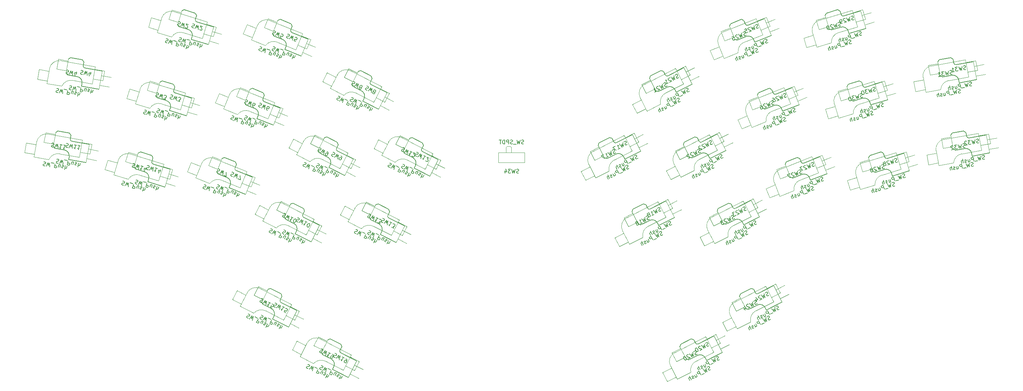
<source format=gbr>
%TF.GenerationSoftware,KiCad,Pcbnew,(6.0.4)*%
%TF.CreationDate,2022-08-24T00:47:17+02:00*%
%TF.ProjectId,Asfoora,4173666f-6f72-4612-9e6b-696361645f70,rev?*%
%TF.SameCoordinates,Original*%
%TF.FileFunction,AssemblyDrawing,Bot*%
%FSLAX46Y46*%
G04 Gerber Fmt 4.6, Leading zero omitted, Abs format (unit mm)*
G04 Created by KiCad (PCBNEW (6.0.4)) date 2022-08-24 00:47:17*
%MOMM*%
%LPD*%
G01*
G04 APERTURE LIST*
%ADD10C,0.150000*%
%ADD11C,0.120000*%
%ADD12C,0.100000*%
G04 APERTURE END LIST*
D10*
%TO.C,SW11*%
X35779484Y-69687514D02*
X35928439Y-69665426D01*
X36162917Y-69706770D01*
X36248440Y-69770204D01*
X36287066Y-69825369D01*
X36317424Y-69927429D01*
X36300886Y-70021220D01*
X36237453Y-70106742D01*
X36182288Y-70145369D01*
X36080228Y-70175726D01*
X35884376Y-70189546D01*
X35782316Y-70219904D01*
X35727152Y-70258531D01*
X35663718Y-70344053D01*
X35647180Y-70437844D01*
X35677538Y-70539904D01*
X35716165Y-70595069D01*
X35801687Y-70658502D01*
X36036165Y-70699847D01*
X36185121Y-70677758D01*
X36505121Y-70782537D02*
X36913247Y-69839074D01*
X36976795Y-70575584D01*
X37288412Y-69905225D01*
X37349242Y-70931378D01*
X38413907Y-70103681D02*
X37851159Y-70004453D01*
X38132533Y-70054067D02*
X37958885Y-71038875D01*
X37889900Y-70881650D01*
X37812647Y-70771321D01*
X37727125Y-70707887D01*
X39351819Y-70269060D02*
X38789071Y-70169832D01*
X39070445Y-70219446D02*
X38896797Y-71204254D01*
X38827813Y-71047029D01*
X38750559Y-70936700D01*
X38665037Y-70873266D01*
X37025363Y-73775971D02*
X37174319Y-73753883D01*
X37408797Y-73795227D01*
X37494319Y-73858661D01*
X37532946Y-73913826D01*
X37563303Y-74015886D01*
X37546765Y-74109677D01*
X37483332Y-74195199D01*
X37428167Y-74233826D01*
X37326107Y-74264183D01*
X37130256Y-74278003D01*
X37028195Y-74308361D01*
X36973031Y-74346988D01*
X36909597Y-74432510D01*
X36893059Y-74526301D01*
X36923417Y-74628361D01*
X36962044Y-74683526D01*
X37047566Y-74746959D01*
X37282044Y-74788304D01*
X37431000Y-74766215D01*
X37751000Y-74870994D02*
X38159126Y-73927531D01*
X38222674Y-74664041D01*
X38534291Y-73993682D01*
X38595121Y-75019835D01*
X38925994Y-73966043D02*
X39676324Y-74098346D01*
X39894264Y-74233482D02*
X39720616Y-75218290D01*
X40095780Y-75284442D01*
X40197841Y-75254084D01*
X40253005Y-75215457D01*
X40316439Y-75129935D01*
X40341246Y-74989248D01*
X40310888Y-74887188D01*
X40272261Y-74832024D01*
X40186739Y-74768590D01*
X39811574Y-74702438D01*
X41185367Y-75138090D02*
X41301132Y-74481551D01*
X40763306Y-75063669D02*
X40854265Y-74547817D01*
X40917698Y-74462295D01*
X41019758Y-74431937D01*
X41160445Y-74456744D01*
X41245967Y-74520178D01*
X41284594Y-74575342D01*
X41714924Y-74602867D02*
X41816984Y-74572510D01*
X42004566Y-74605586D01*
X42090088Y-74669019D01*
X42120446Y-74771079D01*
X42112177Y-74817975D01*
X42048744Y-74903497D01*
X41946683Y-74933855D01*
X41805997Y-74909048D01*
X41703936Y-74939406D01*
X41640503Y-75024928D01*
X41632234Y-75071824D01*
X41662592Y-75173884D01*
X41748114Y-75237317D01*
X41888801Y-75262124D01*
X41990861Y-75231766D01*
X42567313Y-74704813D02*
X42393665Y-75689621D01*
X42989374Y-74779234D02*
X42898415Y-75295085D01*
X42834982Y-75380608D01*
X42732922Y-75410965D01*
X42592235Y-75386159D01*
X42506713Y-75322725D01*
X42468086Y-75267560D01*
X33678065Y-74475344D02*
X33827021Y-74453256D01*
X34061499Y-74494600D01*
X34147021Y-74558034D01*
X34185648Y-74613199D01*
X34216005Y-74715259D01*
X34199467Y-74809050D01*
X34136034Y-74894572D01*
X34080869Y-74933199D01*
X33978809Y-74963556D01*
X33782958Y-74977376D01*
X33680897Y-75007734D01*
X33625733Y-75046361D01*
X33562299Y-75131883D01*
X33545761Y-75225674D01*
X33576119Y-75327734D01*
X33614746Y-75382899D01*
X33700268Y-75446332D01*
X33934746Y-75487677D01*
X34083702Y-75465588D01*
X34403702Y-75570367D02*
X34811828Y-74626904D01*
X34875376Y-75363414D01*
X35186993Y-74693055D01*
X35247823Y-75719208D01*
X35578696Y-74665416D02*
X36329026Y-74797719D01*
X36546966Y-74932855D02*
X36373318Y-75917663D01*
X36748482Y-75983815D01*
X36850543Y-75953457D01*
X36905707Y-75914830D01*
X36969141Y-75829308D01*
X36993948Y-75688621D01*
X36963590Y-75586561D01*
X36924963Y-75531397D01*
X36839441Y-75467963D01*
X36464276Y-75401811D01*
X37838069Y-75837463D02*
X37953834Y-75180924D01*
X37416008Y-75763042D02*
X37506967Y-75247190D01*
X37570400Y-75161668D01*
X37672460Y-75131310D01*
X37813147Y-75156117D01*
X37898669Y-75219551D01*
X37937296Y-75274715D01*
X38367626Y-75302240D02*
X38469686Y-75271883D01*
X38657268Y-75304959D01*
X38742790Y-75368392D01*
X38773148Y-75470452D01*
X38764879Y-75517348D01*
X38701446Y-75602870D01*
X38599385Y-75633228D01*
X38458699Y-75608421D01*
X38356638Y-75638779D01*
X38293205Y-75724301D01*
X38284936Y-75771197D01*
X38315294Y-75873257D01*
X38400816Y-75936690D01*
X38541503Y-75961497D01*
X38643563Y-75931139D01*
X39220015Y-75404186D02*
X39046367Y-76388994D01*
X39642076Y-75478607D02*
X39551117Y-75994458D01*
X39487684Y-76079981D01*
X39385624Y-76110338D01*
X39244937Y-76085532D01*
X39159415Y-76022098D01*
X39120788Y-75966933D01*
X39455635Y-69772157D02*
X39604590Y-69750069D01*
X39839068Y-69791413D01*
X39924591Y-69854847D01*
X39963217Y-69910012D01*
X39993575Y-70012072D01*
X39977037Y-70105863D01*
X39913604Y-70191385D01*
X39858439Y-70230012D01*
X39756379Y-70260369D01*
X39560527Y-70274189D01*
X39458467Y-70304547D01*
X39403303Y-70343174D01*
X39339869Y-70428696D01*
X39323331Y-70522487D01*
X39353689Y-70624547D01*
X39392316Y-70679712D01*
X39477838Y-70743145D01*
X39712316Y-70784490D01*
X39861272Y-70762401D01*
X40181272Y-70867180D02*
X40589398Y-69923717D01*
X40652946Y-70660227D01*
X40964563Y-69989868D01*
X41025393Y-71016021D01*
X42090058Y-70188324D02*
X41527310Y-70089096D01*
X41808684Y-70138710D02*
X41635036Y-71123518D01*
X41566051Y-70966293D01*
X41488798Y-70855964D01*
X41403276Y-70792530D01*
X43027970Y-70353703D02*
X42465222Y-70254475D01*
X42746596Y-70304089D02*
X42572948Y-71288897D01*
X42503964Y-71131672D01*
X42426710Y-71021343D01*
X42341188Y-70957909D01*
%TO.C,SW24*%
X219277916Y-114585686D02*
X219172248Y-114692971D01*
X218960104Y-114801064D01*
X218853627Y-114801872D01*
X218789580Y-114781062D01*
X218703914Y-114717822D01*
X218660676Y-114632965D01*
X218659868Y-114526488D01*
X218680678Y-114462441D01*
X218743918Y-114376775D01*
X218892015Y-114247871D01*
X218955254Y-114162205D01*
X218976064Y-114098158D01*
X218975256Y-113991682D01*
X218932018Y-113906824D01*
X218846352Y-113843585D01*
X218782305Y-113822774D01*
X218675829Y-113823583D01*
X218463684Y-113931676D01*
X218358016Y-114038960D01*
X218039395Y-114147862D02*
X218281241Y-115146961D01*
X217787247Y-114597002D01*
X217941810Y-115319910D01*
X217275675Y-114536996D01*
X217645617Y-115577716D02*
X216966754Y-115923614D01*
X216711373Y-115946849D02*
X216257382Y-115055843D01*
X215917951Y-115228791D01*
X215854712Y-115314457D01*
X215833902Y-115378505D01*
X215834710Y-115484981D01*
X215899566Y-115612268D01*
X215985232Y-115675507D01*
X216049279Y-115696317D01*
X216155756Y-115695509D01*
X216495187Y-115522560D01*
X215135846Y-116001403D02*
X215438506Y-116595407D01*
X215517706Y-115806835D02*
X215755510Y-116273553D01*
X215756319Y-116380029D01*
X215693080Y-116465695D01*
X215565793Y-116530551D01*
X215459317Y-116531359D01*
X215395269Y-116510549D01*
X215035028Y-116747545D02*
X214971789Y-116833211D01*
X214802073Y-116919686D01*
X214695597Y-116920494D01*
X214609931Y-116857255D01*
X214588312Y-116814826D01*
X214587504Y-116708350D01*
X214650743Y-116622684D01*
X214778030Y-116557828D01*
X214841269Y-116472162D01*
X214840460Y-116365685D01*
X214818842Y-116323257D01*
X214733176Y-116260017D01*
X214626699Y-116260826D01*
X214499413Y-116325682D01*
X214436174Y-116411348D01*
X214292927Y-117179109D02*
X213838936Y-116288102D01*
X213911067Y-117373676D02*
X213673262Y-116906959D01*
X213672454Y-116800482D01*
X213735693Y-116714816D01*
X213862980Y-116649960D01*
X213969456Y-116649152D01*
X214033503Y-116669962D01*
X215868493Y-110621456D02*
X215762825Y-110728741D01*
X215550681Y-110836834D01*
X215444204Y-110837642D01*
X215380157Y-110816832D01*
X215294491Y-110753593D01*
X215251254Y-110668735D01*
X215250445Y-110562259D01*
X215271255Y-110498211D01*
X215334495Y-110412545D01*
X215482592Y-110283642D01*
X215545831Y-110197976D01*
X215566641Y-110133928D01*
X215565833Y-110027452D01*
X215522596Y-109942594D01*
X215436929Y-109879355D01*
X215372882Y-109858545D01*
X215266406Y-109859353D01*
X215054261Y-109967446D01*
X214948593Y-110074731D01*
X214629972Y-110183632D02*
X214871819Y-111182732D01*
X214377824Y-110632773D01*
X214532387Y-111355680D01*
X213866253Y-110572767D01*
X213612488Y-110808955D02*
X213548440Y-110788144D01*
X213441964Y-110788953D01*
X213229819Y-110897046D01*
X213166580Y-110982712D01*
X213145770Y-111046759D01*
X213146578Y-111153236D01*
X213189815Y-111238093D01*
X213297100Y-111343761D01*
X214065670Y-111593485D01*
X213514094Y-111874527D01*
X212447714Y-111669657D02*
X212750374Y-112263661D01*
X212486910Y-111222133D02*
X213023333Y-111750473D01*
X212471758Y-112031515D01*
X221530294Y-112012688D02*
X221424626Y-112119973D01*
X221212482Y-112228066D01*
X221106005Y-112228874D01*
X221041958Y-112208064D01*
X220956292Y-112144824D01*
X220913054Y-112059967D01*
X220912246Y-111953490D01*
X220933056Y-111889443D01*
X220996296Y-111803777D01*
X221144393Y-111674873D01*
X221207632Y-111589207D01*
X221228442Y-111525160D01*
X221227634Y-111418684D01*
X221184396Y-111333826D01*
X221098730Y-111270587D01*
X221034683Y-111249776D01*
X220928207Y-111250585D01*
X220716062Y-111358678D01*
X220610394Y-111465962D01*
X220291773Y-111574864D02*
X220533619Y-112573963D01*
X220039625Y-112024004D01*
X220194188Y-112746912D01*
X219528053Y-111963998D01*
X219897995Y-113004718D02*
X219219132Y-113350616D01*
X218963751Y-113373851D02*
X218509760Y-112482845D01*
X218170329Y-112655793D01*
X218107090Y-112741459D01*
X218086280Y-112805507D01*
X218087088Y-112911983D01*
X218151944Y-113039270D01*
X218237610Y-113102509D01*
X218301657Y-113123319D01*
X218408134Y-113122511D01*
X218747565Y-112949562D01*
X217388224Y-113428405D02*
X217690884Y-114022409D01*
X217770084Y-113233837D02*
X218007888Y-113700555D01*
X218008697Y-113807031D01*
X217945458Y-113892697D01*
X217818171Y-113957553D01*
X217711695Y-113958361D01*
X217647647Y-113937551D01*
X217287406Y-114174547D02*
X217224167Y-114260213D01*
X217054451Y-114346688D01*
X216947975Y-114347496D01*
X216862309Y-114284257D01*
X216840690Y-114241828D01*
X216839882Y-114135352D01*
X216903121Y-114049686D01*
X217030408Y-113984830D01*
X217093647Y-113899164D01*
X217092838Y-113792687D01*
X217071220Y-113750259D01*
X216985554Y-113687019D01*
X216879077Y-113687828D01*
X216751791Y-113752684D01*
X216688552Y-113838350D01*
X216545305Y-114606111D02*
X216091314Y-113715104D01*
X216163445Y-114800678D02*
X215925640Y-114333961D01*
X215924832Y-114227484D01*
X215988071Y-114141818D01*
X216115358Y-114076962D01*
X216221834Y-114076154D01*
X216285881Y-114096964D01*
X218855337Y-108476692D02*
X218749669Y-108583977D01*
X218537525Y-108692070D01*
X218431048Y-108692878D01*
X218367001Y-108672068D01*
X218281335Y-108608829D01*
X218238098Y-108523971D01*
X218237289Y-108417495D01*
X218258099Y-108353447D01*
X218321339Y-108267781D01*
X218469436Y-108138878D01*
X218532675Y-108053212D01*
X218553485Y-107989164D01*
X218552677Y-107882688D01*
X218509440Y-107797830D01*
X218423773Y-107734591D01*
X218359726Y-107713781D01*
X218253250Y-107714589D01*
X218041105Y-107822682D01*
X217935437Y-107929967D01*
X217616816Y-108038868D02*
X217858663Y-109037968D01*
X217364668Y-108488009D01*
X217519231Y-109210916D01*
X216853097Y-108428003D01*
X216599332Y-108664191D02*
X216535284Y-108643380D01*
X216428808Y-108644189D01*
X216216663Y-108752282D01*
X216153424Y-108837948D01*
X216132614Y-108901995D01*
X216133422Y-109008472D01*
X216176659Y-109093329D01*
X216283944Y-109198997D01*
X217052514Y-109448721D01*
X216500938Y-109729763D01*
X215434558Y-109524893D02*
X215737218Y-110118897D01*
X215473754Y-109077369D02*
X216010177Y-109605709D01*
X215458602Y-109886751D01*
%TO.C,SW20*%
X204005247Y-127443787D02*
X203899579Y-127551072D01*
X203687435Y-127659165D01*
X203580958Y-127659973D01*
X203516911Y-127639163D01*
X203431245Y-127575923D01*
X203388007Y-127491066D01*
X203387199Y-127384589D01*
X203408009Y-127320542D01*
X203471249Y-127234876D01*
X203619346Y-127105972D01*
X203682585Y-127020306D01*
X203703395Y-126956259D01*
X203702587Y-126849783D01*
X203659349Y-126764925D01*
X203573683Y-126701686D01*
X203509636Y-126680875D01*
X203403160Y-126681684D01*
X203191015Y-126789777D01*
X203085347Y-126897061D01*
X202766726Y-127005963D02*
X203008572Y-128005062D01*
X202514578Y-127455103D01*
X202669141Y-128178011D01*
X202003006Y-127395097D01*
X202372948Y-128435817D02*
X201694085Y-128781715D01*
X201438704Y-128804950D02*
X200984713Y-127913944D01*
X200645282Y-128086892D01*
X200582043Y-128172558D01*
X200561233Y-128236606D01*
X200562041Y-128343082D01*
X200626897Y-128470369D01*
X200712563Y-128533608D01*
X200776610Y-128554418D01*
X200883087Y-128553610D01*
X201222518Y-128380661D01*
X199863177Y-128859504D02*
X200165837Y-129453508D01*
X200245037Y-128664936D02*
X200482841Y-129131654D01*
X200483650Y-129238130D01*
X200420411Y-129323796D01*
X200293124Y-129388652D01*
X200186648Y-129389460D01*
X200122600Y-129368650D01*
X199762359Y-129605646D02*
X199699120Y-129691312D01*
X199529404Y-129777787D01*
X199422928Y-129778595D01*
X199337262Y-129715356D01*
X199315643Y-129672927D01*
X199314835Y-129566451D01*
X199378074Y-129480785D01*
X199505361Y-129415929D01*
X199568600Y-129330263D01*
X199567791Y-129223786D01*
X199546173Y-129181358D01*
X199460507Y-129118118D01*
X199354030Y-129118927D01*
X199226744Y-129183783D01*
X199163505Y-129269449D01*
X199020258Y-130037210D02*
X198566267Y-129146203D01*
X198638398Y-130231777D02*
X198400593Y-129765060D01*
X198399785Y-129658583D01*
X198463024Y-129572917D01*
X198590311Y-129508061D01*
X198696787Y-129507253D01*
X198760834Y-129528063D01*
X203582668Y-121334793D02*
X203477000Y-121442078D01*
X203264856Y-121550171D01*
X203158379Y-121550979D01*
X203094332Y-121530169D01*
X203008666Y-121466930D01*
X202965429Y-121382072D01*
X202964620Y-121275596D01*
X202985430Y-121211548D01*
X203048670Y-121125882D01*
X203196767Y-120996979D01*
X203260006Y-120911313D01*
X203280816Y-120847265D01*
X203280008Y-120740789D01*
X203236771Y-120655931D01*
X203151104Y-120592692D01*
X203087057Y-120571882D01*
X202980581Y-120572690D01*
X202768436Y-120680783D01*
X202662768Y-120788068D01*
X202344147Y-120896969D02*
X202585994Y-121896069D01*
X202091999Y-121346110D01*
X202246562Y-122069017D01*
X201580428Y-121286104D01*
X201326663Y-121522292D02*
X201262615Y-121501481D01*
X201156139Y-121502290D01*
X200943994Y-121610383D01*
X200880755Y-121696049D01*
X200859945Y-121760096D01*
X200860753Y-121866573D01*
X200903990Y-121951430D01*
X201011275Y-122057098D01*
X201779845Y-122306822D01*
X201228269Y-122587864D01*
X200222703Y-121977899D02*
X200137846Y-122021136D01*
X200074606Y-122106802D01*
X200053796Y-122170850D01*
X200054604Y-122277326D01*
X200098650Y-122468660D01*
X200206743Y-122680804D01*
X200335646Y-122828901D01*
X200421312Y-122892141D01*
X200485360Y-122912951D01*
X200591836Y-122912143D01*
X200676694Y-122868905D01*
X200739933Y-122783239D01*
X200760743Y-122719192D01*
X200759935Y-122612715D01*
X200715889Y-122421381D01*
X200607796Y-122209237D01*
X200478893Y-122061140D01*
X200393227Y-121997901D01*
X200329180Y-121977090D01*
X200222703Y-121977899D01*
X200595824Y-123479557D02*
X200490156Y-123586842D01*
X200278012Y-123694935D01*
X200171535Y-123695743D01*
X200107488Y-123674933D01*
X200021822Y-123611694D01*
X199978585Y-123526836D01*
X199977776Y-123420360D01*
X199998586Y-123356312D01*
X200061826Y-123270646D01*
X200209923Y-123141743D01*
X200273162Y-123056077D01*
X200293972Y-122992029D01*
X200293164Y-122885553D01*
X200249927Y-122800695D01*
X200164260Y-122737456D01*
X200100213Y-122716646D01*
X199993737Y-122717454D01*
X199781592Y-122825547D01*
X199675924Y-122932832D01*
X199357303Y-123041733D02*
X199599150Y-124040833D01*
X199105155Y-123490874D01*
X199259718Y-124213781D01*
X198593584Y-123430868D01*
X198339819Y-123667056D02*
X198275771Y-123646245D01*
X198169295Y-123647054D01*
X197957150Y-123755147D01*
X197893911Y-123840813D01*
X197873101Y-123904860D01*
X197873909Y-124011337D01*
X197917146Y-124096194D01*
X198024431Y-124201862D01*
X198793001Y-124451586D01*
X198241425Y-124732628D01*
X197235859Y-124122663D02*
X197151002Y-124165900D01*
X197087762Y-124251566D01*
X197066952Y-124315614D01*
X197067760Y-124422090D01*
X197111806Y-124613424D01*
X197219899Y-124825568D01*
X197348802Y-124973665D01*
X197434468Y-125036905D01*
X197498516Y-125057715D01*
X197604992Y-125056907D01*
X197689850Y-125013669D01*
X197753089Y-124928003D01*
X197773899Y-124863956D01*
X197773091Y-124757479D01*
X197729045Y-124566145D01*
X197620952Y-124354001D01*
X197492049Y-124205904D01*
X197406383Y-124142665D01*
X197342336Y-124121854D01*
X197235859Y-124122663D01*
X206257625Y-124870789D02*
X206151957Y-124978074D01*
X205939813Y-125086167D01*
X205833336Y-125086975D01*
X205769289Y-125066165D01*
X205683623Y-125002925D01*
X205640385Y-124918068D01*
X205639577Y-124811591D01*
X205660387Y-124747544D01*
X205723627Y-124661878D01*
X205871724Y-124532974D01*
X205934963Y-124447308D01*
X205955773Y-124383261D01*
X205954965Y-124276785D01*
X205911727Y-124191927D01*
X205826061Y-124128688D01*
X205762014Y-124107877D01*
X205655538Y-124108686D01*
X205443393Y-124216779D01*
X205337725Y-124324063D01*
X205019104Y-124432965D02*
X205260950Y-125432064D01*
X204766956Y-124882105D01*
X204921519Y-125605013D01*
X204255384Y-124822099D01*
X204625326Y-125862819D02*
X203946463Y-126208717D01*
X203691082Y-126231952D02*
X203237091Y-125340946D01*
X202897660Y-125513894D01*
X202834421Y-125599560D01*
X202813611Y-125663608D01*
X202814419Y-125770084D01*
X202879275Y-125897371D01*
X202964941Y-125960610D01*
X203028988Y-125981420D01*
X203135465Y-125980612D01*
X203474896Y-125807663D01*
X202115555Y-126286506D02*
X202418215Y-126880510D01*
X202497415Y-126091938D02*
X202735219Y-126558656D01*
X202736028Y-126665132D01*
X202672789Y-126750798D01*
X202545502Y-126815654D01*
X202439026Y-126816462D01*
X202374978Y-126795652D01*
X202014737Y-127032648D02*
X201951498Y-127118314D01*
X201781782Y-127204789D01*
X201675306Y-127205597D01*
X201589640Y-127142358D01*
X201568021Y-127099929D01*
X201567213Y-126993453D01*
X201630452Y-126907787D01*
X201757739Y-126842931D01*
X201820978Y-126757265D01*
X201820169Y-126650788D01*
X201798551Y-126608360D01*
X201712885Y-126545120D01*
X201606408Y-126545929D01*
X201479122Y-126610785D01*
X201415883Y-126696451D01*
X201272636Y-127464212D02*
X200818645Y-126573205D01*
X200890776Y-127658779D02*
X200652971Y-127192062D01*
X200652163Y-127085585D01*
X200715402Y-126999919D01*
X200842689Y-126935063D01*
X200949165Y-126934255D01*
X201013212Y-126955065D01*
%TO.C,SW22*%
X201487164Y-71933734D02*
X201381496Y-72041019D01*
X201169352Y-72149112D01*
X201062875Y-72149920D01*
X200998828Y-72129110D01*
X200913162Y-72065871D01*
X200869925Y-71981013D01*
X200869116Y-71874537D01*
X200889926Y-71810489D01*
X200953166Y-71724823D01*
X201101263Y-71595920D01*
X201164502Y-71510254D01*
X201185312Y-71446206D01*
X201184504Y-71339730D01*
X201141267Y-71254872D01*
X201055600Y-71191633D01*
X200991553Y-71170823D01*
X200885077Y-71171631D01*
X200672932Y-71279724D01*
X200567264Y-71387009D01*
X200248643Y-71495910D02*
X200490490Y-72495010D01*
X199996495Y-71945051D01*
X200151058Y-72667958D01*
X199484924Y-71885045D01*
X199231159Y-72121233D02*
X199167111Y-72100422D01*
X199060635Y-72101231D01*
X198848490Y-72209324D01*
X198785251Y-72294990D01*
X198764441Y-72359037D01*
X198765249Y-72465514D01*
X198808486Y-72550371D01*
X198915771Y-72656039D01*
X199684341Y-72905763D01*
X199132765Y-73186805D01*
X198382581Y-72553605D02*
X198318533Y-72532794D01*
X198212057Y-72533603D01*
X197999913Y-72641696D01*
X197936673Y-72727362D01*
X197915863Y-72791409D01*
X197916672Y-72897886D01*
X197959909Y-72982743D01*
X198067193Y-73088411D01*
X198835763Y-73338135D01*
X198284188Y-73619176D01*
X204474008Y-69788970D02*
X204368340Y-69896255D01*
X204156196Y-70004348D01*
X204049719Y-70005156D01*
X203985672Y-69984346D01*
X203900006Y-69921107D01*
X203856769Y-69836249D01*
X203855960Y-69729773D01*
X203876770Y-69665725D01*
X203940010Y-69580059D01*
X204088107Y-69451156D01*
X204151346Y-69365490D01*
X204172156Y-69301442D01*
X204171348Y-69194966D01*
X204128111Y-69110108D01*
X204042444Y-69046869D01*
X203978397Y-69026059D01*
X203871921Y-69026867D01*
X203659776Y-69134960D01*
X203554108Y-69242245D01*
X203235487Y-69351146D02*
X203477334Y-70350246D01*
X202983339Y-69800287D01*
X203137902Y-70523194D01*
X202471768Y-69740281D01*
X202218003Y-69976469D02*
X202153955Y-69955658D01*
X202047479Y-69956467D01*
X201835334Y-70064560D01*
X201772095Y-70150226D01*
X201751285Y-70214273D01*
X201752093Y-70320750D01*
X201795330Y-70405607D01*
X201902615Y-70511275D01*
X202671185Y-70760999D01*
X202119609Y-71042041D01*
X201369425Y-70408841D02*
X201305377Y-70388030D01*
X201198901Y-70388839D01*
X200986757Y-70496932D01*
X200923517Y-70582598D01*
X200902707Y-70646645D01*
X200903516Y-70753122D01*
X200946753Y-70837979D01*
X201054037Y-70943647D01*
X201822607Y-71193371D01*
X201271032Y-71474412D01*
X204896587Y-75897964D02*
X204790919Y-76005249D01*
X204578775Y-76113342D01*
X204472298Y-76114150D01*
X204408251Y-76093340D01*
X204322585Y-76030100D01*
X204279347Y-75945243D01*
X204278539Y-75838766D01*
X204299349Y-75774719D01*
X204362589Y-75689053D01*
X204510686Y-75560149D01*
X204573925Y-75474483D01*
X204594735Y-75410436D01*
X204593927Y-75303960D01*
X204550689Y-75219102D01*
X204465023Y-75155863D01*
X204400976Y-75135052D01*
X204294500Y-75135861D01*
X204082355Y-75243954D01*
X203976687Y-75351238D01*
X203658066Y-75460140D02*
X203899912Y-76459239D01*
X203405918Y-75909280D01*
X203560481Y-76632188D01*
X202894346Y-75849274D01*
X203264288Y-76889994D02*
X202585425Y-77235892D01*
X202330044Y-77259127D02*
X201876053Y-76368121D01*
X201536622Y-76541069D01*
X201473383Y-76626735D01*
X201452573Y-76690783D01*
X201453381Y-76797259D01*
X201518237Y-76924546D01*
X201603903Y-76987785D01*
X201667950Y-77008595D01*
X201774427Y-77007787D01*
X202113858Y-76834838D01*
X200754517Y-77313681D02*
X201057177Y-77907685D01*
X201136377Y-77119113D02*
X201374181Y-77585831D01*
X201374990Y-77692307D01*
X201311751Y-77777973D01*
X201184464Y-77842829D01*
X201077988Y-77843637D01*
X201013940Y-77822827D01*
X200653699Y-78059823D02*
X200590460Y-78145489D01*
X200420744Y-78231964D01*
X200314268Y-78232772D01*
X200228602Y-78169533D01*
X200206983Y-78127104D01*
X200206175Y-78020628D01*
X200269414Y-77934962D01*
X200396701Y-77870106D01*
X200459940Y-77784440D01*
X200459131Y-77677963D01*
X200437513Y-77635535D01*
X200351847Y-77572295D01*
X200245370Y-77573104D01*
X200118084Y-77637960D01*
X200054845Y-77723626D01*
X199911598Y-78491387D02*
X199457607Y-77600380D01*
X199529738Y-78685954D02*
X199291933Y-78219237D01*
X199291125Y-78112760D01*
X199354364Y-78027094D01*
X199481651Y-77962238D01*
X199588127Y-77961430D01*
X199652174Y-77982240D01*
X207148965Y-73324966D02*
X207043297Y-73432251D01*
X206831153Y-73540344D01*
X206724676Y-73541152D01*
X206660629Y-73520342D01*
X206574963Y-73457102D01*
X206531725Y-73372245D01*
X206530917Y-73265768D01*
X206551727Y-73201721D01*
X206614967Y-73116055D01*
X206763064Y-72987151D01*
X206826303Y-72901485D01*
X206847113Y-72837438D01*
X206846305Y-72730962D01*
X206803067Y-72646104D01*
X206717401Y-72582865D01*
X206653354Y-72562054D01*
X206546878Y-72562863D01*
X206334733Y-72670956D01*
X206229065Y-72778240D01*
X205910444Y-72887142D02*
X206152290Y-73886241D01*
X205658296Y-73336282D01*
X205812859Y-74059190D01*
X205146724Y-73276276D01*
X205516666Y-74316996D02*
X204837803Y-74662894D01*
X204582422Y-74686129D02*
X204128431Y-73795123D01*
X203789000Y-73968071D01*
X203725761Y-74053737D01*
X203704951Y-74117785D01*
X203705759Y-74224261D01*
X203770615Y-74351548D01*
X203856281Y-74414787D01*
X203920328Y-74435597D01*
X204026805Y-74434789D01*
X204366236Y-74261840D01*
X203006895Y-74740683D02*
X203309555Y-75334687D01*
X203388755Y-74546115D02*
X203626559Y-75012833D01*
X203627368Y-75119309D01*
X203564129Y-75204975D01*
X203436842Y-75269831D01*
X203330366Y-75270639D01*
X203266318Y-75249829D01*
X202906077Y-75486825D02*
X202842838Y-75572491D01*
X202673122Y-75658966D01*
X202566646Y-75659774D01*
X202480980Y-75596535D01*
X202459361Y-75554106D01*
X202458553Y-75447630D01*
X202521792Y-75361964D01*
X202649079Y-75297108D01*
X202712318Y-75211442D01*
X202711509Y-75104965D01*
X202689891Y-75062537D01*
X202604225Y-74999297D01*
X202497748Y-75000106D01*
X202370462Y-75064962D01*
X202307223Y-75150628D01*
X202163976Y-75918389D02*
X201709985Y-75027382D01*
X201782116Y-76112956D02*
X201544311Y-75646239D01*
X201543503Y-75539762D01*
X201606742Y-75454096D01*
X201734029Y-75389240D01*
X201840505Y-75388432D01*
X201904552Y-75409242D01*
%TO.C,SW5*%
X92309655Y-45088996D02*
X92459948Y-45098359D01*
X92680706Y-45187551D01*
X92751171Y-45267380D01*
X92777484Y-45329370D01*
X92785959Y-45435511D01*
X92750282Y-45523815D01*
X92670454Y-45594279D01*
X92608464Y-45620593D01*
X92502322Y-45629067D01*
X92307877Y-45601865D01*
X92201736Y-45610340D01*
X92139746Y-45636653D01*
X92059917Y-45707118D01*
X92024240Y-45795421D01*
X92032715Y-45901563D01*
X92059028Y-45963553D01*
X92129493Y-46043381D01*
X92350251Y-46132574D01*
X92500544Y-46141937D01*
X92791767Y-46310958D02*
X93387132Y-45472966D01*
X93296162Y-46206594D01*
X93740345Y-45615673D01*
X93586496Y-46632049D01*
X94129235Y-45670077D02*
X94835660Y-45955492D01*
X95020742Y-46132987D02*
X94646135Y-47060171D01*
X94999348Y-47202878D01*
X95105489Y-47194403D01*
X95167480Y-47168090D01*
X95247308Y-47097625D01*
X95300823Y-46965170D01*
X95292348Y-46859029D01*
X95266035Y-46797039D01*
X95195570Y-46717210D01*
X94842357Y-46574503D01*
X96095552Y-47286262D02*
X96345290Y-46668139D01*
X95698188Y-47125716D02*
X95894410Y-46640048D01*
X95974239Y-46569584D01*
X96080380Y-46561109D01*
X96212835Y-46614624D01*
X96283300Y-46694452D01*
X96309613Y-46756442D01*
X96724816Y-46872837D02*
X96830958Y-46864362D01*
X97007564Y-46935715D01*
X97078029Y-47015544D01*
X97086504Y-47121685D01*
X97068665Y-47165837D01*
X96988837Y-47236302D01*
X96882695Y-47244777D01*
X96750240Y-47191261D01*
X96644099Y-47199736D01*
X96564270Y-47270201D01*
X96546432Y-47314353D01*
X96554907Y-47420494D01*
X96625372Y-47500323D01*
X96757826Y-47553838D01*
X96863968Y-47545363D01*
X97537383Y-47149776D02*
X97162777Y-48076960D01*
X97934748Y-47310322D02*
X97738525Y-47795990D01*
X97658697Y-47866455D01*
X97552555Y-47874929D01*
X97420101Y-47821414D01*
X97349636Y-47741586D01*
X97323323Y-47679596D01*
X95960776Y-41856340D02*
X96111069Y-41865704D01*
X96331827Y-41954896D01*
X96402292Y-42034724D01*
X96428605Y-42096714D01*
X96437080Y-42202856D01*
X96401403Y-42291159D01*
X96321575Y-42361624D01*
X96259585Y-42387937D01*
X96153443Y-42396412D01*
X95958998Y-42369210D01*
X95852857Y-42377685D01*
X95790867Y-42403998D01*
X95711038Y-42474463D01*
X95675361Y-42562766D01*
X95683836Y-42668908D01*
X95710149Y-42730898D01*
X95780614Y-42810726D01*
X96001372Y-42899918D01*
X96151665Y-42909282D01*
X96442888Y-43078302D02*
X97038253Y-42240311D01*
X96947283Y-42973938D01*
X97391466Y-42383018D01*
X97237617Y-43399394D01*
X98032346Y-43720485D02*
X97590830Y-43542101D01*
X97725063Y-43082746D01*
X97751376Y-43144736D01*
X97821841Y-43224565D01*
X98042599Y-43313757D01*
X98148740Y-43305282D01*
X98210730Y-43278969D01*
X98290559Y-43208504D01*
X98379751Y-42987746D01*
X98371276Y-42881604D01*
X98344963Y-42819614D01*
X98274498Y-42739786D01*
X98053740Y-42650594D01*
X97947598Y-42659069D01*
X97885608Y-42685382D01*
X92382556Y-41009232D02*
X92532849Y-41018596D01*
X92753607Y-41107788D01*
X92824072Y-41187616D01*
X92850385Y-41249606D01*
X92858860Y-41355748D01*
X92823183Y-41444051D01*
X92743355Y-41514516D01*
X92681365Y-41540829D01*
X92575223Y-41549304D01*
X92380778Y-41522102D01*
X92274637Y-41530577D01*
X92212647Y-41556890D01*
X92132818Y-41627355D01*
X92097141Y-41715658D01*
X92105616Y-41821800D01*
X92131929Y-41883790D01*
X92202394Y-41963618D01*
X92423152Y-42052810D01*
X92573445Y-42062174D01*
X92864668Y-42231194D02*
X93460033Y-41393203D01*
X93369063Y-42126830D01*
X93813246Y-41535910D01*
X93659397Y-42552286D01*
X94454126Y-42873377D02*
X94012610Y-42694993D01*
X94146843Y-42235638D01*
X94173156Y-42297628D01*
X94243621Y-42377457D01*
X94464379Y-42466649D01*
X94570520Y-42458174D01*
X94632510Y-42431861D01*
X94712339Y-42361396D01*
X94801531Y-42140638D01*
X94793056Y-42034496D01*
X94766743Y-41972506D01*
X94696278Y-41892678D01*
X94475520Y-41803486D01*
X94369378Y-41811961D01*
X94307388Y-41838274D01*
X88890096Y-45077144D02*
X89040389Y-45086507D01*
X89261147Y-45175699D01*
X89331612Y-45255528D01*
X89357925Y-45317518D01*
X89366400Y-45423659D01*
X89330723Y-45511963D01*
X89250895Y-45582427D01*
X89188905Y-45608741D01*
X89082763Y-45617215D01*
X88888318Y-45590013D01*
X88782177Y-45598488D01*
X88720187Y-45624801D01*
X88640358Y-45695266D01*
X88604681Y-45783569D01*
X88613156Y-45889711D01*
X88639469Y-45951701D01*
X88709934Y-46031529D01*
X88930692Y-46120722D01*
X89080985Y-46130085D01*
X89372208Y-46299106D02*
X89967573Y-45461114D01*
X89876603Y-46194742D01*
X90320786Y-45603821D01*
X90166937Y-46620197D01*
X90709676Y-45658225D02*
X91416101Y-45943640D01*
X91601183Y-46121135D02*
X91226576Y-47048319D01*
X91579789Y-47191026D01*
X91685930Y-47182551D01*
X91747921Y-47156238D01*
X91827749Y-47085773D01*
X91881264Y-46953318D01*
X91872789Y-46847177D01*
X91846476Y-46785187D01*
X91776011Y-46705358D01*
X91422798Y-46562651D01*
X92675993Y-47274410D02*
X92925731Y-46656287D01*
X92278629Y-47113864D02*
X92474851Y-46628196D01*
X92554680Y-46557732D01*
X92660821Y-46549257D01*
X92793276Y-46602772D01*
X92863741Y-46682600D01*
X92890054Y-46744590D01*
X93305257Y-46860985D02*
X93411399Y-46852510D01*
X93588005Y-46923863D01*
X93658470Y-47003692D01*
X93666945Y-47109833D01*
X93649106Y-47153985D01*
X93569278Y-47224450D01*
X93463136Y-47232925D01*
X93330681Y-47179409D01*
X93224540Y-47187884D01*
X93144711Y-47258349D01*
X93126873Y-47302501D01*
X93135348Y-47408642D01*
X93205813Y-47488471D01*
X93338267Y-47541986D01*
X93444409Y-47533511D01*
X94117824Y-47137924D02*
X93743218Y-48065108D01*
X94515189Y-47298470D02*
X94318966Y-47784138D01*
X94239138Y-47854603D01*
X94132996Y-47863077D01*
X94000542Y-47809562D01*
X93930077Y-47729734D01*
X93903764Y-47667744D01*
%TO.C,SW8*%
X108858923Y-57673171D02*
X109007828Y-57695598D01*
X109219973Y-57803691D01*
X109283212Y-57889357D01*
X109304022Y-57953404D01*
X109303214Y-58059881D01*
X109259977Y-58144738D01*
X109174311Y-58207978D01*
X109110263Y-58228788D01*
X109003787Y-58227980D01*
X108812453Y-58183934D01*
X108705976Y-58183126D01*
X108641929Y-58203936D01*
X108556263Y-58267175D01*
X108513026Y-58352033D01*
X108512217Y-58458509D01*
X108533028Y-58522557D01*
X108596267Y-58608223D01*
X108808411Y-58716316D01*
X108957316Y-58738743D01*
X109232700Y-58932502D02*
X109898835Y-58149588D01*
X109744271Y-58872496D01*
X110238266Y-58322537D01*
X109996420Y-59321637D01*
X110620934Y-58410628D02*
X111299796Y-58756526D01*
X111468704Y-58949476D02*
X111014713Y-59840483D01*
X111354144Y-60013432D01*
X111460620Y-60014240D01*
X111524668Y-59993430D01*
X111610334Y-59930190D01*
X111675190Y-59802904D01*
X111675998Y-59696427D01*
X111655188Y-59632380D01*
X111591949Y-59546714D01*
X111252518Y-59373765D01*
X112438910Y-60192039D02*
X112741570Y-59598034D01*
X112057050Y-59997471D02*
X112294854Y-59530753D01*
X112380520Y-59467514D01*
X112486997Y-59468323D01*
X112614283Y-59533178D01*
X112677522Y-59618844D01*
X112698333Y-59682892D01*
X113101811Y-59835030D02*
X113208288Y-59835839D01*
X113378003Y-59922313D01*
X113441242Y-60007979D01*
X113440434Y-60114456D01*
X113418815Y-60156884D01*
X113333149Y-60220124D01*
X113226673Y-60219315D01*
X113099386Y-60154460D01*
X112992910Y-60153651D01*
X112907244Y-60216890D01*
X112885625Y-60259319D01*
X112884817Y-60365796D01*
X112948056Y-60451462D01*
X113075343Y-60516317D01*
X113181819Y-60517126D01*
X113887150Y-60181736D02*
X113433159Y-61072743D01*
X114269010Y-60376304D02*
X114031205Y-60843021D01*
X113945539Y-60906260D01*
X113839063Y-60905452D01*
X113711776Y-60840596D01*
X113648537Y-60754930D01*
X113627727Y-60690883D01*
X112692635Y-53925127D02*
X112841540Y-53947554D01*
X113053685Y-54055647D01*
X113116924Y-54141313D01*
X113137734Y-54205361D01*
X113136926Y-54311837D01*
X113093688Y-54396695D01*
X113008022Y-54459934D01*
X112943975Y-54480744D01*
X112837499Y-54479936D01*
X112646164Y-54435891D01*
X112539688Y-54435082D01*
X112475641Y-54455893D01*
X112389975Y-54519132D01*
X112346737Y-54603989D01*
X112345929Y-54710466D01*
X112366739Y-54774513D01*
X112429978Y-54860179D01*
X112642123Y-54968272D01*
X112791028Y-54990699D01*
X113066412Y-55184458D02*
X113732547Y-54401545D01*
X113577983Y-55124452D01*
X114071978Y-54574494D01*
X113830132Y-55573593D01*
X114491417Y-55429538D02*
X114384940Y-55428729D01*
X114320893Y-55449540D01*
X114235227Y-55512779D01*
X114213608Y-55555208D01*
X114212800Y-55661684D01*
X114233610Y-55725731D01*
X114296849Y-55811398D01*
X114466565Y-55897872D01*
X114573041Y-55898680D01*
X114637089Y-55877870D01*
X114722755Y-55814631D01*
X114744373Y-55772202D01*
X114745182Y-55665726D01*
X114724371Y-55601678D01*
X114661132Y-55516012D01*
X114491417Y-55429538D01*
X114428177Y-55343872D01*
X114407367Y-55279824D01*
X114408176Y-55173348D01*
X114494650Y-55003632D01*
X114580316Y-54940393D01*
X114644363Y-54919583D01*
X114750840Y-54920391D01*
X114920555Y-55006865D01*
X114983794Y-55092531D01*
X115004605Y-55156579D01*
X115003796Y-55263055D01*
X114917322Y-55432771D01*
X114831656Y-55496010D01*
X114767609Y-55516820D01*
X114661132Y-55516012D01*
X112264437Y-57983013D02*
X112413342Y-58005440D01*
X112625487Y-58113533D01*
X112688726Y-58199199D01*
X112709536Y-58263246D01*
X112708728Y-58369723D01*
X112665491Y-58454580D01*
X112579825Y-58517820D01*
X112515777Y-58538630D01*
X112409301Y-58537822D01*
X112217967Y-58493776D01*
X112111490Y-58492968D01*
X112047443Y-58513778D01*
X111961777Y-58577017D01*
X111918540Y-58661875D01*
X111917731Y-58768351D01*
X111938542Y-58832399D01*
X112001781Y-58918065D01*
X112213925Y-59026158D01*
X112362830Y-59048585D01*
X112638214Y-59242344D02*
X113304349Y-58459430D01*
X113149785Y-59182338D01*
X113643780Y-58632379D01*
X113401934Y-59631479D01*
X114026448Y-58720470D02*
X114705310Y-59066368D01*
X114874218Y-59259318D02*
X114420227Y-60150325D01*
X114759658Y-60323274D01*
X114866134Y-60324082D01*
X114930182Y-60303272D01*
X115015848Y-60240032D01*
X115080704Y-60112746D01*
X115081512Y-60006269D01*
X115060702Y-59942222D01*
X114997463Y-59856556D01*
X114658032Y-59683607D01*
X115844424Y-60501881D02*
X116147084Y-59907876D01*
X115462564Y-60307313D02*
X115700368Y-59840595D01*
X115786034Y-59777356D01*
X115892511Y-59778165D01*
X116019797Y-59843020D01*
X116083036Y-59928686D01*
X116103847Y-59992734D01*
X116507325Y-60144872D02*
X116613802Y-60145681D01*
X116783517Y-60232155D01*
X116846756Y-60317821D01*
X116845948Y-60424298D01*
X116824329Y-60466726D01*
X116738663Y-60529966D01*
X116632187Y-60529157D01*
X116504900Y-60464302D01*
X116398424Y-60463493D01*
X116312758Y-60526732D01*
X116291139Y-60569161D01*
X116290331Y-60675638D01*
X116353570Y-60761304D01*
X116480857Y-60826159D01*
X116587333Y-60826968D01*
X117292664Y-60491578D02*
X116838673Y-61382585D01*
X117674524Y-60686146D02*
X117436719Y-61152863D01*
X117351053Y-61216102D01*
X117244577Y-61215294D01*
X117117290Y-61150438D01*
X117054051Y-61064772D01*
X117033241Y-61000725D01*
X116183408Y-55080874D02*
X116332313Y-55103301D01*
X116544458Y-55211394D01*
X116607697Y-55297060D01*
X116628507Y-55361108D01*
X116627699Y-55467584D01*
X116584461Y-55552442D01*
X116498795Y-55615681D01*
X116434748Y-55636491D01*
X116328272Y-55635683D01*
X116136937Y-55591638D01*
X116030461Y-55590829D01*
X115966414Y-55611640D01*
X115880748Y-55674879D01*
X115837510Y-55759736D01*
X115836702Y-55866213D01*
X115857512Y-55930260D01*
X115920751Y-56015926D01*
X116132896Y-56124019D01*
X116281801Y-56146446D01*
X116557185Y-56340205D02*
X117223320Y-55557292D01*
X117068756Y-56280199D01*
X117562751Y-55730241D01*
X117320905Y-56729340D01*
X117982190Y-56585285D02*
X117875713Y-56584476D01*
X117811666Y-56605287D01*
X117726000Y-56668526D01*
X117704381Y-56710955D01*
X117703573Y-56817431D01*
X117724383Y-56881478D01*
X117787622Y-56967145D01*
X117957338Y-57053619D01*
X118063814Y-57054427D01*
X118127862Y-57033617D01*
X118213528Y-56970378D01*
X118235146Y-56927949D01*
X118235955Y-56821473D01*
X118215144Y-56757425D01*
X118151905Y-56671759D01*
X117982190Y-56585285D01*
X117918950Y-56499619D01*
X117898140Y-56435571D01*
X117898949Y-56329095D01*
X117985423Y-56159379D01*
X118071089Y-56096140D01*
X118135136Y-56075330D01*
X118241613Y-56076138D01*
X118411328Y-56162612D01*
X118474567Y-56248278D01*
X118495378Y-56312326D01*
X118494569Y-56418802D01*
X118408095Y-56588518D01*
X118322429Y-56651757D01*
X118258382Y-56672567D01*
X118151905Y-56671759D01*
%TO.C,SW30*%
X248176033Y-60205273D02*
X248053341Y-60292578D01*
X247825649Y-60362191D01*
X247720650Y-60344497D01*
X247661189Y-60312881D01*
X247587806Y-60235727D01*
X247559961Y-60144651D01*
X247577654Y-60039651D01*
X247609270Y-59980191D01*
X247686424Y-59906807D01*
X247854655Y-59805579D01*
X247931809Y-59732196D01*
X247963425Y-59672735D01*
X247981119Y-59567736D01*
X247953274Y-59476660D01*
X247879890Y-59399505D01*
X247820430Y-59367889D01*
X247715430Y-59350196D01*
X247487739Y-59419808D01*
X247365046Y-59507114D01*
X247032356Y-59559033D02*
X247097036Y-60584950D01*
X246706046Y-59957565D01*
X246732729Y-60696330D01*
X246212666Y-59809637D01*
X246396268Y-60898786D02*
X245667654Y-61121546D01*
X245412118Y-61100081D02*
X245119746Y-60143776D01*
X244755440Y-60255156D01*
X244678285Y-60328539D01*
X244646670Y-60388000D01*
X244628976Y-60492999D01*
X244670744Y-60629614D01*
X244744127Y-60706768D01*
X244803588Y-60738384D01*
X244908587Y-60756078D01*
X245272893Y-60644698D01*
X243851054Y-60880219D02*
X244045968Y-61517755D01*
X244260899Y-60754916D02*
X244414046Y-61255838D01*
X244396352Y-61360837D01*
X244319198Y-61434220D01*
X244182583Y-61475988D01*
X244077584Y-61458294D01*
X244018123Y-61426678D01*
X243622201Y-61597519D02*
X243545047Y-61670902D01*
X243362893Y-61726592D01*
X243257894Y-61708899D01*
X243184511Y-61631744D01*
X243170589Y-61586206D01*
X243188282Y-61481207D01*
X243265436Y-61407824D01*
X243402051Y-61366056D01*
X243479205Y-61292673D01*
X243496899Y-61187674D01*
X243482976Y-61142136D01*
X243409593Y-61064981D01*
X243304594Y-61047288D01*
X243167979Y-61089055D01*
X243090825Y-61162439D01*
X242816434Y-61893662D02*
X242524062Y-60937357D01*
X242406589Y-62018964D02*
X242253442Y-61518042D01*
X242271135Y-61413043D01*
X242348289Y-61339660D01*
X242484904Y-61297892D01*
X242589903Y-61315586D01*
X242649364Y-61347202D01*
X246155735Y-56258496D02*
X246033042Y-56345801D01*
X245805351Y-56415414D01*
X245700351Y-56397720D01*
X245640891Y-56366104D01*
X245567507Y-56288950D01*
X245539662Y-56197874D01*
X245557356Y-56092875D01*
X245588972Y-56033414D01*
X245666126Y-55960030D01*
X245834357Y-55858802D01*
X245911511Y-55785419D01*
X245943127Y-55725958D01*
X245960820Y-55620959D01*
X245932975Y-55529883D01*
X245859592Y-55452728D01*
X245800131Y-55421112D01*
X245695132Y-55403419D01*
X245467441Y-55473031D01*
X245344748Y-55560337D01*
X245012057Y-55612256D02*
X245076737Y-56638173D01*
X244685747Y-56010788D01*
X244712431Y-56749553D01*
X244192368Y-55862860D01*
X243919138Y-55946395D02*
X243327139Y-56127387D01*
X243757287Y-56394236D01*
X243620672Y-56436004D01*
X243543518Y-56509387D01*
X243511902Y-56568848D01*
X243494209Y-56673847D01*
X243563821Y-56901539D01*
X243637204Y-56978693D01*
X243696665Y-57010309D01*
X243801664Y-57028002D01*
X244074894Y-56944467D01*
X244152048Y-56871084D01*
X244183664Y-56811623D01*
X242735141Y-56308379D02*
X242644065Y-56336224D01*
X242566910Y-56409607D01*
X242535295Y-56469068D01*
X242517601Y-56574067D01*
X242527753Y-56770143D01*
X242597365Y-56997835D01*
X242698593Y-57166065D01*
X242771976Y-57243220D01*
X242831437Y-57274835D01*
X242936436Y-57292529D01*
X243027513Y-57264684D01*
X243104667Y-57191301D01*
X243136283Y-57131840D01*
X243153976Y-57026841D01*
X243143825Y-56830765D01*
X243074213Y-56603073D01*
X242972984Y-56434843D01*
X242899601Y-56357688D01*
X242840140Y-56326073D01*
X242735141Y-56308379D01*
X245511078Y-62348061D02*
X245388386Y-62435366D01*
X245160694Y-62504979D01*
X245055695Y-62487285D01*
X244996234Y-62455669D01*
X244922851Y-62378515D01*
X244895006Y-62287439D01*
X244912699Y-62182439D01*
X244944315Y-62122979D01*
X245021469Y-62049595D01*
X245189700Y-61948367D01*
X245266854Y-61874984D01*
X245298470Y-61815523D01*
X245316164Y-61710524D01*
X245288319Y-61619448D01*
X245214935Y-61542293D01*
X245155475Y-61510677D01*
X245050475Y-61492984D01*
X244822784Y-61562596D01*
X244700091Y-61649902D01*
X244367401Y-61701821D02*
X244432081Y-62727738D01*
X244041091Y-62100353D01*
X244067774Y-62839118D01*
X243547711Y-61952425D01*
X243731313Y-63041574D02*
X243002699Y-63264334D01*
X242747163Y-63242869D02*
X242454791Y-62286564D01*
X242090485Y-62397944D01*
X242013330Y-62471327D01*
X241981715Y-62530788D01*
X241964021Y-62635787D01*
X242005789Y-62772402D01*
X242079172Y-62849556D01*
X242138633Y-62881172D01*
X242243632Y-62898866D01*
X242607938Y-62787486D01*
X241186099Y-63023007D02*
X241381013Y-63660543D01*
X241595944Y-62897704D02*
X241749091Y-63398626D01*
X241731397Y-63503625D01*
X241654243Y-63577008D01*
X241517628Y-63618776D01*
X241412629Y-63601082D01*
X241353168Y-63569466D01*
X240957246Y-63740307D02*
X240880092Y-63813690D01*
X240697938Y-63869380D01*
X240592939Y-63851687D01*
X240519556Y-63774532D01*
X240505634Y-63728994D01*
X240523327Y-63623995D01*
X240600481Y-63550612D01*
X240737096Y-63508844D01*
X240814250Y-63435461D01*
X240831944Y-63330462D01*
X240818021Y-63284924D01*
X240744638Y-63207769D01*
X240639639Y-63190076D01*
X240503024Y-63231843D01*
X240425870Y-63305227D01*
X240151479Y-64036450D02*
X239859107Y-63080145D01*
X239741634Y-64161752D02*
X239588487Y-63660830D01*
X239606180Y-63555831D01*
X239683334Y-63482448D01*
X239819949Y-63440680D01*
X239924948Y-63458374D01*
X239984409Y-63489990D01*
X242841833Y-57852016D02*
X242719140Y-57939321D01*
X242491449Y-58008934D01*
X242386449Y-57991240D01*
X242326989Y-57959624D01*
X242253605Y-57882470D01*
X242225760Y-57791394D01*
X242243454Y-57686395D01*
X242275070Y-57626934D01*
X242352224Y-57553550D01*
X242520455Y-57452322D01*
X242597609Y-57378939D01*
X242629225Y-57319478D01*
X242646918Y-57214479D01*
X242619073Y-57123403D01*
X242545690Y-57046248D01*
X242486229Y-57014632D01*
X242381230Y-56996939D01*
X242153539Y-57066551D01*
X242030846Y-57153857D01*
X241698155Y-57205776D02*
X241762835Y-58231693D01*
X241371845Y-57604308D01*
X241398529Y-58343073D01*
X240878466Y-57456380D01*
X240605236Y-57539915D02*
X240013237Y-57720907D01*
X240443385Y-57987756D01*
X240306770Y-58029524D01*
X240229616Y-58102907D01*
X240198000Y-58162368D01*
X240180307Y-58267367D01*
X240249919Y-58495059D01*
X240323302Y-58572213D01*
X240382763Y-58603829D01*
X240487762Y-58621522D01*
X240760992Y-58537987D01*
X240838146Y-58464604D01*
X240869762Y-58405143D01*
X239421239Y-57901899D02*
X239330163Y-57929744D01*
X239253008Y-58003127D01*
X239221393Y-58062588D01*
X239203699Y-58167587D01*
X239213851Y-58363663D01*
X239283463Y-58591355D01*
X239384691Y-58759585D01*
X239458074Y-58836740D01*
X239517535Y-58868355D01*
X239622534Y-58886049D01*
X239713611Y-58858204D01*
X239790765Y-58784821D01*
X239822381Y-58725360D01*
X239840074Y-58620361D01*
X239829923Y-58424285D01*
X239760311Y-58196593D01*
X239659082Y-58028363D01*
X239585699Y-57951208D01*
X239526238Y-57919593D01*
X239421239Y-57901899D01*
%TO.C,SW19*%
X108024639Y-123339635D02*
X108173544Y-123362062D01*
X108385689Y-123470155D01*
X108448928Y-123555821D01*
X108469738Y-123619869D01*
X108468930Y-123726345D01*
X108425693Y-123811203D01*
X108340027Y-123874442D01*
X108275979Y-123895252D01*
X108169503Y-123894444D01*
X107978169Y-123850399D01*
X107871692Y-123849590D01*
X107807645Y-123870401D01*
X107721979Y-123933640D01*
X107678742Y-124018497D01*
X107677933Y-124124974D01*
X107698743Y-124189021D01*
X107761983Y-124274687D01*
X107974127Y-124382780D01*
X108123032Y-124405207D01*
X108398416Y-124598966D02*
X109064551Y-123816053D01*
X108909987Y-124538960D01*
X109403982Y-123989002D01*
X109162136Y-124988101D01*
X110422275Y-124507848D02*
X109913128Y-124248425D01*
X110167702Y-124378136D02*
X109713711Y-125269143D01*
X109693709Y-125098619D01*
X109652089Y-124970524D01*
X109588850Y-124884858D01*
X110846564Y-124724034D02*
X111016279Y-124810508D01*
X111079519Y-124896174D01*
X111100329Y-124960222D01*
X111120331Y-125130746D01*
X111076285Y-125322080D01*
X110903337Y-125661511D01*
X110817670Y-125724750D01*
X110753623Y-125745560D01*
X110647147Y-125744752D01*
X110477431Y-125658278D01*
X110414192Y-125572611D01*
X110393382Y-125508564D01*
X110394190Y-125402088D01*
X110502283Y-125189943D01*
X110587949Y-125126704D01*
X110651996Y-125105894D01*
X110758473Y-125106702D01*
X110928188Y-125193176D01*
X110991428Y-125278842D01*
X111012238Y-125342890D01*
X111011430Y-125449366D01*
X104533866Y-122183888D02*
X104682771Y-122206315D01*
X104894916Y-122314408D01*
X104958155Y-122400074D01*
X104978965Y-122464122D01*
X104978157Y-122570598D01*
X104934920Y-122655456D01*
X104849254Y-122718695D01*
X104785206Y-122739505D01*
X104678730Y-122738697D01*
X104487396Y-122694652D01*
X104380919Y-122693843D01*
X104316872Y-122714654D01*
X104231206Y-122777893D01*
X104187969Y-122862750D01*
X104187160Y-122969227D01*
X104207970Y-123033274D01*
X104271210Y-123118940D01*
X104483354Y-123227033D01*
X104632259Y-123249460D01*
X104907643Y-123443219D02*
X105573778Y-122660306D01*
X105419214Y-123383213D01*
X105913209Y-122833255D01*
X105671363Y-123832354D01*
X106931502Y-123352101D02*
X106422355Y-123092678D01*
X106676929Y-123222389D02*
X106222938Y-124113396D01*
X106202936Y-123942872D01*
X106161316Y-123814777D01*
X106098077Y-123729111D01*
X107355791Y-123568287D02*
X107525506Y-123654761D01*
X107588746Y-123740427D01*
X107609556Y-123804475D01*
X107629558Y-123974999D01*
X107585512Y-124166333D01*
X107412564Y-124505764D01*
X107326897Y-124569003D01*
X107262850Y-124589813D01*
X107156374Y-124589005D01*
X106986658Y-124502531D01*
X106923419Y-124416864D01*
X106902609Y-124352817D01*
X106903417Y-124246341D01*
X107011510Y-124034196D01*
X107097176Y-123970957D01*
X107161223Y-123950147D01*
X107267700Y-123950955D01*
X107437415Y-124037429D01*
X107500655Y-124123095D01*
X107521465Y-124187143D01*
X107520657Y-124293619D01*
X101124443Y-126148118D02*
X101273348Y-126170545D01*
X101485493Y-126278638D01*
X101548732Y-126364304D01*
X101569542Y-126428351D01*
X101568734Y-126534828D01*
X101525497Y-126619685D01*
X101439831Y-126682925D01*
X101375783Y-126703735D01*
X101269307Y-126702927D01*
X101077973Y-126658881D01*
X100971496Y-126658073D01*
X100907449Y-126678883D01*
X100821783Y-126742122D01*
X100778546Y-126826980D01*
X100777737Y-126933456D01*
X100798548Y-126997504D01*
X100861787Y-127083170D01*
X101073931Y-127191263D01*
X101222836Y-127213690D01*
X101498220Y-127407449D02*
X102164355Y-126624535D01*
X102009791Y-127347443D01*
X102503786Y-126797484D01*
X102261940Y-127796584D01*
X102886454Y-126885575D02*
X103565316Y-127231473D01*
X103734224Y-127424423D02*
X103280233Y-128315430D01*
X103619664Y-128488379D01*
X103726140Y-128489187D01*
X103790188Y-128468377D01*
X103875854Y-128405137D01*
X103940710Y-128277851D01*
X103941518Y-128171374D01*
X103920708Y-128107327D01*
X103857469Y-128021661D01*
X103518038Y-127848712D01*
X104704430Y-128666986D02*
X105007090Y-128072981D01*
X104322570Y-128472418D02*
X104560374Y-128005700D01*
X104646040Y-127942461D01*
X104752517Y-127943270D01*
X104879803Y-128008125D01*
X104943042Y-128093791D01*
X104963853Y-128157839D01*
X105367331Y-128309977D02*
X105473808Y-128310786D01*
X105643523Y-128397260D01*
X105706762Y-128482926D01*
X105705954Y-128589403D01*
X105684335Y-128631831D01*
X105598669Y-128695071D01*
X105492193Y-128694262D01*
X105364906Y-128629407D01*
X105258430Y-128628598D01*
X105172764Y-128691837D01*
X105151145Y-128734266D01*
X105150337Y-128840743D01*
X105213576Y-128926409D01*
X105340863Y-128991264D01*
X105447339Y-128992073D01*
X106152670Y-128656683D02*
X105698679Y-129547690D01*
X106534530Y-128851251D02*
X106296725Y-129317968D01*
X106211059Y-129381207D01*
X106104583Y-129380399D01*
X105977296Y-129315543D01*
X105914057Y-129229877D01*
X105893247Y-129165830D01*
X104529957Y-126457960D02*
X104678862Y-126480387D01*
X104891007Y-126588480D01*
X104954246Y-126674146D01*
X104975056Y-126738193D01*
X104974248Y-126844670D01*
X104931011Y-126929527D01*
X104845345Y-126992767D01*
X104781297Y-127013577D01*
X104674821Y-127012769D01*
X104483487Y-126968723D01*
X104377010Y-126967915D01*
X104312963Y-126988725D01*
X104227297Y-127051964D01*
X104184060Y-127136822D01*
X104183251Y-127243298D01*
X104204062Y-127307346D01*
X104267301Y-127393012D01*
X104479445Y-127501105D01*
X104628350Y-127523532D01*
X104903734Y-127717291D02*
X105569869Y-126934377D01*
X105415305Y-127657285D01*
X105909300Y-127107326D01*
X105667454Y-128106426D01*
X106291968Y-127195417D02*
X106970830Y-127541315D01*
X107139738Y-127734265D02*
X106685747Y-128625272D01*
X107025178Y-128798221D01*
X107131654Y-128799029D01*
X107195702Y-128778219D01*
X107281368Y-128714979D01*
X107346224Y-128587693D01*
X107347032Y-128481216D01*
X107326222Y-128417169D01*
X107262983Y-128331503D01*
X106923552Y-128158554D01*
X108109944Y-128976828D02*
X108412604Y-128382823D01*
X107728084Y-128782260D02*
X107965888Y-128315542D01*
X108051554Y-128252303D01*
X108158031Y-128253112D01*
X108285317Y-128317967D01*
X108348556Y-128403633D01*
X108369367Y-128467681D01*
X108772845Y-128619819D02*
X108879322Y-128620628D01*
X109049037Y-128707102D01*
X109112276Y-128792768D01*
X109111468Y-128899245D01*
X109089849Y-128941673D01*
X109004183Y-129004913D01*
X108897707Y-129004104D01*
X108770420Y-128939249D01*
X108663944Y-128938440D01*
X108578278Y-129001679D01*
X108556659Y-129044108D01*
X108555851Y-129150585D01*
X108619090Y-129236251D01*
X108746377Y-129301106D01*
X108852853Y-129301915D01*
X109558184Y-128966525D02*
X109104193Y-129857532D01*
X109940044Y-129161093D02*
X109702239Y-129627810D01*
X109616573Y-129691049D01*
X109510097Y-129690241D01*
X109382810Y-129625385D01*
X109319571Y-129539719D01*
X109298761Y-129475672D01*
%TO.C,SW25*%
X213078616Y-42055369D02*
X212964000Y-42153035D01*
X212743242Y-42242228D01*
X212637100Y-42233753D01*
X212575110Y-42207440D01*
X212495282Y-42136975D01*
X212459605Y-42048672D01*
X212468080Y-41942530D01*
X212494393Y-41880540D01*
X212564858Y-41800711D01*
X212723626Y-41685206D01*
X212794091Y-41605378D01*
X212820404Y-41543388D01*
X212828879Y-41437246D01*
X212793202Y-41348943D01*
X212713373Y-41278478D01*
X212651383Y-41252165D01*
X212545242Y-41243690D01*
X212324484Y-41332882D01*
X212209867Y-41430549D01*
X211882967Y-41511266D02*
X212036816Y-42527642D01*
X211592633Y-41936722D01*
X211683603Y-42670349D01*
X211088238Y-41832358D01*
X210814854Y-42045530D02*
X210752864Y-42019216D01*
X210646722Y-42010742D01*
X210425964Y-42099934D01*
X210355499Y-42179762D01*
X210329186Y-42241752D01*
X210320711Y-42347894D01*
X210356388Y-42436197D01*
X210454055Y-42550813D01*
X211197935Y-42866572D01*
X210623964Y-43098471D01*
X209410477Y-42510217D02*
X209851993Y-42331833D01*
X210074529Y-42755511D01*
X210012539Y-42729198D01*
X209906397Y-42720723D01*
X209685639Y-42809915D01*
X209615174Y-42889743D01*
X209588861Y-42951733D01*
X209580386Y-43057875D01*
X209669578Y-43278633D01*
X209749407Y-43349098D01*
X209811397Y-43375411D01*
X209917539Y-43383886D01*
X210138297Y-43294694D01*
X210208761Y-43214865D01*
X210235075Y-43152875D01*
X216241023Y-40179087D02*
X216126407Y-40276753D01*
X215905649Y-40365946D01*
X215799507Y-40357471D01*
X215737517Y-40331158D01*
X215657689Y-40260693D01*
X215622012Y-40172390D01*
X215630487Y-40066248D01*
X215656800Y-40004258D01*
X215727265Y-39924429D01*
X215886033Y-39808924D01*
X215956498Y-39729096D01*
X215982811Y-39667106D01*
X215991286Y-39560964D01*
X215955609Y-39472661D01*
X215875780Y-39402196D01*
X215813790Y-39375883D01*
X215707649Y-39367408D01*
X215486891Y-39456600D01*
X215372274Y-39554267D01*
X215045374Y-39634984D02*
X215199223Y-40651360D01*
X214755040Y-40060440D01*
X214846010Y-40794067D01*
X214250645Y-39956076D01*
X213977261Y-40169248D02*
X213915271Y-40142934D01*
X213809129Y-40134460D01*
X213588371Y-40223652D01*
X213517906Y-40303480D01*
X213491593Y-40365470D01*
X213483118Y-40471612D01*
X213518795Y-40559915D01*
X213616462Y-40674531D01*
X214360342Y-40990290D01*
X213786371Y-41222189D01*
X212572884Y-40633935D02*
X213014400Y-40455551D01*
X213236936Y-40879229D01*
X213174946Y-40852916D01*
X213068804Y-40844441D01*
X212848046Y-40933633D01*
X212777581Y-41013461D01*
X212751268Y-41075451D01*
X212742793Y-41181593D01*
X212831985Y-41402351D01*
X212911814Y-41472816D01*
X212973804Y-41499129D01*
X213079946Y-41507604D01*
X213300704Y-41418412D01*
X213371168Y-41338583D01*
X213397482Y-41276593D01*
X218597618Y-43934765D02*
X218483002Y-44032432D01*
X218262244Y-44121624D01*
X218156102Y-44113149D01*
X218094112Y-44086836D01*
X218014284Y-44016371D01*
X217978607Y-43928068D01*
X217987082Y-43821926D01*
X218013395Y-43759936D01*
X218083860Y-43680108D01*
X218242628Y-43564603D01*
X218313092Y-43484774D01*
X218339406Y-43422784D01*
X218347880Y-43316642D01*
X218312204Y-43228339D01*
X218232375Y-43157874D01*
X218170385Y-43131561D01*
X218064244Y-43123086D01*
X217843485Y-43212278D01*
X217728869Y-43309945D01*
X217401969Y-43390663D02*
X217555818Y-44407038D01*
X217111635Y-43816118D01*
X217202605Y-44549746D01*
X216607240Y-43711754D01*
X216885069Y-44780756D02*
X216178643Y-45066171D01*
X215922208Y-45067060D02*
X215547602Y-44139876D01*
X215194389Y-44282583D01*
X215123924Y-44362411D01*
X215097611Y-44424401D01*
X215089136Y-44530543D01*
X215142651Y-44662998D01*
X215222480Y-44733463D01*
X215284470Y-44759776D01*
X215390611Y-44768251D01*
X215743824Y-44625543D01*
X214347922Y-44984089D02*
X214597660Y-45602212D01*
X214745287Y-44823544D02*
X214941509Y-45309211D01*
X214933034Y-45415353D01*
X214862570Y-45495181D01*
X214730115Y-45548697D01*
X214623973Y-45540222D01*
X214561983Y-45513909D01*
X214182457Y-45718606D02*
X214111992Y-45798434D01*
X213935386Y-45869788D01*
X213829244Y-45861313D01*
X213749416Y-45790848D01*
X213731577Y-45746697D01*
X213740052Y-45640555D01*
X213810517Y-45560727D01*
X213942972Y-45507211D01*
X214013436Y-45427383D01*
X214021911Y-45321241D01*
X214004073Y-45277090D01*
X213924244Y-45206625D01*
X213818103Y-45198150D01*
X213685648Y-45251665D01*
X213615183Y-45331494D01*
X213405566Y-46083849D02*
X213030960Y-45156665D01*
X213008202Y-46244395D02*
X212811979Y-45758727D01*
X212820454Y-45652585D01*
X212890919Y-45572757D01*
X213023374Y-45519242D01*
X213129515Y-45527716D01*
X213191505Y-45554030D01*
X216129559Y-46301664D02*
X216014943Y-46399331D01*
X215794185Y-46488523D01*
X215688043Y-46480048D01*
X215626053Y-46453735D01*
X215546225Y-46383270D01*
X215510548Y-46294967D01*
X215519023Y-46188825D01*
X215545336Y-46126835D01*
X215615801Y-46047007D01*
X215774569Y-45931502D01*
X215845033Y-45851673D01*
X215871347Y-45789683D01*
X215879821Y-45683541D01*
X215844145Y-45595238D01*
X215764316Y-45524773D01*
X215702326Y-45498460D01*
X215596185Y-45489985D01*
X215375426Y-45579177D01*
X215260810Y-45676844D01*
X214933910Y-45757562D02*
X215087759Y-46773937D01*
X214643576Y-46183017D01*
X214734546Y-46916645D01*
X214139181Y-46078653D01*
X214417010Y-47147655D02*
X213710584Y-47433070D01*
X213454149Y-47433959D02*
X213079543Y-46506775D01*
X212726330Y-46649482D01*
X212655865Y-46729310D01*
X212629552Y-46791300D01*
X212621077Y-46897442D01*
X212674592Y-47029897D01*
X212754421Y-47100362D01*
X212816411Y-47126675D01*
X212922552Y-47135150D01*
X213275765Y-46992442D01*
X211879863Y-47350988D02*
X212129601Y-47969111D01*
X212277228Y-47190443D02*
X212473450Y-47676110D01*
X212464975Y-47782252D01*
X212394511Y-47862080D01*
X212262056Y-47915596D01*
X212155914Y-47907121D01*
X212093924Y-47880808D01*
X211714398Y-48085505D02*
X211643933Y-48165333D01*
X211467327Y-48236687D01*
X211361185Y-48228212D01*
X211281357Y-48157747D01*
X211263518Y-48113596D01*
X211271993Y-48007454D01*
X211342458Y-47927626D01*
X211474913Y-47874110D01*
X211545377Y-47794282D01*
X211553852Y-47688140D01*
X211536014Y-47643989D01*
X211456185Y-47573524D01*
X211350044Y-47565049D01*
X211217589Y-47618564D01*
X211147124Y-47698393D01*
X210937507Y-48450748D02*
X210562901Y-47523564D01*
X210540143Y-48611294D02*
X210343920Y-48125626D01*
X210352395Y-48019484D01*
X210422860Y-47939656D01*
X210555315Y-47886141D01*
X210661456Y-47894615D01*
X210723446Y-47920929D01*
%TO.C,SW6*%
X88843251Y-59472833D02*
X88993544Y-59482197D01*
X89214302Y-59571389D01*
X89284767Y-59651217D01*
X89311080Y-59713207D01*
X89319555Y-59819349D01*
X89283878Y-59907652D01*
X89204050Y-59978117D01*
X89142060Y-60004430D01*
X89035918Y-60012905D01*
X88841473Y-59985703D01*
X88735332Y-59994178D01*
X88673342Y-60020491D01*
X88593513Y-60090956D01*
X88557836Y-60179259D01*
X88566311Y-60285401D01*
X88592624Y-60347391D01*
X88663089Y-60427219D01*
X88883847Y-60516411D01*
X89034140Y-60525775D01*
X89325363Y-60694795D02*
X89920728Y-59856804D01*
X89829758Y-60590431D01*
X90273941Y-59999511D01*
X90120092Y-61015887D01*
X90870670Y-61319140D02*
X90694063Y-61247786D01*
X90623598Y-61167958D01*
X90597285Y-61105968D01*
X90562497Y-60937836D01*
X90589699Y-60743391D01*
X90732407Y-60390178D01*
X90812235Y-60319713D01*
X90874225Y-60293400D01*
X90980367Y-60284925D01*
X91156973Y-60356279D01*
X91227438Y-60436107D01*
X91253751Y-60498097D01*
X91262226Y-60604239D01*
X91173034Y-60824997D01*
X91093205Y-60895462D01*
X91031215Y-60921775D01*
X90925074Y-60930250D01*
X90748467Y-60858896D01*
X90678002Y-60779068D01*
X90651689Y-60717078D01*
X90643214Y-60610936D01*
X85265031Y-58625725D02*
X85415324Y-58635089D01*
X85636082Y-58724281D01*
X85706547Y-58804109D01*
X85732860Y-58866099D01*
X85741335Y-58972241D01*
X85705658Y-59060544D01*
X85625830Y-59131009D01*
X85563840Y-59157322D01*
X85457698Y-59165797D01*
X85263253Y-59138595D01*
X85157112Y-59147070D01*
X85095122Y-59173383D01*
X85015293Y-59243848D01*
X84979616Y-59332151D01*
X84988091Y-59438293D01*
X85014404Y-59500283D01*
X85084869Y-59580111D01*
X85305627Y-59669303D01*
X85455920Y-59678667D01*
X85747143Y-59847687D02*
X86342508Y-59009696D01*
X86251538Y-59743323D01*
X86695721Y-59152403D01*
X86541872Y-60168779D01*
X87292450Y-60472032D02*
X87115843Y-60400678D01*
X87045378Y-60320850D01*
X87019065Y-60258860D01*
X86984277Y-60090728D01*
X87011479Y-59896283D01*
X87154187Y-59543070D01*
X87234015Y-59472605D01*
X87296005Y-59446292D01*
X87402147Y-59437817D01*
X87578753Y-59509171D01*
X87649218Y-59588999D01*
X87675531Y-59650989D01*
X87684006Y-59757131D01*
X87594814Y-59977889D01*
X87514985Y-60048354D01*
X87452995Y-60074667D01*
X87346854Y-60083142D01*
X87170247Y-60011788D01*
X87099782Y-59931960D01*
X87073469Y-59869970D01*
X87064994Y-59763828D01*
X81772571Y-62693637D02*
X81922864Y-62703000D01*
X82143622Y-62792192D01*
X82214087Y-62872021D01*
X82240400Y-62934011D01*
X82248875Y-63040152D01*
X82213198Y-63128456D01*
X82133370Y-63198920D01*
X82071380Y-63225234D01*
X81965238Y-63233708D01*
X81770793Y-63206506D01*
X81664652Y-63214981D01*
X81602662Y-63241294D01*
X81522833Y-63311759D01*
X81487156Y-63400062D01*
X81495631Y-63506204D01*
X81521944Y-63568194D01*
X81592409Y-63648022D01*
X81813167Y-63737215D01*
X81963460Y-63746578D01*
X82254683Y-63915599D02*
X82850048Y-63077607D01*
X82759078Y-63811235D01*
X83203261Y-63220314D01*
X83049412Y-64236690D01*
X83592151Y-63274718D02*
X84298576Y-63560133D01*
X84483658Y-63737628D02*
X84109051Y-64664812D01*
X84462264Y-64807519D01*
X84568405Y-64799044D01*
X84630396Y-64772731D01*
X84710224Y-64702266D01*
X84763739Y-64569811D01*
X84755264Y-64463670D01*
X84728951Y-64401680D01*
X84658486Y-64321851D01*
X84305273Y-64179144D01*
X85558468Y-64890903D02*
X85808206Y-64272780D01*
X85161104Y-64730357D02*
X85357326Y-64244689D01*
X85437155Y-64174225D01*
X85543296Y-64165750D01*
X85675751Y-64219265D01*
X85746216Y-64299093D01*
X85772529Y-64361083D01*
X86187732Y-64477478D02*
X86293874Y-64469003D01*
X86470480Y-64540356D01*
X86540945Y-64620185D01*
X86549420Y-64726326D01*
X86531581Y-64770478D01*
X86451753Y-64840943D01*
X86345611Y-64849418D01*
X86213156Y-64795902D01*
X86107015Y-64804377D01*
X86027186Y-64874842D01*
X86009348Y-64918994D01*
X86017823Y-65025135D01*
X86088288Y-65104964D01*
X86220742Y-65158479D01*
X86326884Y-65150004D01*
X87000299Y-64754417D02*
X86625693Y-65681601D01*
X87397664Y-64914963D02*
X87201441Y-65400631D01*
X87121613Y-65471096D01*
X87015471Y-65479570D01*
X86883017Y-65426055D01*
X86812552Y-65346227D01*
X86786239Y-65284237D01*
X85192130Y-62705489D02*
X85342423Y-62714852D01*
X85563181Y-62804044D01*
X85633646Y-62883873D01*
X85659959Y-62945863D01*
X85668434Y-63052004D01*
X85632757Y-63140308D01*
X85552929Y-63210772D01*
X85490939Y-63237086D01*
X85384797Y-63245560D01*
X85190352Y-63218358D01*
X85084211Y-63226833D01*
X85022221Y-63253146D01*
X84942392Y-63323611D01*
X84906715Y-63411914D01*
X84915190Y-63518056D01*
X84941503Y-63580046D01*
X85011968Y-63659874D01*
X85232726Y-63749067D01*
X85383019Y-63758430D01*
X85674242Y-63927451D02*
X86269607Y-63089459D01*
X86178637Y-63823087D01*
X86622820Y-63232166D01*
X86468971Y-64248542D01*
X87011710Y-63286570D02*
X87718135Y-63571985D01*
X87903217Y-63749480D02*
X87528610Y-64676664D01*
X87881823Y-64819371D01*
X87987964Y-64810896D01*
X88049955Y-64784583D01*
X88129783Y-64714118D01*
X88183298Y-64581663D01*
X88174823Y-64475522D01*
X88148510Y-64413532D01*
X88078045Y-64333703D01*
X87724832Y-64190996D01*
X88978027Y-64902755D02*
X89227765Y-64284632D01*
X88580663Y-64742209D02*
X88776885Y-64256541D01*
X88856714Y-64186077D01*
X88962855Y-64177602D01*
X89095310Y-64231117D01*
X89165775Y-64310945D01*
X89192088Y-64372935D01*
X89607291Y-64489330D02*
X89713433Y-64480855D01*
X89890039Y-64552208D01*
X89960504Y-64632037D01*
X89968979Y-64738178D01*
X89951140Y-64782330D01*
X89871312Y-64852795D01*
X89765170Y-64861270D01*
X89632715Y-64807754D01*
X89526574Y-64816229D01*
X89446745Y-64886694D01*
X89428907Y-64930846D01*
X89437382Y-65036987D01*
X89507847Y-65116816D01*
X89640301Y-65170331D01*
X89746443Y-65161856D01*
X90419858Y-64766269D02*
X90045252Y-65693453D01*
X90817223Y-64926815D02*
X90621000Y-65412483D01*
X90541172Y-65482948D01*
X90435030Y-65491422D01*
X90302576Y-65437907D01*
X90232111Y-65358079D01*
X90205798Y-65296089D01*
%TO.C,SW10*%
X95012798Y-91841261D02*
X95161703Y-91863688D01*
X95373848Y-91971781D01*
X95437087Y-92057447D01*
X95457897Y-92121494D01*
X95457089Y-92227971D01*
X95413852Y-92312828D01*
X95328186Y-92376068D01*
X95264138Y-92396878D01*
X95157662Y-92396070D01*
X94966328Y-92352024D01*
X94859851Y-92351216D01*
X94795804Y-92372026D01*
X94710138Y-92435265D01*
X94666901Y-92520123D01*
X94666092Y-92626599D01*
X94686903Y-92690647D01*
X94750142Y-92776313D01*
X94962286Y-92884406D01*
X95111191Y-92906833D01*
X95386575Y-93100592D02*
X96052710Y-92317678D01*
X95898146Y-93040586D01*
X96392141Y-92490627D01*
X96150295Y-93489727D01*
X96774809Y-92578718D02*
X97453671Y-92924616D01*
X97622579Y-93117566D02*
X97168588Y-94008573D01*
X97508019Y-94181522D01*
X97614495Y-94182330D01*
X97678543Y-94161520D01*
X97764209Y-94098280D01*
X97829065Y-93970994D01*
X97829873Y-93864517D01*
X97809063Y-93800470D01*
X97745824Y-93714804D01*
X97406393Y-93541855D01*
X98592785Y-94360129D02*
X98895445Y-93766124D01*
X98210925Y-94165561D02*
X98448729Y-93698843D01*
X98534395Y-93635604D01*
X98640872Y-93636413D01*
X98768158Y-93701268D01*
X98831397Y-93786934D01*
X98852208Y-93850982D01*
X99255686Y-94003120D02*
X99362163Y-94003929D01*
X99531878Y-94090403D01*
X99595117Y-94176069D01*
X99594309Y-94282546D01*
X99572690Y-94324974D01*
X99487024Y-94388214D01*
X99380548Y-94387405D01*
X99253261Y-94322550D01*
X99146785Y-94321741D01*
X99061119Y-94384980D01*
X99039500Y-94427409D01*
X99038692Y-94533886D01*
X99101931Y-94619552D01*
X99229218Y-94684407D01*
X99335694Y-94685216D01*
X100041025Y-94349826D02*
X99587034Y-95240833D01*
X100422885Y-94544394D02*
X100185080Y-95011111D01*
X100099414Y-95074350D01*
X99992938Y-95073542D01*
X99865651Y-95008686D01*
X99802412Y-94923020D01*
X99781602Y-94858973D01*
X91607284Y-91531419D02*
X91756189Y-91553846D01*
X91968334Y-91661939D01*
X92031573Y-91747605D01*
X92052383Y-91811652D01*
X92051575Y-91918129D01*
X92008338Y-92002986D01*
X91922672Y-92066226D01*
X91858624Y-92087036D01*
X91752148Y-92086228D01*
X91560814Y-92042182D01*
X91454337Y-92041374D01*
X91390290Y-92062184D01*
X91304624Y-92125423D01*
X91261387Y-92210281D01*
X91260578Y-92316757D01*
X91281389Y-92380805D01*
X91344628Y-92466471D01*
X91556772Y-92574564D01*
X91705677Y-92596991D01*
X91981061Y-92790750D02*
X92647196Y-92007836D01*
X92492632Y-92730744D01*
X92986627Y-92180785D01*
X92744781Y-93179885D01*
X93369295Y-92268876D02*
X94048157Y-92614774D01*
X94217065Y-92807724D02*
X93763074Y-93698731D01*
X94102505Y-93871680D01*
X94208981Y-93872488D01*
X94273029Y-93851678D01*
X94358695Y-93788438D01*
X94423551Y-93661152D01*
X94424359Y-93554675D01*
X94403549Y-93490628D01*
X94340310Y-93404962D01*
X94000879Y-93232013D01*
X95187271Y-94050287D02*
X95489931Y-93456282D01*
X94805411Y-93855719D02*
X95043215Y-93389001D01*
X95128881Y-93325762D01*
X95235358Y-93326571D01*
X95362644Y-93391426D01*
X95425883Y-93477092D01*
X95446694Y-93541140D01*
X95850172Y-93693278D02*
X95956649Y-93694087D01*
X96126364Y-93780561D01*
X96189603Y-93866227D01*
X96188795Y-93972704D01*
X96167176Y-94015132D01*
X96081510Y-94078372D01*
X95975034Y-94077563D01*
X95847747Y-94012708D01*
X95741271Y-94011899D01*
X95655605Y-94075138D01*
X95633986Y-94117567D01*
X95633178Y-94224044D01*
X95696417Y-94309710D01*
X95823704Y-94374565D01*
X95930180Y-94375374D01*
X96635511Y-94039984D02*
X96181520Y-94930991D01*
X97017371Y-94234552D02*
X96779566Y-94701269D01*
X96693900Y-94764508D01*
X96587424Y-94763700D01*
X96460137Y-94698844D01*
X96396898Y-94613178D01*
X96376088Y-94549131D01*
X98507480Y-88722936D02*
X98656385Y-88745363D01*
X98868530Y-88853456D01*
X98931769Y-88939122D01*
X98952579Y-89003170D01*
X98951771Y-89109646D01*
X98908534Y-89194504D01*
X98822868Y-89257743D01*
X98758820Y-89278553D01*
X98652344Y-89277745D01*
X98461010Y-89233700D01*
X98354533Y-89232891D01*
X98290486Y-89253702D01*
X98204820Y-89316941D01*
X98161583Y-89401798D01*
X98160774Y-89508275D01*
X98181584Y-89572322D01*
X98244824Y-89657988D01*
X98456968Y-89766081D01*
X98605873Y-89788508D01*
X98881257Y-89982267D02*
X99547392Y-89199354D01*
X99392828Y-89922261D01*
X99886823Y-89372303D01*
X99644977Y-90371402D01*
X100905116Y-89891149D02*
X100395969Y-89631726D01*
X100650543Y-89761437D02*
X100196552Y-90652444D01*
X100176550Y-90481920D01*
X100134930Y-90353825D01*
X100071691Y-90268159D01*
X101002701Y-91063197D02*
X101087559Y-91106434D01*
X101194035Y-91107243D01*
X101258083Y-91086432D01*
X101343749Y-91023193D01*
X101472652Y-90875096D01*
X101580745Y-90662952D01*
X101624790Y-90471618D01*
X101625599Y-90365141D01*
X101604788Y-90301094D01*
X101541549Y-90215428D01*
X101456691Y-90172191D01*
X101350215Y-90171382D01*
X101286168Y-90192193D01*
X101200502Y-90255432D01*
X101071598Y-90403529D01*
X100963505Y-90615673D01*
X100919460Y-90807007D01*
X100918652Y-90913484D01*
X100939462Y-90977531D01*
X101002701Y-91063197D01*
X95016707Y-87567189D02*
X95165612Y-87589616D01*
X95377757Y-87697709D01*
X95440996Y-87783375D01*
X95461806Y-87847423D01*
X95460998Y-87953899D01*
X95417761Y-88038757D01*
X95332095Y-88101996D01*
X95268047Y-88122806D01*
X95161571Y-88121998D01*
X94970237Y-88077953D01*
X94863760Y-88077144D01*
X94799713Y-88097955D01*
X94714047Y-88161194D01*
X94670810Y-88246051D01*
X94670001Y-88352528D01*
X94690811Y-88416575D01*
X94754051Y-88502241D01*
X94966195Y-88610334D01*
X95115100Y-88632761D01*
X95390484Y-88826520D02*
X96056619Y-88043607D01*
X95902055Y-88766514D01*
X96396050Y-88216556D01*
X96154204Y-89215655D01*
X97414343Y-88735402D02*
X96905196Y-88475979D01*
X97159770Y-88605690D02*
X96705779Y-89496697D01*
X96685777Y-89326173D01*
X96644157Y-89198078D01*
X96580918Y-89112412D01*
X97511928Y-89907450D02*
X97596786Y-89950687D01*
X97703262Y-89951496D01*
X97767310Y-89930685D01*
X97852976Y-89867446D01*
X97981879Y-89719349D01*
X98089972Y-89507205D01*
X98134017Y-89315871D01*
X98134826Y-89209394D01*
X98114015Y-89145347D01*
X98050776Y-89059681D01*
X97965918Y-89016444D01*
X97859442Y-89015635D01*
X97795395Y-89036446D01*
X97709729Y-89099685D01*
X97580825Y-89247782D01*
X97472732Y-89459926D01*
X97428687Y-89651260D01*
X97427879Y-89757737D01*
X97448689Y-89821784D01*
X97511928Y-89907450D01*
%TO.C,SW32*%
X274011913Y-73690607D02*
X273879495Y-73762309D01*
X273645017Y-73803654D01*
X273542956Y-73773296D01*
X273487792Y-73734670D01*
X273424358Y-73649147D01*
X273407820Y-73555356D01*
X273438178Y-73453296D01*
X273476805Y-73398131D01*
X273562327Y-73334698D01*
X273741640Y-73254726D01*
X273827163Y-73191293D01*
X273865789Y-73136128D01*
X273896147Y-73034068D01*
X273879609Y-72940277D01*
X273816176Y-72854755D01*
X273761011Y-72816128D01*
X273658951Y-72785770D01*
X273424473Y-72827115D01*
X273292055Y-72898818D01*
X272955517Y-72909805D02*
X272894687Y-73935957D01*
X272583070Y-73265599D01*
X272519522Y-74002109D01*
X272111396Y-73058646D01*
X272160895Y-74162052D02*
X271410565Y-74294355D01*
X271159549Y-74241909D02*
X270985901Y-73257101D01*
X270610736Y-73323253D01*
X270525214Y-73386686D01*
X270486588Y-73441851D01*
X270456230Y-73543911D01*
X270481037Y-73684598D01*
X270544470Y-73770120D01*
X270599635Y-73808747D01*
X270701695Y-73839105D01*
X271076860Y-73772953D01*
X269636916Y-73833439D02*
X269752681Y-74489978D01*
X270058976Y-73759019D02*
X270149935Y-74274870D01*
X270119577Y-74376930D01*
X270034055Y-74440364D01*
X269893368Y-74465171D01*
X269791308Y-74434813D01*
X269736143Y-74396186D01*
X269322352Y-74517503D02*
X269236830Y-74580936D01*
X269049247Y-74614012D01*
X268947187Y-74583654D01*
X268883753Y-74498132D01*
X268875484Y-74451237D01*
X268905842Y-74349176D01*
X268991364Y-74285743D01*
X269132051Y-74260936D01*
X269217573Y-74197502D01*
X269247931Y-74095442D01*
X269239662Y-74048547D01*
X269176229Y-73963024D01*
X269074168Y-73932667D01*
X268933482Y-73957474D01*
X268847959Y-74020907D01*
X268486500Y-74713240D02*
X268312852Y-73728432D01*
X268064439Y-74787660D02*
X267973481Y-74271809D01*
X268003838Y-74169748D01*
X268089361Y-74106315D01*
X268230048Y-74081508D01*
X268332108Y-74111866D01*
X268387272Y-74150492D01*
X272487664Y-69527036D02*
X272355246Y-69598738D01*
X272120768Y-69640083D01*
X272018708Y-69609725D01*
X271963543Y-69571099D01*
X271900110Y-69485576D01*
X271883572Y-69391785D01*
X271913929Y-69289725D01*
X271952556Y-69234560D01*
X272038078Y-69171127D01*
X272217392Y-69091155D01*
X272302914Y-69027722D01*
X272341541Y-68972557D01*
X272371898Y-68870497D01*
X272355360Y-68776706D01*
X272291927Y-68691184D01*
X272236762Y-68652557D01*
X272134702Y-68622199D01*
X271900224Y-68663544D01*
X271767806Y-68735247D01*
X271431268Y-68746234D02*
X271370438Y-69772386D01*
X271058821Y-69102028D01*
X270995273Y-69838538D01*
X270587147Y-68895075D01*
X270305773Y-68944689D02*
X269696131Y-69052185D01*
X270090551Y-69369467D01*
X269949865Y-69394274D01*
X269864342Y-69457708D01*
X269825716Y-69512872D01*
X269795358Y-69614933D01*
X269836703Y-69849411D01*
X269900136Y-69934933D01*
X269955301Y-69973560D01*
X270057361Y-70003917D01*
X270338735Y-69954303D01*
X270424257Y-69890870D01*
X270462884Y-69835705D01*
X269337504Y-69212128D02*
X269282339Y-69173502D01*
X269180279Y-69143144D01*
X268945801Y-69184489D01*
X268860279Y-69247922D01*
X268821652Y-69303087D01*
X268791294Y-69405147D01*
X268807832Y-69498938D01*
X268879535Y-69631356D01*
X269541509Y-70094876D01*
X268931867Y-70202372D01*
X271105682Y-75492646D02*
X270973264Y-75564348D01*
X270738786Y-75605693D01*
X270636725Y-75575335D01*
X270581561Y-75536709D01*
X270518127Y-75451186D01*
X270501589Y-75357395D01*
X270531947Y-75255335D01*
X270570574Y-75200170D01*
X270656096Y-75136737D01*
X270835409Y-75056765D01*
X270920932Y-74993332D01*
X270959558Y-74938167D01*
X270989916Y-74836107D01*
X270973378Y-74742316D01*
X270909945Y-74656794D01*
X270854780Y-74618167D01*
X270752720Y-74587809D01*
X270518242Y-74629154D01*
X270385824Y-74700857D01*
X270049286Y-74711844D02*
X269988456Y-75737996D01*
X269676839Y-75067638D01*
X269613291Y-75804148D01*
X269205165Y-74860685D01*
X269254664Y-75964091D02*
X268504334Y-76096394D01*
X268253318Y-76043948D02*
X268079670Y-75059140D01*
X267704505Y-75125292D01*
X267618983Y-75188725D01*
X267580357Y-75243890D01*
X267549999Y-75345950D01*
X267574806Y-75486637D01*
X267638239Y-75572159D01*
X267693404Y-75610786D01*
X267795464Y-75641144D01*
X268170629Y-75574992D01*
X266730685Y-75635478D02*
X266846450Y-76292017D01*
X267152745Y-75561058D02*
X267243704Y-76076909D01*
X267213346Y-76178969D01*
X267127824Y-76242403D01*
X266987137Y-76267210D01*
X266885077Y-76236852D01*
X266829912Y-76198225D01*
X266416121Y-76319542D02*
X266330599Y-76382975D01*
X266143016Y-76416051D01*
X266040956Y-76385693D01*
X265977522Y-76300171D01*
X265969253Y-76253276D01*
X265999611Y-76151215D01*
X266085133Y-76087782D01*
X266225820Y-76062975D01*
X266311342Y-75999541D01*
X266341700Y-75897481D01*
X266333431Y-75850586D01*
X266269998Y-75765063D01*
X266167937Y-75734706D01*
X266027251Y-75759513D01*
X265941728Y-75822946D01*
X265580269Y-76515279D02*
X265406621Y-75530471D01*
X265158208Y-76589699D02*
X265067250Y-76073848D01*
X265097607Y-75971787D01*
X265183130Y-75908354D01*
X265323817Y-75883547D01*
X265425877Y-75913905D01*
X265481041Y-75952531D01*
X269004263Y-70704815D02*
X268871845Y-70776517D01*
X268637367Y-70817862D01*
X268535307Y-70787504D01*
X268480142Y-70748878D01*
X268416709Y-70663355D01*
X268400171Y-70569564D01*
X268430528Y-70467504D01*
X268469155Y-70412339D01*
X268554677Y-70348906D01*
X268733991Y-70268934D01*
X268819513Y-70205501D01*
X268858140Y-70150336D01*
X268888497Y-70048276D01*
X268871959Y-69954485D01*
X268808526Y-69868963D01*
X268753361Y-69830336D01*
X268651301Y-69799978D01*
X268416823Y-69841323D01*
X268284405Y-69913026D01*
X267947867Y-69924013D02*
X267887037Y-70950165D01*
X267575420Y-70279807D01*
X267511872Y-71016317D01*
X267103746Y-70072854D01*
X266822372Y-70122468D02*
X266212730Y-70229964D01*
X266607150Y-70547246D01*
X266466464Y-70572053D01*
X266380941Y-70635487D01*
X266342315Y-70690651D01*
X266311957Y-70792712D01*
X266353302Y-71027190D01*
X266416735Y-71112712D01*
X266471900Y-71151339D01*
X266573960Y-71181696D01*
X266855334Y-71132082D01*
X266940856Y-71068649D01*
X266979483Y-71013484D01*
X265854103Y-70389907D02*
X265798938Y-70351281D01*
X265696878Y-70320923D01*
X265462400Y-70362268D01*
X265376878Y-70425701D01*
X265338251Y-70480866D01*
X265307893Y-70582926D01*
X265324431Y-70676717D01*
X265396134Y-70809135D01*
X266058108Y-71272655D01*
X265448466Y-71380151D01*
%TO.C,SW27*%
X232832668Y-79167751D02*
X232718052Y-79265418D01*
X232497294Y-79354610D01*
X232391152Y-79346135D01*
X232329162Y-79319822D01*
X232249334Y-79249357D01*
X232213657Y-79161054D01*
X232222132Y-79054912D01*
X232248445Y-78992922D01*
X232318910Y-78913094D01*
X232477678Y-78797589D01*
X232548142Y-78717760D01*
X232574456Y-78655770D01*
X232582930Y-78549628D01*
X232547254Y-78461325D01*
X232467425Y-78390860D01*
X232405435Y-78364547D01*
X232299294Y-78356072D01*
X232078535Y-78445264D01*
X231963919Y-78542931D01*
X231637019Y-78623649D02*
X231790868Y-79640024D01*
X231346685Y-79049104D01*
X231437655Y-79782732D01*
X230842290Y-78944740D01*
X231120119Y-80013742D02*
X230413693Y-80299157D01*
X230157258Y-80300046D02*
X229782652Y-79372862D01*
X229429439Y-79515569D01*
X229358974Y-79595397D01*
X229332661Y-79657387D01*
X229324186Y-79763529D01*
X229377701Y-79895984D01*
X229457530Y-79966449D01*
X229519520Y-79992762D01*
X229625661Y-80001237D01*
X229978874Y-79858529D01*
X228582972Y-80217075D02*
X228832710Y-80835198D01*
X228980337Y-80056530D02*
X229176559Y-80542197D01*
X229168084Y-80648339D01*
X229097620Y-80728167D01*
X228965165Y-80781683D01*
X228859023Y-80773208D01*
X228797033Y-80746895D01*
X228417507Y-80951592D02*
X228347042Y-81031420D01*
X228170436Y-81102774D01*
X228064294Y-81094299D01*
X227984466Y-81023834D01*
X227966627Y-80979683D01*
X227975102Y-80873541D01*
X228045567Y-80793713D01*
X228178022Y-80740197D01*
X228248486Y-80660369D01*
X228256961Y-80554227D01*
X228239123Y-80510076D01*
X228159294Y-80439611D01*
X228053153Y-80431136D01*
X227920698Y-80484651D01*
X227850233Y-80564480D01*
X227640616Y-81316835D02*
X227266010Y-80389651D01*
X227243252Y-81477381D02*
X227047029Y-80991713D01*
X227055504Y-80885571D01*
X227125969Y-80805743D01*
X227258424Y-80752228D01*
X227364565Y-80760702D01*
X227426555Y-80787016D01*
X227313666Y-77288355D02*
X227199050Y-77386021D01*
X226978292Y-77475214D01*
X226872150Y-77466739D01*
X226810160Y-77440426D01*
X226730332Y-77369961D01*
X226694655Y-77281658D01*
X226703130Y-77175516D01*
X226729443Y-77113526D01*
X226799908Y-77033697D01*
X226958676Y-76918192D01*
X227029141Y-76838364D01*
X227055454Y-76776374D01*
X227063929Y-76670232D01*
X227028252Y-76581929D01*
X226948423Y-76511464D01*
X226886433Y-76485151D01*
X226780292Y-76476676D01*
X226559534Y-76565868D01*
X226444917Y-76663535D01*
X226118017Y-76744252D02*
X226271866Y-77760628D01*
X225827683Y-77169708D01*
X225918653Y-77903335D01*
X225323288Y-77065344D01*
X225049904Y-77278516D02*
X224987914Y-77252202D01*
X224881772Y-77243728D01*
X224661014Y-77332920D01*
X224590549Y-77412748D01*
X224564236Y-77474738D01*
X224555761Y-77580880D01*
X224591438Y-77669183D01*
X224689105Y-77783799D01*
X225432985Y-78099558D01*
X224859014Y-78331457D01*
X224175346Y-77529142D02*
X223557224Y-77778880D01*
X224329195Y-78545518D01*
X230364609Y-81534650D02*
X230249993Y-81632317D01*
X230029235Y-81721509D01*
X229923093Y-81713034D01*
X229861103Y-81686721D01*
X229781275Y-81616256D01*
X229745598Y-81527953D01*
X229754073Y-81421811D01*
X229780386Y-81359821D01*
X229850851Y-81279993D01*
X230009619Y-81164488D01*
X230080083Y-81084659D01*
X230106397Y-81022669D01*
X230114871Y-80916527D01*
X230079195Y-80828224D01*
X229999366Y-80757759D01*
X229937376Y-80731446D01*
X229831235Y-80722971D01*
X229610476Y-80812163D01*
X229495860Y-80909830D01*
X229168960Y-80990548D02*
X229322809Y-82006923D01*
X228878626Y-81416003D01*
X228969596Y-82149631D01*
X228374231Y-81311639D01*
X228652060Y-82380641D02*
X227945634Y-82666056D01*
X227689199Y-82666945D02*
X227314593Y-81739761D01*
X226961380Y-81882468D01*
X226890915Y-81962296D01*
X226864602Y-82024286D01*
X226856127Y-82130428D01*
X226909642Y-82262883D01*
X226989471Y-82333348D01*
X227051461Y-82359661D01*
X227157602Y-82368136D01*
X227510815Y-82225428D01*
X226114913Y-82583974D02*
X226364651Y-83202097D01*
X226512278Y-82423429D02*
X226708500Y-82909096D01*
X226700025Y-83015238D01*
X226629561Y-83095066D01*
X226497106Y-83148582D01*
X226390964Y-83140107D01*
X226328974Y-83113794D01*
X225949448Y-83318491D02*
X225878983Y-83398319D01*
X225702377Y-83469673D01*
X225596235Y-83461198D01*
X225516407Y-83390733D01*
X225498568Y-83346582D01*
X225507043Y-83240440D01*
X225577508Y-83160612D01*
X225709963Y-83107096D01*
X225780427Y-83027268D01*
X225788902Y-82921126D01*
X225771064Y-82876975D01*
X225691235Y-82806510D01*
X225585094Y-82798035D01*
X225452639Y-82851550D01*
X225382174Y-82931379D01*
X225172557Y-83683734D02*
X224797951Y-82756550D01*
X224775193Y-83844280D02*
X224578970Y-83358612D01*
X224587445Y-83252470D01*
X224657910Y-83172642D01*
X224790365Y-83119127D01*
X224896506Y-83127601D01*
X224958496Y-83153915D01*
X230476073Y-75412073D02*
X230361457Y-75509739D01*
X230140699Y-75598932D01*
X230034557Y-75590457D01*
X229972567Y-75564144D01*
X229892739Y-75493679D01*
X229857062Y-75405376D01*
X229865537Y-75299234D01*
X229891850Y-75237244D01*
X229962315Y-75157415D01*
X230121083Y-75041910D01*
X230191548Y-74962082D01*
X230217861Y-74900092D01*
X230226336Y-74793950D01*
X230190659Y-74705647D01*
X230110830Y-74635182D01*
X230048840Y-74608869D01*
X229942699Y-74600394D01*
X229721941Y-74689586D01*
X229607324Y-74787253D01*
X229280424Y-74867970D02*
X229434273Y-75884346D01*
X228990090Y-75293426D01*
X229081060Y-76027053D01*
X228485695Y-75189062D01*
X228212311Y-75402234D02*
X228150321Y-75375920D01*
X228044179Y-75367446D01*
X227823421Y-75456638D01*
X227752956Y-75536466D01*
X227726643Y-75598456D01*
X227718168Y-75704598D01*
X227753845Y-75792901D01*
X227851512Y-75907517D01*
X228595392Y-76223276D01*
X228021421Y-76455175D01*
X227337753Y-75652860D02*
X226719631Y-75902598D01*
X227491602Y-76669236D01*
%TO.C,SW14*%
X53850101Y-79373796D02*
X54000638Y-79370025D01*
X54228330Y-79439638D01*
X54305484Y-79513021D01*
X54337100Y-79572482D01*
X54354793Y-79677481D01*
X54326948Y-79768557D01*
X54253565Y-79845712D01*
X54194104Y-79877327D01*
X54089105Y-79895021D01*
X53893030Y-79884869D01*
X53788030Y-79902563D01*
X53728570Y-79934179D01*
X53655186Y-80011333D01*
X53627341Y-80102409D01*
X53645035Y-80207408D01*
X53676651Y-80266869D01*
X53753805Y-80340252D01*
X53981496Y-80409865D01*
X54132034Y-80406094D01*
X54436880Y-80549089D02*
X54956943Y-79662397D01*
X54930259Y-80401162D01*
X55321250Y-79773777D01*
X55256569Y-80799694D01*
X55713401Y-79794080D02*
X56442014Y-80016839D01*
X56641861Y-80177528D02*
X56349489Y-81133833D01*
X56713796Y-81245213D01*
X56818795Y-81227519D01*
X56878256Y-81195903D01*
X56951639Y-81118749D01*
X56993406Y-80982134D01*
X56975713Y-80877135D01*
X56944097Y-80817674D01*
X56866943Y-80744291D01*
X56502636Y-80632911D01*
X57813096Y-81232738D02*
X58008011Y-80595202D01*
X57403251Y-81107436D02*
X57556398Y-80606515D01*
X57629782Y-80529361D01*
X57734781Y-80511667D01*
X57871396Y-80553435D01*
X57948550Y-80626818D01*
X57980166Y-80686279D01*
X58403933Y-80766042D02*
X58508932Y-80748349D01*
X58691085Y-80804039D01*
X58768240Y-80877422D01*
X58785933Y-80982421D01*
X58772011Y-81027960D01*
X58698627Y-81105114D01*
X58593628Y-81122807D01*
X58457013Y-81081040D01*
X58352014Y-81098733D01*
X58278631Y-81175887D01*
X58264708Y-81221426D01*
X58282402Y-81326425D01*
X58359556Y-81399808D01*
X58496171Y-81441575D01*
X58601170Y-81423882D01*
X59237545Y-80971108D02*
X58945174Y-81927413D01*
X59647390Y-81096411D02*
X59494243Y-81597332D01*
X59420860Y-81674486D01*
X59315861Y-81692180D01*
X59179246Y-81650412D01*
X59102092Y-81577029D01*
X59070476Y-81517568D01*
X56519346Y-74877752D02*
X56669884Y-74873981D01*
X56897575Y-74943594D01*
X56974729Y-75016977D01*
X57006345Y-75076438D01*
X57024039Y-75181437D01*
X56996194Y-75272513D01*
X56922811Y-75349668D01*
X56863350Y-75381283D01*
X56758351Y-75398977D01*
X56562275Y-75388825D01*
X56457276Y-75406519D01*
X56397815Y-75438135D01*
X56324432Y-75515289D01*
X56296587Y-75606365D01*
X56314280Y-75711364D01*
X56345896Y-75770825D01*
X56423050Y-75844208D01*
X56650742Y-75913821D01*
X56801279Y-75910050D01*
X57106125Y-76053045D02*
X57626188Y-75166353D01*
X57599505Y-75905118D01*
X57990495Y-75277733D01*
X57925815Y-76303650D01*
X59083415Y-75611872D02*
X58536955Y-75444802D01*
X58810185Y-75528337D02*
X58517813Y-76484642D01*
X58468504Y-76320182D01*
X58405272Y-76201260D01*
X58328118Y-76127877D01*
X59708190Y-76500013D02*
X59903104Y-75862476D01*
X59369119Y-76794707D02*
X59350264Y-76042020D01*
X59942262Y-76223012D01*
X57257681Y-79087570D02*
X57408218Y-79083799D01*
X57635910Y-79153412D01*
X57713064Y-79226795D01*
X57744680Y-79286256D01*
X57762373Y-79391255D01*
X57734528Y-79482331D01*
X57661145Y-79559486D01*
X57601684Y-79591101D01*
X57496685Y-79608795D01*
X57300610Y-79598643D01*
X57195610Y-79616337D01*
X57136150Y-79647953D01*
X57062766Y-79725107D01*
X57034921Y-79816183D01*
X57052615Y-79921182D01*
X57084231Y-79980643D01*
X57161385Y-80054026D01*
X57389076Y-80123639D01*
X57539614Y-80119868D01*
X57844460Y-80262863D02*
X58364523Y-79376171D01*
X58337839Y-80114936D01*
X58728830Y-79487551D01*
X58664149Y-80513468D01*
X59120981Y-79507854D02*
X59849594Y-79730613D01*
X60049441Y-79891302D02*
X59757069Y-80847607D01*
X60121376Y-80958987D01*
X60226375Y-80941293D01*
X60285836Y-80909677D01*
X60359219Y-80832523D01*
X60400986Y-80695908D01*
X60383293Y-80590909D01*
X60351677Y-80531448D01*
X60274523Y-80458065D01*
X59910216Y-80346685D01*
X61220676Y-80946512D02*
X61415591Y-80308976D01*
X60810831Y-80821210D02*
X60963978Y-80320289D01*
X61037362Y-80243135D01*
X61142361Y-80225441D01*
X61278976Y-80267209D01*
X61356130Y-80340592D01*
X61387746Y-80400053D01*
X61811513Y-80479816D02*
X61916512Y-80462123D01*
X62098665Y-80517813D01*
X62175820Y-80591196D01*
X62193513Y-80696195D01*
X62179591Y-80741734D01*
X62106207Y-80818888D01*
X62001208Y-80836581D01*
X61864593Y-80794814D01*
X61759594Y-80812507D01*
X61686211Y-80889661D01*
X61672288Y-80935200D01*
X61689982Y-81040199D01*
X61767136Y-81113582D01*
X61903751Y-81155349D01*
X62008750Y-81137656D01*
X62645125Y-80684882D02*
X62352754Y-81641187D01*
X63054970Y-80810185D02*
X62901823Y-81311106D01*
X62828440Y-81388260D01*
X62723441Y-81405954D01*
X62586826Y-81364186D01*
X62509672Y-81290803D01*
X62478056Y-81231342D01*
X60157780Y-75409774D02*
X60308318Y-75406003D01*
X60536009Y-75475616D01*
X60613163Y-75548999D01*
X60644779Y-75608460D01*
X60662473Y-75713459D01*
X60634628Y-75804535D01*
X60561245Y-75881690D01*
X60501784Y-75913305D01*
X60396785Y-75930999D01*
X60200709Y-75920847D01*
X60095710Y-75938541D01*
X60036249Y-75970157D01*
X59962866Y-76047311D01*
X59935021Y-76138387D01*
X59952714Y-76243386D01*
X59984330Y-76302847D01*
X60061484Y-76376230D01*
X60289176Y-76445843D01*
X60439713Y-76442072D01*
X60744559Y-76585067D02*
X61264622Y-75698375D01*
X61237939Y-76437140D01*
X61628929Y-75809755D01*
X61564249Y-76835672D01*
X62721849Y-76143894D02*
X62175389Y-75976824D01*
X62448619Y-76060359D02*
X62156247Y-77016664D01*
X62106938Y-76852204D01*
X62043706Y-76733282D01*
X61966552Y-76659899D01*
X63346624Y-77032035D02*
X63541538Y-76394498D01*
X63007553Y-77326729D02*
X62988698Y-76574042D01*
X63580696Y-76755034D01*
%TO.C,SW2*%
X64960225Y-43034215D02*
X65110762Y-43030444D01*
X65338454Y-43100057D01*
X65415608Y-43173440D01*
X65447224Y-43232901D01*
X65464917Y-43337900D01*
X65437072Y-43428976D01*
X65363689Y-43506131D01*
X65304228Y-43537746D01*
X65199229Y-43555440D01*
X65003154Y-43545288D01*
X64898154Y-43562982D01*
X64838694Y-43594598D01*
X64765310Y-43671752D01*
X64737465Y-43762828D01*
X64755159Y-43867827D01*
X64786775Y-43927288D01*
X64863929Y-44000671D01*
X65091620Y-44070284D01*
X65242158Y-44066513D01*
X65547004Y-44209508D02*
X66067067Y-43322816D01*
X66040383Y-44061581D01*
X66431374Y-43434196D01*
X66366693Y-44460113D01*
X66823525Y-43454499D02*
X67552138Y-43677258D01*
X67751985Y-43837947D02*
X67459613Y-44794252D01*
X67823920Y-44905632D01*
X67928919Y-44887938D01*
X67988380Y-44856322D01*
X68061763Y-44779168D01*
X68103530Y-44642553D01*
X68085837Y-44537554D01*
X68054221Y-44478093D01*
X67977067Y-44404710D01*
X67612760Y-44293330D01*
X68923220Y-44893157D02*
X69118135Y-44255621D01*
X68513375Y-44767855D02*
X68666522Y-44266934D01*
X68739906Y-44189780D01*
X68844905Y-44172086D01*
X68981520Y-44213854D01*
X69058674Y-44287237D01*
X69090290Y-44346698D01*
X69514057Y-44426461D02*
X69619056Y-44408768D01*
X69801209Y-44464458D01*
X69878364Y-44537841D01*
X69896057Y-44642840D01*
X69882135Y-44688379D01*
X69808751Y-44765533D01*
X69703752Y-44783226D01*
X69567137Y-44741459D01*
X69462138Y-44759152D01*
X69388755Y-44836306D01*
X69374832Y-44881845D01*
X69392526Y-44986844D01*
X69469680Y-45060227D01*
X69606295Y-45101994D01*
X69711294Y-45084301D01*
X70347669Y-44631527D02*
X70055298Y-45587832D01*
X70757514Y-44756830D02*
X70604367Y-45257751D01*
X70530984Y-45334905D01*
X70425985Y-45352599D01*
X70289370Y-45310831D01*
X70212216Y-45237448D01*
X70180600Y-45177987D01*
X68084853Y-38677396D02*
X68235391Y-38673625D01*
X68463082Y-38743237D01*
X68540237Y-38816620D01*
X68571852Y-38876081D01*
X68589546Y-38981080D01*
X68561701Y-39072157D01*
X68488318Y-39149311D01*
X68428857Y-39180927D01*
X68323858Y-39198620D01*
X68127782Y-39188469D01*
X68022783Y-39206162D01*
X67963322Y-39237778D01*
X67889939Y-39314932D01*
X67862094Y-39406009D01*
X67879787Y-39511008D01*
X67911403Y-39570469D01*
X67988557Y-39643852D01*
X68216249Y-39713464D01*
X68366787Y-39709693D01*
X68671632Y-39852689D02*
X69191696Y-38965997D01*
X69165012Y-39704761D01*
X69556002Y-39077376D01*
X69491322Y-40103293D01*
X69837935Y-40109674D02*
X69869551Y-40169135D01*
X69946705Y-40242518D01*
X70174397Y-40312130D01*
X70279396Y-40294437D01*
X70338857Y-40262821D01*
X70412240Y-40185667D01*
X70440085Y-40094590D01*
X70436314Y-39944053D01*
X70056924Y-39230523D01*
X70648922Y-39411515D01*
X68367805Y-42747989D02*
X68518342Y-42744218D01*
X68746034Y-42813831D01*
X68823188Y-42887214D01*
X68854804Y-42946675D01*
X68872497Y-43051674D01*
X68844652Y-43142750D01*
X68771269Y-43219905D01*
X68711808Y-43251520D01*
X68606809Y-43269214D01*
X68410734Y-43259062D01*
X68305734Y-43276756D01*
X68246274Y-43308372D01*
X68172890Y-43385526D01*
X68145045Y-43476602D01*
X68162739Y-43581601D01*
X68194355Y-43641062D01*
X68271509Y-43714445D01*
X68499200Y-43784058D01*
X68649738Y-43780287D01*
X68954584Y-43923282D02*
X69474647Y-43036590D01*
X69447963Y-43775355D01*
X69838954Y-43147970D01*
X69774273Y-44173887D01*
X70231105Y-43168273D02*
X70959718Y-43391032D01*
X71159565Y-43551721D02*
X70867193Y-44508026D01*
X71231500Y-44619406D01*
X71336499Y-44601712D01*
X71395960Y-44570096D01*
X71469343Y-44492942D01*
X71511110Y-44356327D01*
X71493417Y-44251328D01*
X71461801Y-44191867D01*
X71384647Y-44118484D01*
X71020340Y-44007104D01*
X72330800Y-44606931D02*
X72525715Y-43969395D01*
X71920955Y-44481629D02*
X72074102Y-43980708D01*
X72147486Y-43903554D01*
X72252485Y-43885860D01*
X72389100Y-43927628D01*
X72466254Y-44001011D01*
X72497870Y-44060472D01*
X72921637Y-44140235D02*
X73026636Y-44122542D01*
X73208789Y-44178232D01*
X73285944Y-44251615D01*
X73303637Y-44356614D01*
X73289715Y-44402153D01*
X73216331Y-44479307D01*
X73111332Y-44497000D01*
X72974717Y-44455233D01*
X72869718Y-44472926D01*
X72796335Y-44550080D01*
X72782412Y-44595619D01*
X72800106Y-44700618D01*
X72877260Y-44774001D01*
X73013875Y-44815768D01*
X73118874Y-44798075D01*
X73755249Y-44345301D02*
X73462878Y-45301606D01*
X74165094Y-44470604D02*
X74011947Y-44971525D01*
X73938564Y-45048679D01*
X73833565Y-45066373D01*
X73696950Y-45024605D01*
X73619796Y-44951222D01*
X73588180Y-44891761D01*
X71723287Y-39209418D02*
X71873825Y-39205647D01*
X72101516Y-39275259D01*
X72178671Y-39348642D01*
X72210286Y-39408103D01*
X72227980Y-39513102D01*
X72200135Y-39604179D01*
X72126752Y-39681333D01*
X72067291Y-39712949D01*
X71962292Y-39730642D01*
X71766216Y-39720491D01*
X71661217Y-39738184D01*
X71601756Y-39769800D01*
X71528373Y-39846954D01*
X71500528Y-39938031D01*
X71518221Y-40043030D01*
X71549837Y-40102491D01*
X71626991Y-40175874D01*
X71854683Y-40245486D01*
X72005221Y-40241715D01*
X72310066Y-40384711D02*
X72830130Y-39498019D01*
X72803446Y-40236783D01*
X73194436Y-39609398D01*
X73129756Y-40635315D01*
X73476369Y-40641696D02*
X73507985Y-40701157D01*
X73585139Y-40774540D01*
X73812831Y-40844152D01*
X73917830Y-40826459D01*
X73977291Y-40794843D01*
X74050674Y-40717689D01*
X74078519Y-40626612D01*
X74074748Y-40476075D01*
X73695358Y-39762545D01*
X74287356Y-39943537D01*
%TO.C,SW15*%
X92751970Y-110481534D02*
X92900875Y-110503961D01*
X93113020Y-110612054D01*
X93176259Y-110697720D01*
X93197069Y-110761768D01*
X93196261Y-110868244D01*
X93153024Y-110953102D01*
X93067358Y-111016341D01*
X93003310Y-111037151D01*
X92896834Y-111036343D01*
X92705500Y-110992298D01*
X92599023Y-110991489D01*
X92534976Y-111012300D01*
X92449310Y-111075539D01*
X92406073Y-111160396D01*
X92405264Y-111266873D01*
X92426074Y-111330920D01*
X92489314Y-111416586D01*
X92701458Y-111524679D01*
X92850363Y-111547106D01*
X93125747Y-111740865D02*
X93791882Y-110957952D01*
X93637318Y-111680859D01*
X94131313Y-111130901D01*
X93889467Y-112130000D01*
X95149606Y-111649747D02*
X94640459Y-111390324D01*
X94895033Y-111520035D02*
X94441042Y-112411042D01*
X94421040Y-112240518D01*
X94379420Y-112112423D01*
X94316181Y-112026757D01*
X95501764Y-112951507D02*
X95077475Y-112735321D01*
X95251233Y-112289413D01*
X95272043Y-112353461D01*
X95335282Y-112439127D01*
X95547426Y-112547220D01*
X95653903Y-112548028D01*
X95717950Y-112527218D01*
X95803616Y-112463979D01*
X95911709Y-112251834D01*
X95912518Y-112145358D01*
X95891707Y-112081310D01*
X95828468Y-111995644D01*
X95616324Y-111887551D01*
X95509847Y-111886743D01*
X95445800Y-111907553D01*
X89261197Y-109325787D02*
X89410102Y-109348214D01*
X89622247Y-109456307D01*
X89685486Y-109541973D01*
X89706296Y-109606021D01*
X89705488Y-109712497D01*
X89662251Y-109797355D01*
X89576585Y-109860594D01*
X89512537Y-109881404D01*
X89406061Y-109880596D01*
X89214727Y-109836551D01*
X89108250Y-109835742D01*
X89044203Y-109856553D01*
X88958537Y-109919792D01*
X88915300Y-110004649D01*
X88914491Y-110111126D01*
X88935301Y-110175173D01*
X88998541Y-110260839D01*
X89210685Y-110368932D01*
X89359590Y-110391359D01*
X89634974Y-110585118D02*
X90301109Y-109802205D01*
X90146545Y-110525112D01*
X90640540Y-109975154D01*
X90398694Y-110974253D01*
X91658833Y-110494000D02*
X91149686Y-110234577D01*
X91404260Y-110364288D02*
X90950269Y-111255295D01*
X90930267Y-111084771D01*
X90888647Y-110956676D01*
X90825408Y-110871010D01*
X92010991Y-111795760D02*
X91586702Y-111579574D01*
X91760460Y-111133666D01*
X91781270Y-111197714D01*
X91844509Y-111283380D01*
X92056653Y-111391473D01*
X92163130Y-111392281D01*
X92227177Y-111371471D01*
X92312843Y-111308232D01*
X92420936Y-111096087D01*
X92421745Y-110989611D01*
X92400934Y-110925563D01*
X92337695Y-110839897D01*
X92125551Y-110731804D01*
X92019074Y-110730996D01*
X91955027Y-110751806D01*
X85851774Y-113290017D02*
X86000679Y-113312444D01*
X86212824Y-113420537D01*
X86276063Y-113506203D01*
X86296873Y-113570250D01*
X86296065Y-113676727D01*
X86252828Y-113761584D01*
X86167162Y-113824824D01*
X86103114Y-113845634D01*
X85996638Y-113844826D01*
X85805304Y-113800780D01*
X85698827Y-113799972D01*
X85634780Y-113820782D01*
X85549114Y-113884021D01*
X85505877Y-113968879D01*
X85505068Y-114075355D01*
X85525879Y-114139403D01*
X85589118Y-114225069D01*
X85801262Y-114333162D01*
X85950167Y-114355589D01*
X86225551Y-114549348D02*
X86891686Y-113766434D01*
X86737122Y-114489342D01*
X87231117Y-113939383D01*
X86989271Y-114938483D01*
X87613785Y-114027474D02*
X88292647Y-114373372D01*
X88461555Y-114566322D02*
X88007564Y-115457329D01*
X88346995Y-115630278D01*
X88453471Y-115631086D01*
X88517519Y-115610276D01*
X88603185Y-115547036D01*
X88668041Y-115419750D01*
X88668849Y-115313273D01*
X88648039Y-115249226D01*
X88584800Y-115163560D01*
X88245369Y-114990611D01*
X89431761Y-115808885D02*
X89734421Y-115214880D01*
X89049901Y-115614317D02*
X89287705Y-115147599D01*
X89373371Y-115084360D01*
X89479848Y-115085169D01*
X89607134Y-115150024D01*
X89670373Y-115235690D01*
X89691184Y-115299738D01*
X90094662Y-115451876D02*
X90201139Y-115452685D01*
X90370854Y-115539159D01*
X90434093Y-115624825D01*
X90433285Y-115731302D01*
X90411666Y-115773730D01*
X90326000Y-115836970D01*
X90219524Y-115836161D01*
X90092237Y-115771306D01*
X89985761Y-115770497D01*
X89900095Y-115833736D01*
X89878476Y-115876165D01*
X89877668Y-115982642D01*
X89940907Y-116068308D01*
X90068194Y-116133163D01*
X90174670Y-116133972D01*
X90880001Y-115798582D02*
X90426010Y-116689589D01*
X91261861Y-115993150D02*
X91024056Y-116459867D01*
X90938390Y-116523106D01*
X90831914Y-116522298D01*
X90704627Y-116457442D01*
X90641388Y-116371776D01*
X90620578Y-116307729D01*
X89257288Y-113599859D02*
X89406193Y-113622286D01*
X89618338Y-113730379D01*
X89681577Y-113816045D01*
X89702387Y-113880092D01*
X89701579Y-113986569D01*
X89658342Y-114071426D01*
X89572676Y-114134666D01*
X89508628Y-114155476D01*
X89402152Y-114154668D01*
X89210818Y-114110622D01*
X89104341Y-114109814D01*
X89040294Y-114130624D01*
X88954628Y-114193863D01*
X88911391Y-114278721D01*
X88910582Y-114385197D01*
X88931393Y-114449245D01*
X88994632Y-114534911D01*
X89206776Y-114643004D01*
X89355681Y-114665431D01*
X89631065Y-114859190D02*
X90297200Y-114076276D01*
X90142636Y-114799184D01*
X90636631Y-114249225D01*
X90394785Y-115248325D01*
X91019299Y-114337316D02*
X91698161Y-114683214D01*
X91867069Y-114876164D02*
X91413078Y-115767171D01*
X91752509Y-115940120D01*
X91858985Y-115940928D01*
X91923033Y-115920118D01*
X92008699Y-115856878D01*
X92073555Y-115729592D01*
X92074363Y-115623115D01*
X92053553Y-115559068D01*
X91990314Y-115473402D01*
X91650883Y-115300453D01*
X92837275Y-116118727D02*
X93139935Y-115524722D01*
X92455415Y-115924159D02*
X92693219Y-115457441D01*
X92778885Y-115394202D01*
X92885362Y-115395011D01*
X93012648Y-115459866D01*
X93075887Y-115545532D01*
X93096698Y-115609580D01*
X93500176Y-115761718D02*
X93606653Y-115762527D01*
X93776368Y-115849001D01*
X93839607Y-115934667D01*
X93838799Y-116041144D01*
X93817180Y-116083572D01*
X93731514Y-116146812D01*
X93625038Y-116146003D01*
X93497751Y-116081148D01*
X93391275Y-116080339D01*
X93305609Y-116143578D01*
X93283990Y-116186007D01*
X93283182Y-116292484D01*
X93346421Y-116378150D01*
X93473708Y-116443005D01*
X93580184Y-116443814D01*
X94285515Y-116108424D02*
X93831524Y-116999431D01*
X94667375Y-116302992D02*
X94429570Y-116769709D01*
X94343904Y-116832948D01*
X94237428Y-116832140D01*
X94110141Y-116767284D01*
X94046902Y-116681618D01*
X94026092Y-116617571D01*
%TO.C,SW18*%
X194032751Y-90415347D02*
X193927083Y-90522632D01*
X193714939Y-90630725D01*
X193608462Y-90631533D01*
X193544415Y-90610723D01*
X193458749Y-90547483D01*
X193415511Y-90462626D01*
X193414703Y-90356149D01*
X193435513Y-90292102D01*
X193498753Y-90206436D01*
X193646850Y-90077532D01*
X193710089Y-89991866D01*
X193730899Y-89927819D01*
X193730091Y-89821343D01*
X193686853Y-89736485D01*
X193601187Y-89673246D01*
X193537140Y-89652435D01*
X193430664Y-89653244D01*
X193218519Y-89761337D01*
X193112851Y-89868621D01*
X192794230Y-89977523D02*
X193036076Y-90976622D01*
X192542082Y-90426663D01*
X192696645Y-91149571D01*
X192030510Y-90366657D01*
X192400452Y-91407377D02*
X191721589Y-91753275D01*
X191466208Y-91776510D02*
X191012217Y-90885504D01*
X190672786Y-91058452D01*
X190609547Y-91144118D01*
X190588737Y-91208166D01*
X190589545Y-91314642D01*
X190654401Y-91441929D01*
X190740067Y-91505168D01*
X190804114Y-91525978D01*
X190910591Y-91525170D01*
X191250022Y-91352221D01*
X189890681Y-91831064D02*
X190193341Y-92425068D01*
X190272541Y-91636496D02*
X190510345Y-92103214D01*
X190511154Y-92209690D01*
X190447915Y-92295356D01*
X190320628Y-92360212D01*
X190214152Y-92361020D01*
X190150104Y-92340210D01*
X189789863Y-92577206D02*
X189726624Y-92662872D01*
X189556908Y-92749347D01*
X189450432Y-92750155D01*
X189364766Y-92686916D01*
X189343147Y-92644487D01*
X189342339Y-92538011D01*
X189405578Y-92452345D01*
X189532865Y-92387489D01*
X189596104Y-92301823D01*
X189595295Y-92195346D01*
X189573677Y-92152918D01*
X189488011Y-92089678D01*
X189381534Y-92090487D01*
X189254248Y-92155343D01*
X189191009Y-92241009D01*
X189047762Y-93008770D02*
X188593771Y-92117763D01*
X188665902Y-93203337D02*
X188428097Y-92736620D01*
X188427289Y-92630143D01*
X188490528Y-92544477D01*
X188617815Y-92479621D01*
X188724291Y-92478813D01*
X188788338Y-92499623D01*
X188370950Y-89024115D02*
X188265282Y-89131400D01*
X188053138Y-89239493D01*
X187946661Y-89240301D01*
X187882614Y-89219491D01*
X187796948Y-89156252D01*
X187753711Y-89071394D01*
X187752902Y-88964918D01*
X187773712Y-88900870D01*
X187836952Y-88815204D01*
X187985049Y-88686301D01*
X188048288Y-88600635D01*
X188069098Y-88536587D01*
X188068290Y-88430111D01*
X188025053Y-88345253D01*
X187939386Y-88282014D01*
X187875339Y-88261204D01*
X187768863Y-88262012D01*
X187556718Y-88370105D01*
X187451050Y-88477390D01*
X187132429Y-88586291D02*
X187374276Y-89585391D01*
X186880281Y-89035432D01*
X187034844Y-89758339D01*
X186368710Y-88975426D01*
X186016551Y-90277186D02*
X186525698Y-90017762D01*
X186271125Y-90147474D02*
X185817134Y-89256467D01*
X185966848Y-89340517D01*
X186094943Y-89382138D01*
X186201419Y-89381329D01*
X185247982Y-90027462D02*
X185311221Y-89941796D01*
X185332031Y-89877749D01*
X185331223Y-89771272D01*
X185309604Y-89728843D01*
X185223938Y-89665604D01*
X185159891Y-89644794D01*
X185053414Y-89645602D01*
X184883699Y-89732077D01*
X184820459Y-89817743D01*
X184799649Y-89881790D01*
X184800458Y-89988267D01*
X184822076Y-90030695D01*
X184907742Y-90093935D01*
X184971790Y-90114745D01*
X185078266Y-90113937D01*
X185247982Y-90027462D01*
X185354458Y-90026654D01*
X185418505Y-90047464D01*
X185504171Y-90110703D01*
X185590646Y-90280419D01*
X185591454Y-90386895D01*
X185570644Y-90450943D01*
X185507405Y-90536609D01*
X185337689Y-90623083D01*
X185231213Y-90623891D01*
X185167165Y-90603081D01*
X185081499Y-90539842D01*
X184995025Y-90370126D01*
X184994217Y-90263650D01*
X185015027Y-90199603D01*
X185078266Y-90113937D01*
X191357794Y-86879351D02*
X191252126Y-86986636D01*
X191039982Y-87094729D01*
X190933505Y-87095537D01*
X190869458Y-87074727D01*
X190783792Y-87011488D01*
X190740555Y-86926630D01*
X190739746Y-86820154D01*
X190760556Y-86756106D01*
X190823796Y-86670440D01*
X190971893Y-86541537D01*
X191035132Y-86455871D01*
X191055942Y-86391823D01*
X191055134Y-86285347D01*
X191011897Y-86200489D01*
X190926230Y-86137250D01*
X190862183Y-86116440D01*
X190755707Y-86117248D01*
X190543562Y-86225341D01*
X190437894Y-86332626D01*
X190119273Y-86441527D02*
X190361120Y-87440627D01*
X189867125Y-86890668D01*
X190021688Y-87613575D01*
X189355554Y-86830662D01*
X189003395Y-88132422D02*
X189512542Y-87872998D01*
X189257969Y-88002710D02*
X188803978Y-87111703D01*
X188953692Y-87195753D01*
X189081787Y-87237374D01*
X189188263Y-87236565D01*
X188234826Y-87882698D02*
X188298065Y-87797032D01*
X188318875Y-87732985D01*
X188318067Y-87626508D01*
X188296448Y-87584079D01*
X188210782Y-87520840D01*
X188146735Y-87500030D01*
X188040258Y-87500838D01*
X187870543Y-87587313D01*
X187807303Y-87672979D01*
X187786493Y-87737026D01*
X187787302Y-87843503D01*
X187808920Y-87885931D01*
X187894586Y-87949171D01*
X187958634Y-87969981D01*
X188065110Y-87969173D01*
X188234826Y-87882698D01*
X188341302Y-87881890D01*
X188405349Y-87902700D01*
X188491015Y-87965939D01*
X188577490Y-88135655D01*
X188578298Y-88242131D01*
X188557488Y-88306179D01*
X188494249Y-88391845D01*
X188324533Y-88478319D01*
X188218057Y-88479127D01*
X188154009Y-88458317D01*
X188068343Y-88395078D01*
X187981869Y-88225362D01*
X187981061Y-88118886D01*
X188001871Y-88054839D01*
X188065110Y-87969173D01*
X191780373Y-92988345D02*
X191674705Y-93095630D01*
X191462561Y-93203723D01*
X191356084Y-93204531D01*
X191292037Y-93183721D01*
X191206371Y-93120481D01*
X191163133Y-93035624D01*
X191162325Y-92929147D01*
X191183135Y-92865100D01*
X191246375Y-92779434D01*
X191394472Y-92650530D01*
X191457711Y-92564864D01*
X191478521Y-92500817D01*
X191477713Y-92394341D01*
X191434475Y-92309483D01*
X191348809Y-92246244D01*
X191284762Y-92225433D01*
X191178286Y-92226242D01*
X190966141Y-92334335D01*
X190860473Y-92441619D01*
X190541852Y-92550521D02*
X190783698Y-93549620D01*
X190289704Y-92999661D01*
X190444267Y-93722569D01*
X189778132Y-92939655D01*
X190148074Y-93980375D02*
X189469211Y-94326273D01*
X189213830Y-94349508D02*
X188759839Y-93458502D01*
X188420408Y-93631450D01*
X188357169Y-93717116D01*
X188336359Y-93781164D01*
X188337167Y-93887640D01*
X188402023Y-94014927D01*
X188487689Y-94078166D01*
X188551736Y-94098976D01*
X188658213Y-94098168D01*
X188997644Y-93925219D01*
X187638303Y-94404062D02*
X187940963Y-94998066D01*
X188020163Y-94209494D02*
X188257967Y-94676212D01*
X188258776Y-94782688D01*
X188195537Y-94868354D01*
X188068250Y-94933210D01*
X187961774Y-94934018D01*
X187897726Y-94913208D01*
X187537485Y-95150204D02*
X187474246Y-95235870D01*
X187304530Y-95322345D01*
X187198054Y-95323153D01*
X187112388Y-95259914D01*
X187090769Y-95217485D01*
X187089961Y-95111009D01*
X187153200Y-95025343D01*
X187280487Y-94960487D01*
X187343726Y-94874821D01*
X187342917Y-94768344D01*
X187321299Y-94725916D01*
X187235633Y-94662676D01*
X187129156Y-94663485D01*
X187001870Y-94728341D01*
X186938631Y-94814007D01*
X186795384Y-95581768D02*
X186341393Y-94690761D01*
X186413524Y-95776335D02*
X186175719Y-95309618D01*
X186174911Y-95203141D01*
X186238150Y-95117475D01*
X186365437Y-95052619D01*
X186471913Y-95051811D01*
X186535960Y-95072621D01*
%TO.C,SW4*%
X36968343Y-55746921D02*
X37117299Y-55724833D01*
X37351777Y-55766177D01*
X37437299Y-55829611D01*
X37475926Y-55884776D01*
X37506283Y-55986836D01*
X37489745Y-56080627D01*
X37426312Y-56166149D01*
X37371147Y-56204776D01*
X37269087Y-56235133D01*
X37073236Y-56248953D01*
X36971175Y-56279311D01*
X36916011Y-56317938D01*
X36852577Y-56403460D01*
X36836039Y-56497251D01*
X36866397Y-56599311D01*
X36905024Y-56654476D01*
X36990546Y-56717909D01*
X37225024Y-56759254D01*
X37373980Y-56737165D01*
X37693980Y-56841944D02*
X38102106Y-55898481D01*
X38165654Y-56634991D01*
X38477271Y-55964632D01*
X38538101Y-56990785D01*
X38868974Y-55936993D02*
X39619304Y-56069296D01*
X39837244Y-56204432D02*
X39663596Y-57189240D01*
X40038760Y-57255392D01*
X40140821Y-57225034D01*
X40195985Y-57186407D01*
X40259419Y-57100885D01*
X40284226Y-56960198D01*
X40253868Y-56858138D01*
X40215241Y-56802974D01*
X40129719Y-56739540D01*
X39754554Y-56673388D01*
X41128347Y-57109040D02*
X41244112Y-56452501D01*
X40706286Y-57034619D02*
X40797245Y-56518767D01*
X40860678Y-56433245D01*
X40962738Y-56402887D01*
X41103425Y-56427694D01*
X41188947Y-56491128D01*
X41227574Y-56546292D01*
X41657904Y-56573817D02*
X41759964Y-56543460D01*
X41947546Y-56576536D01*
X42033068Y-56639969D01*
X42063426Y-56742029D01*
X42055157Y-56788925D01*
X41991724Y-56874447D01*
X41889663Y-56904805D01*
X41748977Y-56879998D01*
X41646916Y-56910356D01*
X41583483Y-56995878D01*
X41575214Y-57042774D01*
X41605572Y-57144834D01*
X41691094Y-57208267D01*
X41831781Y-57233074D01*
X41933841Y-57202716D01*
X42510293Y-56675763D02*
X42336645Y-57660571D01*
X42932354Y-56750184D02*
X42841395Y-57266035D01*
X42777962Y-57351558D01*
X42675902Y-57381915D01*
X42535215Y-57357109D01*
X42449693Y-57293675D01*
X42411066Y-57238510D01*
X40315641Y-55047548D02*
X40464597Y-55025460D01*
X40699075Y-55066804D01*
X40784597Y-55130238D01*
X40823224Y-55185403D01*
X40853581Y-55287463D01*
X40837043Y-55381254D01*
X40773610Y-55466776D01*
X40718445Y-55505403D01*
X40616385Y-55535760D01*
X40420534Y-55549580D01*
X40318473Y-55579938D01*
X40263309Y-55618565D01*
X40199875Y-55704087D01*
X40183337Y-55797878D01*
X40213695Y-55899938D01*
X40252322Y-55955103D01*
X40337844Y-56018536D01*
X40572322Y-56059881D01*
X40721278Y-56037792D01*
X41041278Y-56142571D02*
X41449404Y-55199108D01*
X41512952Y-55935618D01*
X41824569Y-55265259D01*
X41885399Y-56291412D01*
X42216272Y-55237620D02*
X42966602Y-55369923D01*
X43184542Y-55505059D02*
X43010894Y-56489867D01*
X43386058Y-56556019D01*
X43488119Y-56525661D01*
X43543283Y-56487034D01*
X43606717Y-56401512D01*
X43631524Y-56260825D01*
X43601166Y-56158765D01*
X43562539Y-56103601D01*
X43477017Y-56040167D01*
X43101852Y-55974015D01*
X44475645Y-56409667D02*
X44591410Y-55753128D01*
X44053584Y-56335246D02*
X44144543Y-55819394D01*
X44207976Y-55733872D01*
X44310036Y-55703514D01*
X44450723Y-55728321D01*
X44536245Y-55791755D01*
X44574872Y-55846919D01*
X45005202Y-55874444D02*
X45107262Y-55844087D01*
X45294844Y-55877163D01*
X45380366Y-55940596D01*
X45410724Y-56042656D01*
X45402455Y-56089552D01*
X45339022Y-56175074D01*
X45236961Y-56205432D01*
X45096275Y-56180625D01*
X44994214Y-56210983D01*
X44930781Y-56296505D01*
X44922512Y-56343401D01*
X44952870Y-56445461D01*
X45038392Y-56508894D01*
X45179079Y-56533701D01*
X45281139Y-56503343D01*
X45857591Y-55976390D02*
X45683943Y-56961198D01*
X46279652Y-56050811D02*
X46188693Y-56566662D01*
X46125260Y-56652185D01*
X46023200Y-56682542D01*
X45882513Y-56657736D01*
X45796991Y-56594302D01*
X45758364Y-56539137D01*
X39538718Y-51041781D02*
X39687673Y-51019692D01*
X39922151Y-51061037D01*
X40007674Y-51124471D01*
X40046300Y-51179635D01*
X40076658Y-51281695D01*
X40060120Y-51375487D01*
X39996687Y-51461009D01*
X39941522Y-51499635D01*
X39839462Y-51529993D01*
X39643610Y-51543813D01*
X39541550Y-51574171D01*
X39486386Y-51612797D01*
X39422952Y-51698319D01*
X39406414Y-51792111D01*
X39436772Y-51894171D01*
X39475399Y-51949335D01*
X39560921Y-52012769D01*
X39795399Y-52054114D01*
X39944355Y-52032025D01*
X40264355Y-52136803D02*
X40672481Y-51193340D01*
X40736029Y-51929850D01*
X41047646Y-51259492D01*
X41108476Y-52285645D01*
X41963584Y-52097948D02*
X42079349Y-51441409D01*
X41662954Y-52431768D02*
X41552511Y-51686989D01*
X42162154Y-51794485D01*
X43214869Y-51126424D02*
X43363824Y-51104335D01*
X43598302Y-51145680D01*
X43683825Y-51209114D01*
X43722451Y-51264278D01*
X43752809Y-51366338D01*
X43736271Y-51460130D01*
X43672838Y-51545652D01*
X43617673Y-51584278D01*
X43515613Y-51614636D01*
X43319761Y-51628456D01*
X43217701Y-51658814D01*
X43162537Y-51697440D01*
X43099103Y-51782962D01*
X43082565Y-51876754D01*
X43112923Y-51978814D01*
X43151550Y-52033978D01*
X43237072Y-52097412D01*
X43471550Y-52138757D01*
X43620506Y-52116668D01*
X43940506Y-52221446D02*
X44348632Y-51277983D01*
X44412180Y-52014493D01*
X44723797Y-51344135D01*
X44784627Y-52370288D01*
X45639735Y-52182591D02*
X45755500Y-51526052D01*
X45339105Y-52516411D02*
X45228662Y-51771632D01*
X45838305Y-51879128D01*
%TO.C,SW7*%
X81725726Y-77089326D02*
X81876019Y-77098690D01*
X82096777Y-77187882D01*
X82167242Y-77267710D01*
X82193555Y-77329700D01*
X82202030Y-77435842D01*
X82166353Y-77524145D01*
X82086525Y-77594610D01*
X82024535Y-77620923D01*
X81918393Y-77629398D01*
X81723948Y-77602196D01*
X81617807Y-77610671D01*
X81555817Y-77636984D01*
X81475988Y-77707449D01*
X81440311Y-77795752D01*
X81448786Y-77901894D01*
X81475099Y-77963884D01*
X81545564Y-78043712D01*
X81766322Y-78132904D01*
X81916615Y-78142268D01*
X82207838Y-78311288D02*
X82803203Y-77473297D01*
X82712233Y-78206924D01*
X83156416Y-77616004D01*
X83002567Y-78632380D01*
X83267477Y-78739410D02*
X83885600Y-78989148D01*
X83862842Y-77901418D01*
X78074605Y-80321982D02*
X78224898Y-80331345D01*
X78445656Y-80420537D01*
X78516121Y-80500366D01*
X78542434Y-80562356D01*
X78550909Y-80668497D01*
X78515232Y-80756801D01*
X78435404Y-80827265D01*
X78373414Y-80853579D01*
X78267272Y-80862053D01*
X78072827Y-80834851D01*
X77966686Y-80843326D01*
X77904696Y-80869639D01*
X77824867Y-80940104D01*
X77789190Y-81028407D01*
X77797665Y-81134549D01*
X77823978Y-81196539D01*
X77894443Y-81276367D01*
X78115201Y-81365560D01*
X78265494Y-81374923D01*
X78556717Y-81543944D02*
X79152082Y-80705952D01*
X79061112Y-81439580D01*
X79505295Y-80848659D01*
X79351446Y-81865035D01*
X79894185Y-80903063D02*
X80600610Y-81188478D01*
X80785692Y-81365973D02*
X80411085Y-82293157D01*
X80764298Y-82435864D01*
X80870439Y-82427389D01*
X80932430Y-82401076D01*
X81012258Y-82330611D01*
X81065773Y-82198156D01*
X81057298Y-82092015D01*
X81030985Y-82030025D01*
X80960520Y-81950196D01*
X80607307Y-81807489D01*
X81860502Y-82519248D02*
X82110240Y-81901125D01*
X81463138Y-82358702D02*
X81659360Y-81873034D01*
X81739189Y-81802570D01*
X81845330Y-81794095D01*
X81977785Y-81847610D01*
X82048250Y-81927438D01*
X82074563Y-81989428D01*
X82489766Y-82105823D02*
X82595908Y-82097348D01*
X82772514Y-82168701D01*
X82842979Y-82248530D01*
X82851454Y-82354671D01*
X82833615Y-82398823D01*
X82753787Y-82469288D01*
X82647645Y-82477763D01*
X82515190Y-82424247D01*
X82409049Y-82432722D01*
X82329220Y-82503187D01*
X82311382Y-82547339D01*
X82319857Y-82653480D01*
X82390322Y-82733309D01*
X82522776Y-82786824D01*
X82628918Y-82778349D01*
X83302333Y-82382762D02*
X82927727Y-83309946D01*
X83699698Y-82543308D02*
X83503475Y-83028976D01*
X83423647Y-83099441D01*
X83317505Y-83107915D01*
X83185051Y-83054400D01*
X83114586Y-82974572D01*
X83088273Y-82912582D01*
X78147506Y-76242218D02*
X78297799Y-76251582D01*
X78518557Y-76340774D01*
X78589022Y-76420602D01*
X78615335Y-76482592D01*
X78623810Y-76588734D01*
X78588133Y-76677037D01*
X78508305Y-76747502D01*
X78446315Y-76773815D01*
X78340173Y-76782290D01*
X78145728Y-76755088D01*
X78039587Y-76763563D01*
X77977597Y-76789876D01*
X77897768Y-76860341D01*
X77862091Y-76948644D01*
X77870566Y-77054786D01*
X77896879Y-77116776D01*
X77967344Y-77196604D01*
X78188102Y-77285796D01*
X78338395Y-77295160D01*
X78629618Y-77464180D02*
X79224983Y-76626189D01*
X79134013Y-77359816D01*
X79578196Y-76768896D01*
X79424347Y-77785272D01*
X79689257Y-77892302D02*
X80307380Y-78142040D01*
X80284622Y-77054310D01*
X74655046Y-80310130D02*
X74805339Y-80319493D01*
X75026097Y-80408685D01*
X75096562Y-80488514D01*
X75122875Y-80550504D01*
X75131350Y-80656645D01*
X75095673Y-80744949D01*
X75015845Y-80815413D01*
X74953855Y-80841727D01*
X74847713Y-80850201D01*
X74653268Y-80822999D01*
X74547127Y-80831474D01*
X74485137Y-80857787D01*
X74405308Y-80928252D01*
X74369631Y-81016555D01*
X74378106Y-81122697D01*
X74404419Y-81184687D01*
X74474884Y-81264515D01*
X74695642Y-81353708D01*
X74845935Y-81363071D01*
X75137158Y-81532092D02*
X75732523Y-80694100D01*
X75641553Y-81427728D01*
X76085736Y-80836807D01*
X75931887Y-81853183D01*
X76474626Y-80891211D02*
X77181051Y-81176626D01*
X77366133Y-81354121D02*
X76991526Y-82281305D01*
X77344739Y-82424012D01*
X77450880Y-82415537D01*
X77512871Y-82389224D01*
X77592699Y-82318759D01*
X77646214Y-82186304D01*
X77637739Y-82080163D01*
X77611426Y-82018173D01*
X77540961Y-81938344D01*
X77187748Y-81795637D01*
X78440943Y-82507396D02*
X78690681Y-81889273D01*
X78043579Y-82346850D02*
X78239801Y-81861182D01*
X78319630Y-81790718D01*
X78425771Y-81782243D01*
X78558226Y-81835758D01*
X78628691Y-81915586D01*
X78655004Y-81977576D01*
X79070207Y-82093971D02*
X79176349Y-82085496D01*
X79352955Y-82156849D01*
X79423420Y-82236678D01*
X79431895Y-82342819D01*
X79414056Y-82386971D01*
X79334228Y-82457436D01*
X79228086Y-82465911D01*
X79095631Y-82412395D01*
X78989490Y-82420870D01*
X78909661Y-82491335D01*
X78891823Y-82535487D01*
X78900298Y-82641628D01*
X78970763Y-82721457D01*
X79103217Y-82774972D01*
X79209359Y-82766497D01*
X79882774Y-82370910D02*
X79508168Y-83298094D01*
X80280139Y-82531456D02*
X80083916Y-83017124D01*
X80004088Y-83087589D01*
X79897946Y-83096063D01*
X79765492Y-83042548D01*
X79695027Y-82962720D01*
X79668714Y-82900730D01*
%TO.C,SW29*%
X240600673Y-38088705D02*
X240477980Y-38176010D01*
X240250289Y-38245623D01*
X240145289Y-38227929D01*
X240085829Y-38196313D01*
X240012445Y-38119159D01*
X239984600Y-38028083D01*
X240002294Y-37923084D01*
X240033910Y-37863623D01*
X240111064Y-37790239D01*
X240279295Y-37689011D01*
X240356449Y-37615628D01*
X240388065Y-37556167D01*
X240405758Y-37451168D01*
X240377913Y-37360092D01*
X240304530Y-37282937D01*
X240245069Y-37251321D01*
X240140070Y-37233628D01*
X239912379Y-37303240D01*
X239789686Y-37390546D01*
X239456995Y-37442465D02*
X239521675Y-38468382D01*
X239130685Y-37840997D01*
X239157369Y-38579762D01*
X238637306Y-37693069D01*
X238346382Y-37881603D02*
X238286921Y-37849987D01*
X238181922Y-37832294D01*
X237954231Y-37901906D01*
X237877077Y-37975290D01*
X237845461Y-38034750D01*
X237827767Y-38139749D01*
X237855612Y-38230826D01*
X237942918Y-38353519D01*
X238656447Y-38732909D01*
X238064449Y-38913901D01*
X237609066Y-39053125D02*
X237426913Y-39108815D01*
X237321913Y-39091122D01*
X237262453Y-39059506D01*
X237129609Y-38950736D01*
X237028381Y-38782505D01*
X236917001Y-38418199D01*
X236934694Y-38313200D01*
X236966310Y-38253739D01*
X237043464Y-38180356D01*
X237225618Y-38124666D01*
X237330617Y-38142359D01*
X237390077Y-38173975D01*
X237463461Y-38251129D01*
X237533073Y-38478821D01*
X237515380Y-38583820D01*
X237483764Y-38643281D01*
X237406610Y-38716664D01*
X237224456Y-38772354D01*
X237119457Y-38754660D01*
X237059996Y-38723044D01*
X236986613Y-38645890D01*
X242620971Y-42035482D02*
X242498279Y-42122787D01*
X242270587Y-42192400D01*
X242165588Y-42174706D01*
X242106127Y-42143090D01*
X242032744Y-42065936D01*
X242004899Y-41974860D01*
X242022592Y-41869860D01*
X242054208Y-41810400D01*
X242131362Y-41737016D01*
X242299593Y-41635788D01*
X242376747Y-41562405D01*
X242408363Y-41502944D01*
X242426057Y-41397945D01*
X242398212Y-41306869D01*
X242324828Y-41229714D01*
X242265368Y-41198098D01*
X242160368Y-41180405D01*
X241932677Y-41250017D01*
X241809984Y-41337323D01*
X241477294Y-41389242D02*
X241541974Y-42415159D01*
X241150984Y-41787774D01*
X241177667Y-42526539D01*
X240657604Y-41639846D01*
X240841206Y-42728995D02*
X240112592Y-42951755D01*
X239857056Y-42930290D02*
X239564684Y-41973985D01*
X239200378Y-42085365D01*
X239123223Y-42158748D01*
X239091608Y-42218209D01*
X239073914Y-42323208D01*
X239115682Y-42459823D01*
X239189065Y-42536977D01*
X239248526Y-42568593D01*
X239353525Y-42586287D01*
X239717831Y-42474907D01*
X238295992Y-42710428D02*
X238490906Y-43347964D01*
X238705837Y-42585125D02*
X238858984Y-43086047D01*
X238841290Y-43191046D01*
X238764136Y-43264429D01*
X238627521Y-43306197D01*
X238522522Y-43288503D01*
X238463061Y-43256887D01*
X238067139Y-43427728D02*
X237989985Y-43501111D01*
X237807831Y-43556801D01*
X237702832Y-43539108D01*
X237629449Y-43461953D01*
X237615527Y-43416415D01*
X237633220Y-43311416D01*
X237710374Y-43238033D01*
X237846989Y-43196265D01*
X237924143Y-43122882D01*
X237941837Y-43017883D01*
X237927914Y-42972345D01*
X237854531Y-42895190D01*
X237749532Y-42877497D01*
X237612917Y-42919264D01*
X237535763Y-42992648D01*
X237261372Y-43723871D02*
X236969000Y-42767566D01*
X236851527Y-43849173D02*
X236698380Y-43348251D01*
X236716073Y-43243252D01*
X236793227Y-43169869D01*
X236929842Y-43128101D01*
X237034841Y-43145795D01*
X237094302Y-43177411D01*
X237286771Y-39682225D02*
X237164078Y-39769530D01*
X236936387Y-39839143D01*
X236831387Y-39821449D01*
X236771927Y-39789833D01*
X236698543Y-39712679D01*
X236670698Y-39621603D01*
X236688392Y-39516604D01*
X236720008Y-39457143D01*
X236797162Y-39383759D01*
X236965393Y-39282531D01*
X237042547Y-39209148D01*
X237074163Y-39149687D01*
X237091856Y-39044688D01*
X237064011Y-38953612D01*
X236990628Y-38876457D01*
X236931167Y-38844841D01*
X236826168Y-38827148D01*
X236598477Y-38896760D01*
X236475784Y-38984066D01*
X236143093Y-39035985D02*
X236207773Y-40061902D01*
X235816783Y-39434517D01*
X235843467Y-40173282D01*
X235323404Y-39286589D01*
X235032480Y-39475123D02*
X234973019Y-39443507D01*
X234868020Y-39425814D01*
X234640329Y-39495426D01*
X234563175Y-39568810D01*
X234531559Y-39628270D01*
X234513865Y-39733269D01*
X234541710Y-39824346D01*
X234629016Y-39947039D01*
X235342545Y-40326429D01*
X234750547Y-40507421D01*
X234295164Y-40646645D02*
X234113011Y-40702335D01*
X234008011Y-40684642D01*
X233948551Y-40653026D01*
X233815707Y-40544256D01*
X233714479Y-40376025D01*
X233603099Y-40011719D01*
X233620792Y-39906720D01*
X233652408Y-39847259D01*
X233729562Y-39773876D01*
X233911716Y-39718186D01*
X234016715Y-39735879D01*
X234076175Y-39767495D01*
X234149559Y-39844649D01*
X234219171Y-40072341D01*
X234201478Y-40177340D01*
X234169862Y-40236801D01*
X234092708Y-40310184D01*
X233910554Y-40365874D01*
X233805555Y-40348180D01*
X233746094Y-40316564D01*
X233672711Y-40239410D01*
X239956016Y-44178270D02*
X239833324Y-44265575D01*
X239605632Y-44335188D01*
X239500633Y-44317494D01*
X239441172Y-44285878D01*
X239367789Y-44208724D01*
X239339944Y-44117648D01*
X239357637Y-44012648D01*
X239389253Y-43953188D01*
X239466407Y-43879804D01*
X239634638Y-43778576D01*
X239711792Y-43705193D01*
X239743408Y-43645732D01*
X239761102Y-43540733D01*
X239733257Y-43449657D01*
X239659873Y-43372502D01*
X239600413Y-43340886D01*
X239495413Y-43323193D01*
X239267722Y-43392805D01*
X239145029Y-43480111D01*
X238812339Y-43532030D02*
X238877019Y-44557947D01*
X238486029Y-43930562D01*
X238512712Y-44669327D01*
X237992649Y-43782634D01*
X238176251Y-44871783D02*
X237447637Y-45094543D01*
X237192101Y-45073078D02*
X236899729Y-44116773D01*
X236535423Y-44228153D01*
X236458268Y-44301536D01*
X236426653Y-44360997D01*
X236408959Y-44465996D01*
X236450727Y-44602611D01*
X236524110Y-44679765D01*
X236583571Y-44711381D01*
X236688570Y-44729075D01*
X237052876Y-44617695D01*
X235631037Y-44853216D02*
X235825951Y-45490752D01*
X236040882Y-44727913D02*
X236194029Y-45228835D01*
X236176335Y-45333834D01*
X236099181Y-45407217D01*
X235962566Y-45448985D01*
X235857567Y-45431291D01*
X235798106Y-45399675D01*
X235402184Y-45570516D02*
X235325030Y-45643899D01*
X235142876Y-45699589D01*
X235037877Y-45681896D01*
X234964494Y-45604741D01*
X234950572Y-45559203D01*
X234968265Y-45454204D01*
X235045419Y-45380821D01*
X235182034Y-45339053D01*
X235259188Y-45265670D01*
X235276882Y-45160671D01*
X235262959Y-45115133D01*
X235189576Y-45037978D01*
X235084577Y-45020285D01*
X234947962Y-45062052D01*
X234870808Y-45135436D01*
X234596417Y-45866659D02*
X234304045Y-44910354D01*
X234186572Y-45991961D02*
X234033425Y-45491039D01*
X234051118Y-45386040D01*
X234128272Y-45312657D01*
X234264887Y-45270889D01*
X234369886Y-45288583D01*
X234429347Y-45320199D01*
%TO.C,SW9*%
X104066815Y-70854251D02*
X104215720Y-70876678D01*
X104427865Y-70984771D01*
X104491104Y-71070437D01*
X104511914Y-71134485D01*
X104511106Y-71240961D01*
X104467868Y-71325819D01*
X104382202Y-71389058D01*
X104318155Y-71409868D01*
X104211679Y-71409060D01*
X104020344Y-71365015D01*
X103913868Y-71364206D01*
X103849821Y-71385017D01*
X103764155Y-71448256D01*
X103720917Y-71533113D01*
X103720109Y-71639590D01*
X103740919Y-71703637D01*
X103804158Y-71789303D01*
X104016303Y-71897396D01*
X104165208Y-71919823D01*
X104440592Y-72113582D02*
X105106727Y-71330669D01*
X104952163Y-72053576D01*
X105446158Y-71503618D01*
X105204312Y-72502717D01*
X106040162Y-71806278D02*
X106209878Y-71892752D01*
X106273117Y-71978418D01*
X106293927Y-72042466D01*
X106313929Y-72212990D01*
X106269883Y-72404324D01*
X106096935Y-72743755D01*
X106011269Y-72806994D01*
X105947221Y-72827804D01*
X105840745Y-72826996D01*
X105671029Y-72740522D01*
X105607790Y-72654855D01*
X105586980Y-72590808D01*
X105587788Y-72484332D01*
X105695881Y-72272187D01*
X105781547Y-72208948D01*
X105845595Y-72188138D01*
X105952071Y-72188946D01*
X106121787Y-72275420D01*
X106185026Y-72361087D01*
X106205836Y-72425134D01*
X106205028Y-72531610D01*
X103638617Y-74912137D02*
X103787522Y-74934564D01*
X103999667Y-75042657D01*
X104062906Y-75128323D01*
X104083716Y-75192370D01*
X104082908Y-75298847D01*
X104039671Y-75383704D01*
X103954005Y-75446944D01*
X103889957Y-75467754D01*
X103783481Y-75466946D01*
X103592147Y-75422900D01*
X103485670Y-75422092D01*
X103421623Y-75442902D01*
X103335957Y-75506141D01*
X103292720Y-75590999D01*
X103291911Y-75697475D01*
X103312722Y-75761523D01*
X103375961Y-75847189D01*
X103588105Y-75955282D01*
X103737010Y-75977709D01*
X104012394Y-76171468D02*
X104678529Y-75388554D01*
X104523965Y-76111462D01*
X105017960Y-75561503D01*
X104776114Y-76560603D01*
X105400628Y-75649594D02*
X106079490Y-75995492D01*
X106248398Y-76188442D02*
X105794407Y-77079449D01*
X106133838Y-77252398D01*
X106240314Y-77253206D01*
X106304362Y-77232396D01*
X106390028Y-77169156D01*
X106454884Y-77041870D01*
X106455692Y-76935393D01*
X106434882Y-76871346D01*
X106371643Y-76785680D01*
X106032212Y-76612731D01*
X107218604Y-77431005D02*
X107521264Y-76837000D01*
X106836744Y-77236437D02*
X107074548Y-76769719D01*
X107160214Y-76706480D01*
X107266691Y-76707289D01*
X107393977Y-76772144D01*
X107457216Y-76857810D01*
X107478027Y-76921858D01*
X107881505Y-77073996D02*
X107987982Y-77074805D01*
X108157697Y-77161279D01*
X108220936Y-77246945D01*
X108220128Y-77353422D01*
X108198509Y-77395850D01*
X108112843Y-77459090D01*
X108006367Y-77458281D01*
X107879080Y-77393426D01*
X107772604Y-77392617D01*
X107686938Y-77455856D01*
X107665319Y-77498285D01*
X107664511Y-77604762D01*
X107727750Y-77690428D01*
X107855037Y-77755283D01*
X107961513Y-77756092D01*
X108666844Y-77420702D02*
X108212853Y-78311709D01*
X109048704Y-77615270D02*
X108810899Y-78081987D01*
X108725233Y-78145226D01*
X108618757Y-78144418D01*
X108491470Y-78079562D01*
X108428231Y-77993896D01*
X108407421Y-77929849D01*
X100233103Y-74602295D02*
X100382008Y-74624722D01*
X100594153Y-74732815D01*
X100657392Y-74818481D01*
X100678202Y-74882528D01*
X100677394Y-74989005D01*
X100634157Y-75073862D01*
X100548491Y-75137102D01*
X100484443Y-75157912D01*
X100377967Y-75157104D01*
X100186633Y-75113058D01*
X100080156Y-75112250D01*
X100016109Y-75133060D01*
X99930443Y-75196299D01*
X99887206Y-75281157D01*
X99886397Y-75387633D01*
X99907208Y-75451681D01*
X99970447Y-75537347D01*
X100182591Y-75645440D01*
X100331496Y-75667867D01*
X100606880Y-75861626D02*
X101273015Y-75078712D01*
X101118451Y-75801620D01*
X101612446Y-75251661D01*
X101370600Y-76250761D01*
X101995114Y-75339752D02*
X102673976Y-75685650D01*
X102842884Y-75878600D02*
X102388893Y-76769607D01*
X102728324Y-76942556D01*
X102834800Y-76943364D01*
X102898848Y-76922554D01*
X102984514Y-76859314D01*
X103049370Y-76732028D01*
X103050178Y-76625551D01*
X103029368Y-76561504D01*
X102966129Y-76475838D01*
X102626698Y-76302889D01*
X103813090Y-77121163D02*
X104115750Y-76527158D01*
X103431230Y-76926595D02*
X103669034Y-76459877D01*
X103754700Y-76396638D01*
X103861177Y-76397447D01*
X103988463Y-76462302D01*
X104051702Y-76547968D01*
X104072513Y-76612016D01*
X104475991Y-76764154D02*
X104582468Y-76764963D01*
X104752183Y-76851437D01*
X104815422Y-76937103D01*
X104814614Y-77043580D01*
X104792995Y-77086008D01*
X104707329Y-77149248D01*
X104600853Y-77148439D01*
X104473566Y-77083584D01*
X104367090Y-77082775D01*
X104281424Y-77146014D01*
X104259805Y-77188443D01*
X104258997Y-77294920D01*
X104322236Y-77380586D01*
X104449523Y-77445441D01*
X104555999Y-77446250D01*
X105261330Y-77110860D02*
X104807339Y-78001867D01*
X105643190Y-77305428D02*
X105405385Y-77772145D01*
X105319719Y-77835384D01*
X105213243Y-77834576D01*
X105085956Y-77769720D01*
X105022717Y-77684054D01*
X105001907Y-77620007D01*
X107557588Y-72009998D02*
X107706493Y-72032425D01*
X107918638Y-72140518D01*
X107981877Y-72226184D01*
X108002687Y-72290232D01*
X108001879Y-72396708D01*
X107958641Y-72481566D01*
X107872975Y-72544805D01*
X107808928Y-72565615D01*
X107702452Y-72564807D01*
X107511117Y-72520762D01*
X107404641Y-72519953D01*
X107340594Y-72540764D01*
X107254928Y-72604003D01*
X107211690Y-72688860D01*
X107210882Y-72795337D01*
X107231692Y-72859384D01*
X107294931Y-72945050D01*
X107507076Y-73053143D01*
X107655981Y-73075570D01*
X107931365Y-73269329D02*
X108597500Y-72486416D01*
X108442936Y-73209323D01*
X108936931Y-72659365D01*
X108695085Y-73658464D01*
X109530935Y-72962025D02*
X109700651Y-73048499D01*
X109763890Y-73134165D01*
X109784700Y-73198213D01*
X109804702Y-73368737D01*
X109760656Y-73560071D01*
X109587708Y-73899502D01*
X109502042Y-73962741D01*
X109437994Y-73983551D01*
X109331518Y-73982743D01*
X109161802Y-73896269D01*
X109098563Y-73810602D01*
X109077753Y-73746555D01*
X109078561Y-73640079D01*
X109186654Y-73427934D01*
X109272320Y-73364695D01*
X109336368Y-73343885D01*
X109442844Y-73344693D01*
X109612560Y-73431167D01*
X109675799Y-73516834D01*
X109696609Y-73580881D01*
X109695801Y-73687357D01*
%TO.C,SW12*%
X121975137Y-74763552D02*
X122124042Y-74785979D01*
X122336187Y-74894072D01*
X122399426Y-74979738D01*
X122420236Y-75043785D01*
X122419428Y-75150262D01*
X122376191Y-75235119D01*
X122290525Y-75298359D01*
X122226477Y-75319169D01*
X122120001Y-75318361D01*
X121928667Y-75274315D01*
X121822190Y-75273507D01*
X121758143Y-75294317D01*
X121672477Y-75357556D01*
X121629240Y-75442414D01*
X121628431Y-75548890D01*
X121649242Y-75612938D01*
X121712481Y-75698604D01*
X121924625Y-75806697D01*
X122073530Y-75829124D01*
X122348914Y-76022883D02*
X123015049Y-75239969D01*
X122860485Y-75962877D01*
X123354480Y-75412918D01*
X123112634Y-76412018D01*
X123737148Y-75501009D02*
X124416010Y-75846907D01*
X124584918Y-76039857D02*
X124130927Y-76930864D01*
X124470358Y-77103813D01*
X124576834Y-77104621D01*
X124640882Y-77083811D01*
X124726548Y-77020571D01*
X124791404Y-76893285D01*
X124792212Y-76786808D01*
X124771402Y-76722761D01*
X124708163Y-76637095D01*
X124368732Y-76464146D01*
X125555124Y-77282420D02*
X125857784Y-76688415D01*
X125173264Y-77087852D02*
X125411068Y-76621134D01*
X125496734Y-76557895D01*
X125603211Y-76558704D01*
X125730497Y-76623559D01*
X125793736Y-76709225D01*
X125814547Y-76773273D01*
X126218025Y-76925411D02*
X126324502Y-76926220D01*
X126494217Y-77012694D01*
X126557456Y-77098360D01*
X126556648Y-77204837D01*
X126535029Y-77247265D01*
X126449363Y-77310505D01*
X126342887Y-77309696D01*
X126215600Y-77244841D01*
X126109124Y-77244032D01*
X126023458Y-77307271D01*
X126001839Y-77349700D01*
X126001031Y-77456177D01*
X126064270Y-77541843D01*
X126191557Y-77606698D01*
X126298033Y-77607507D01*
X127003364Y-77272117D02*
X126549373Y-78163124D01*
X127385224Y-77466685D02*
X127147419Y-77933402D01*
X127061753Y-77996641D01*
X126955277Y-77995833D01*
X126827990Y-77930977D01*
X126764751Y-77845311D01*
X126743941Y-77781264D01*
X125384560Y-70799322D02*
X125533465Y-70821749D01*
X125745610Y-70929842D01*
X125808849Y-71015508D01*
X125829659Y-71079556D01*
X125828851Y-71186032D01*
X125785614Y-71270890D01*
X125699948Y-71334129D01*
X125635900Y-71354939D01*
X125529424Y-71354131D01*
X125338090Y-71310086D01*
X125231613Y-71309277D01*
X125167566Y-71330088D01*
X125081900Y-71393327D01*
X125038663Y-71478184D01*
X125037854Y-71584661D01*
X125058664Y-71648708D01*
X125121904Y-71734374D01*
X125334048Y-71842467D01*
X125482953Y-71864894D01*
X125758337Y-72058653D02*
X126424472Y-71275740D01*
X126269908Y-71998647D01*
X126763903Y-71448689D01*
X126522057Y-72447788D01*
X127782196Y-71967535D02*
X127273049Y-71708112D01*
X127527623Y-71837823D02*
X127073632Y-72728830D01*
X127053630Y-72558306D01*
X127012010Y-72430211D01*
X126948771Y-72344545D01*
X127710874Y-72946632D02*
X127731684Y-73010680D01*
X127794923Y-73096346D01*
X128007068Y-73204439D01*
X128113544Y-73205247D01*
X128177591Y-73184437D01*
X128263258Y-73121198D01*
X128306495Y-73036340D01*
X128328922Y-72887435D01*
X128079198Y-72118865D01*
X128630774Y-72399907D01*
X128875333Y-71955069D02*
X129024238Y-71977496D01*
X129236383Y-72085589D01*
X129299622Y-72171255D01*
X129320432Y-72235303D01*
X129319624Y-72341779D01*
X129276387Y-72426637D01*
X129190721Y-72489876D01*
X129126673Y-72510686D01*
X129020197Y-72509878D01*
X128828863Y-72465833D01*
X128722386Y-72465024D01*
X128658339Y-72485835D01*
X128572673Y-72549074D01*
X128529436Y-72633931D01*
X128528627Y-72740408D01*
X128549437Y-72804455D01*
X128612677Y-72890121D01*
X128824821Y-72998214D01*
X128973726Y-73020641D01*
X129249110Y-73214400D02*
X129915245Y-72431487D01*
X129760681Y-73154394D01*
X130254676Y-72604436D01*
X130012830Y-73603535D01*
X131272969Y-73123282D02*
X130763822Y-72863859D01*
X131018396Y-72993570D02*
X130564405Y-73884577D01*
X130544403Y-73714053D01*
X130502783Y-73585958D01*
X130439544Y-73500292D01*
X131201647Y-74102379D02*
X131222457Y-74166427D01*
X131285696Y-74252093D01*
X131497841Y-74360186D01*
X131604317Y-74360994D01*
X131668364Y-74340184D01*
X131754031Y-74276945D01*
X131797268Y-74192087D01*
X131819695Y-74043182D01*
X131569971Y-73274612D01*
X132121547Y-73555654D01*
X125380651Y-75073394D02*
X125529556Y-75095821D01*
X125741701Y-75203914D01*
X125804940Y-75289580D01*
X125825750Y-75353627D01*
X125824942Y-75460104D01*
X125781705Y-75544961D01*
X125696039Y-75608201D01*
X125631991Y-75629011D01*
X125525515Y-75628203D01*
X125334181Y-75584157D01*
X125227704Y-75583349D01*
X125163657Y-75604159D01*
X125077991Y-75667398D01*
X125034754Y-75752256D01*
X125033945Y-75858732D01*
X125054756Y-75922780D01*
X125117995Y-76008446D01*
X125330139Y-76116539D01*
X125479044Y-76138966D01*
X125754428Y-76332725D02*
X126420563Y-75549811D01*
X126265999Y-76272719D01*
X126759994Y-75722760D01*
X126518148Y-76721860D01*
X127142662Y-75810851D02*
X127821524Y-76156749D01*
X127990432Y-76349699D02*
X127536441Y-77240706D01*
X127875872Y-77413655D01*
X127982348Y-77414463D01*
X128046396Y-77393653D01*
X128132062Y-77330413D01*
X128196918Y-77203127D01*
X128197726Y-77096650D01*
X128176916Y-77032603D01*
X128113677Y-76946937D01*
X127774246Y-76773988D01*
X128960638Y-77592262D02*
X129263298Y-76998257D01*
X128578778Y-77397694D02*
X128816582Y-76930976D01*
X128902248Y-76867737D01*
X129008725Y-76868546D01*
X129136011Y-76933401D01*
X129199250Y-77019067D01*
X129220061Y-77083115D01*
X129623539Y-77235253D02*
X129730016Y-77236062D01*
X129899731Y-77322536D01*
X129962970Y-77408202D01*
X129962162Y-77514679D01*
X129940543Y-77557107D01*
X129854877Y-77620347D01*
X129748401Y-77619538D01*
X129621114Y-77554683D01*
X129514638Y-77553874D01*
X129428972Y-77617113D01*
X129407353Y-77659542D01*
X129406545Y-77766019D01*
X129469784Y-77851685D01*
X129597071Y-77916540D01*
X129703547Y-77917349D01*
X130408878Y-77581959D02*
X129954887Y-78472966D01*
X130790738Y-77776527D02*
X130552933Y-78243244D01*
X130467267Y-78306483D01*
X130360791Y-78305675D01*
X130233504Y-78240819D01*
X130170265Y-78155153D01*
X130149455Y-78091106D01*
%TO.C,SW17*%
X179745130Y-72094991D02*
X179639462Y-72202276D01*
X179427318Y-72310369D01*
X179320841Y-72311177D01*
X179256794Y-72290367D01*
X179171128Y-72227128D01*
X179127891Y-72142270D01*
X179127082Y-72035794D01*
X179147892Y-71971746D01*
X179211132Y-71886080D01*
X179359229Y-71757177D01*
X179422468Y-71671511D01*
X179443278Y-71607463D01*
X179442470Y-71500987D01*
X179399233Y-71416129D01*
X179313566Y-71352890D01*
X179249519Y-71332080D01*
X179143043Y-71332888D01*
X178930898Y-71440981D01*
X178825230Y-71548266D01*
X178506609Y-71657167D02*
X178748456Y-72656267D01*
X178254461Y-72106308D01*
X178409024Y-72829215D01*
X177742890Y-72046302D01*
X177390731Y-73348062D02*
X177899878Y-73088638D01*
X177645305Y-73218350D02*
X177191314Y-72327343D01*
X177341028Y-72411393D01*
X177469123Y-72453014D01*
X177575599Y-72452205D01*
X176639739Y-72608385D02*
X176045734Y-72911046D01*
X176881585Y-73607485D01*
X183154553Y-76059221D02*
X183048885Y-76166506D01*
X182836741Y-76274599D01*
X182730264Y-76275407D01*
X182666217Y-76254597D01*
X182580551Y-76191357D01*
X182537313Y-76106500D01*
X182536505Y-76000023D01*
X182557315Y-75935976D01*
X182620555Y-75850310D01*
X182768652Y-75721406D01*
X182831891Y-75635740D01*
X182852701Y-75571693D01*
X182851893Y-75465217D01*
X182808655Y-75380359D01*
X182722989Y-75317120D01*
X182658942Y-75296309D01*
X182552466Y-75297118D01*
X182340321Y-75405211D01*
X182234653Y-75512495D01*
X181916032Y-75621397D02*
X182157878Y-76620496D01*
X181663884Y-76070537D01*
X181818447Y-76793445D01*
X181152312Y-76010531D01*
X181522254Y-77051251D02*
X180843391Y-77397149D01*
X180588010Y-77420384D02*
X180134019Y-76529378D01*
X179794588Y-76702326D01*
X179731349Y-76787992D01*
X179710539Y-76852040D01*
X179711347Y-76958516D01*
X179776203Y-77085803D01*
X179861869Y-77149042D01*
X179925916Y-77169852D01*
X180032393Y-77169044D01*
X180371824Y-76996095D01*
X179012483Y-77474938D02*
X179315143Y-78068942D01*
X179394343Y-77280370D02*
X179632147Y-77747088D01*
X179632956Y-77853564D01*
X179569717Y-77939230D01*
X179442430Y-78004086D01*
X179335954Y-78004894D01*
X179271906Y-77984084D01*
X178911665Y-78221080D02*
X178848426Y-78306746D01*
X178678710Y-78393221D01*
X178572234Y-78394029D01*
X178486568Y-78330790D01*
X178464949Y-78288361D01*
X178464141Y-78181885D01*
X178527380Y-78096219D01*
X178654667Y-78031363D01*
X178717906Y-77945697D01*
X178717097Y-77839220D01*
X178695479Y-77796792D01*
X178609813Y-77733552D01*
X178503336Y-77734361D01*
X178376050Y-77799217D01*
X178312811Y-77884883D01*
X178169564Y-78652644D02*
X177715573Y-77761637D01*
X177787704Y-78847211D02*
X177549899Y-78380494D01*
X177549091Y-78274017D01*
X177612330Y-78188351D01*
X177739617Y-78123495D01*
X177846093Y-78122687D01*
X177910140Y-78143497D01*
X182731974Y-69950227D02*
X182626306Y-70057512D01*
X182414162Y-70165605D01*
X182307685Y-70166413D01*
X182243638Y-70145603D01*
X182157972Y-70082364D01*
X182114735Y-69997506D01*
X182113926Y-69891030D01*
X182134736Y-69826982D01*
X182197976Y-69741316D01*
X182346073Y-69612413D01*
X182409312Y-69526747D01*
X182430122Y-69462699D01*
X182429314Y-69356223D01*
X182386077Y-69271365D01*
X182300410Y-69208126D01*
X182236363Y-69187316D01*
X182129887Y-69188124D01*
X181917742Y-69296217D01*
X181812074Y-69403502D01*
X181493453Y-69512403D02*
X181735300Y-70511503D01*
X181241305Y-69961544D01*
X181395868Y-70684451D01*
X180729734Y-69901538D01*
X180377575Y-71203298D02*
X180886722Y-70943874D01*
X180632149Y-71073586D02*
X180178158Y-70182579D01*
X180327872Y-70266629D01*
X180455967Y-70308250D01*
X180562443Y-70307441D01*
X179626583Y-70463621D02*
X179032578Y-70766282D01*
X179868429Y-71462721D01*
X185406931Y-73486223D02*
X185301263Y-73593508D01*
X185089119Y-73701601D01*
X184982642Y-73702409D01*
X184918595Y-73681599D01*
X184832929Y-73618359D01*
X184789691Y-73533502D01*
X184788883Y-73427025D01*
X184809693Y-73362978D01*
X184872933Y-73277312D01*
X185021030Y-73148408D01*
X185084269Y-73062742D01*
X185105079Y-72998695D01*
X185104271Y-72892219D01*
X185061033Y-72807361D01*
X184975367Y-72744122D01*
X184911320Y-72723311D01*
X184804844Y-72724120D01*
X184592699Y-72832213D01*
X184487031Y-72939497D01*
X184168410Y-73048399D02*
X184410256Y-74047498D01*
X183916262Y-73497539D01*
X184070825Y-74220447D01*
X183404690Y-73437533D01*
X183774632Y-74478253D02*
X183095769Y-74824151D01*
X182840388Y-74847386D02*
X182386397Y-73956380D01*
X182046966Y-74129328D01*
X181983727Y-74214994D01*
X181962917Y-74279042D01*
X181963725Y-74385518D01*
X182028581Y-74512805D01*
X182114247Y-74576044D01*
X182178294Y-74596854D01*
X182284771Y-74596046D01*
X182624202Y-74423097D01*
X181264861Y-74901940D02*
X181567521Y-75495944D01*
X181646721Y-74707372D02*
X181884525Y-75174090D01*
X181885334Y-75280566D01*
X181822095Y-75366232D01*
X181694808Y-75431088D01*
X181588332Y-75431896D01*
X181524284Y-75411086D01*
X181164043Y-75648082D02*
X181100804Y-75733748D01*
X180931088Y-75820223D01*
X180824612Y-75821031D01*
X180738946Y-75757792D01*
X180717327Y-75715363D01*
X180716519Y-75608887D01*
X180779758Y-75523221D01*
X180907045Y-75458365D01*
X180970284Y-75372699D01*
X180969475Y-75266222D01*
X180947857Y-75223794D01*
X180862191Y-75160554D01*
X180755714Y-75161363D01*
X180628428Y-75226219D01*
X180565189Y-75311885D01*
X180421942Y-76079646D02*
X179967951Y-75188639D01*
X180040082Y-76274213D02*
X179802277Y-75807496D01*
X179801469Y-75701019D01*
X179864708Y-75615353D01*
X179991995Y-75550497D01*
X180098471Y-75549689D01*
X180162518Y-75570499D01*
%TO.C,SW21*%
X195848188Y-52859846D02*
X195742520Y-52967131D01*
X195530376Y-53075224D01*
X195423899Y-53076032D01*
X195359852Y-53055222D01*
X195274186Y-52991983D01*
X195230949Y-52907125D01*
X195230140Y-52800649D01*
X195250950Y-52736601D01*
X195314190Y-52650935D01*
X195462287Y-52522032D01*
X195525526Y-52436366D01*
X195546336Y-52372318D01*
X195545528Y-52265842D01*
X195502291Y-52180984D01*
X195416624Y-52117745D01*
X195352577Y-52096935D01*
X195246101Y-52097743D01*
X195033956Y-52205836D01*
X194928288Y-52313121D01*
X194609667Y-52422022D02*
X194851514Y-53421122D01*
X194357519Y-52871163D01*
X194512082Y-53594070D01*
X193845948Y-52811157D01*
X193592183Y-53047345D02*
X193528135Y-53026534D01*
X193421659Y-53027343D01*
X193209514Y-53135436D01*
X193146275Y-53221102D01*
X193125465Y-53285149D01*
X193126273Y-53391626D01*
X193169510Y-53476483D01*
X193276795Y-53582151D01*
X194045365Y-53831875D01*
X193493789Y-54112917D01*
X192645212Y-54545288D02*
X193154358Y-54285865D01*
X192899785Y-54415577D02*
X192445794Y-53524570D01*
X192595508Y-53608620D01*
X192723603Y-53650240D01*
X192830079Y-53649432D01*
X198523145Y-56395842D02*
X198417477Y-56503127D01*
X198205333Y-56611220D01*
X198098856Y-56612028D01*
X198034809Y-56591218D01*
X197949143Y-56527978D01*
X197905905Y-56443121D01*
X197905097Y-56336644D01*
X197925907Y-56272597D01*
X197989147Y-56186931D01*
X198137244Y-56058027D01*
X198200483Y-55972361D01*
X198221293Y-55908314D01*
X198220485Y-55801838D01*
X198177247Y-55716980D01*
X198091581Y-55653741D01*
X198027534Y-55632930D01*
X197921058Y-55633739D01*
X197708913Y-55741832D01*
X197603245Y-55849116D01*
X197284624Y-55958018D02*
X197526470Y-56957117D01*
X197032476Y-56407158D01*
X197187039Y-57130066D01*
X196520904Y-56347152D01*
X196890846Y-57387872D02*
X196211983Y-57733770D01*
X195956602Y-57757005D02*
X195502611Y-56865999D01*
X195163180Y-57038947D01*
X195099941Y-57124613D01*
X195079131Y-57188661D01*
X195079939Y-57295137D01*
X195144795Y-57422424D01*
X195230461Y-57485663D01*
X195294508Y-57506473D01*
X195400985Y-57505665D01*
X195740416Y-57332716D01*
X194381075Y-57811559D02*
X194683735Y-58405563D01*
X194762935Y-57616991D02*
X195000739Y-58083709D01*
X195001548Y-58190185D01*
X194938309Y-58275851D01*
X194811022Y-58340707D01*
X194704546Y-58341515D01*
X194640498Y-58320705D01*
X194280257Y-58557701D02*
X194217018Y-58643367D01*
X194047302Y-58729842D01*
X193940826Y-58730650D01*
X193855160Y-58667411D01*
X193833541Y-58624982D01*
X193832733Y-58518506D01*
X193895972Y-58432840D01*
X194023259Y-58367984D01*
X194086498Y-58282318D01*
X194085689Y-58175841D01*
X194064071Y-58133413D01*
X193978405Y-58070173D01*
X193871928Y-58070982D01*
X193744642Y-58135838D01*
X193681403Y-58221504D01*
X193538156Y-58989265D02*
X193084165Y-58098258D01*
X193156296Y-59183832D02*
X192918491Y-58717115D01*
X192917683Y-58610638D01*
X192980922Y-58524972D01*
X193108209Y-58460116D01*
X193214685Y-58459308D01*
X193278732Y-58480118D01*
X196270767Y-58968840D02*
X196165099Y-59076125D01*
X195952955Y-59184218D01*
X195846478Y-59185026D01*
X195782431Y-59164216D01*
X195696765Y-59100976D01*
X195653527Y-59016119D01*
X195652719Y-58909642D01*
X195673529Y-58845595D01*
X195736769Y-58759929D01*
X195884866Y-58631025D01*
X195948105Y-58545359D01*
X195968915Y-58481312D01*
X195968107Y-58374836D01*
X195924869Y-58289978D01*
X195839203Y-58226739D01*
X195775156Y-58205928D01*
X195668680Y-58206737D01*
X195456535Y-58314830D01*
X195350867Y-58422114D01*
X195032246Y-58531016D02*
X195274092Y-59530115D01*
X194780098Y-58980156D01*
X194934661Y-59703064D01*
X194268526Y-58920150D01*
X194638468Y-59960870D02*
X193959605Y-60306768D01*
X193704224Y-60330003D02*
X193250233Y-59438997D01*
X192910802Y-59611945D01*
X192847563Y-59697611D01*
X192826753Y-59761659D01*
X192827561Y-59868135D01*
X192892417Y-59995422D01*
X192978083Y-60058661D01*
X193042130Y-60079471D01*
X193148607Y-60078663D01*
X193488038Y-59905714D01*
X192128697Y-60384557D02*
X192431357Y-60978561D01*
X192510557Y-60189989D02*
X192748361Y-60656707D01*
X192749170Y-60763183D01*
X192685931Y-60848849D01*
X192558644Y-60913705D01*
X192452168Y-60914513D01*
X192388120Y-60893703D01*
X192027879Y-61130699D02*
X191964640Y-61216365D01*
X191794924Y-61302840D01*
X191688448Y-61303648D01*
X191602782Y-61240409D01*
X191581163Y-61197980D01*
X191580355Y-61091504D01*
X191643594Y-61005838D01*
X191770881Y-60940982D01*
X191834120Y-60855316D01*
X191833311Y-60748839D01*
X191811693Y-60706411D01*
X191726027Y-60643171D01*
X191619550Y-60643980D01*
X191492264Y-60708836D01*
X191429025Y-60794502D01*
X191285778Y-61562263D02*
X190831787Y-60671256D01*
X190903918Y-61756830D02*
X190666113Y-61290113D01*
X190665305Y-61183636D01*
X190728544Y-61097970D01*
X190855831Y-61033114D01*
X190962307Y-61032306D01*
X191026354Y-61053116D01*
X192861344Y-55004610D02*
X192755676Y-55111895D01*
X192543532Y-55219988D01*
X192437055Y-55220796D01*
X192373008Y-55199986D01*
X192287342Y-55136747D01*
X192244105Y-55051889D01*
X192243296Y-54945413D01*
X192264106Y-54881365D01*
X192327346Y-54795699D01*
X192475443Y-54666796D01*
X192538682Y-54581130D01*
X192559492Y-54517082D01*
X192558684Y-54410606D01*
X192515447Y-54325748D01*
X192429780Y-54262509D01*
X192365733Y-54241699D01*
X192259257Y-54242507D01*
X192047112Y-54350600D01*
X191941444Y-54457885D01*
X191622823Y-54566786D02*
X191864670Y-55565886D01*
X191370675Y-55015927D01*
X191525238Y-55738834D01*
X190859104Y-54955921D01*
X190605339Y-55192109D02*
X190541291Y-55171298D01*
X190434815Y-55172107D01*
X190222670Y-55280200D01*
X190159431Y-55365866D01*
X190138621Y-55429913D01*
X190139429Y-55536390D01*
X190182666Y-55621247D01*
X190289951Y-55726915D01*
X191058521Y-55976639D01*
X190506945Y-56257681D01*
X189658368Y-56690052D02*
X190167514Y-56430629D01*
X189912941Y-56560341D02*
X189458950Y-55669334D01*
X189608664Y-55753384D01*
X189736759Y-55795004D01*
X189843235Y-55794196D01*
%TO.C,SW31*%
X270706647Y-54975441D02*
X270574229Y-55047143D01*
X270339751Y-55088488D01*
X270237690Y-55058130D01*
X270182526Y-55019504D01*
X270119092Y-54933981D01*
X270102554Y-54840190D01*
X270132912Y-54738130D01*
X270171539Y-54682965D01*
X270257061Y-54619532D01*
X270436374Y-54539560D01*
X270521897Y-54476127D01*
X270560523Y-54420962D01*
X270590881Y-54318902D01*
X270574343Y-54225111D01*
X270510910Y-54139589D01*
X270455745Y-54100962D01*
X270353685Y-54070604D01*
X270119207Y-54111949D01*
X269986789Y-54183652D01*
X269650251Y-54194639D02*
X269589421Y-55220791D01*
X269277804Y-54550433D01*
X269214256Y-55286943D01*
X268806130Y-54343480D01*
X268855629Y-55446886D02*
X268105299Y-55579189D01*
X267854283Y-55526743D02*
X267680635Y-54541935D01*
X267305470Y-54608087D01*
X267219948Y-54671520D01*
X267181322Y-54726685D01*
X267150964Y-54828745D01*
X267175771Y-54969432D01*
X267239204Y-55054954D01*
X267294369Y-55093581D01*
X267396429Y-55123939D01*
X267771594Y-55057787D01*
X266331650Y-55118273D02*
X266447415Y-55774812D01*
X266753710Y-55043853D02*
X266844669Y-55559704D01*
X266814311Y-55661764D01*
X266728789Y-55725198D01*
X266588102Y-55750005D01*
X266486042Y-55719647D01*
X266430877Y-55681020D01*
X266017086Y-55802337D02*
X265931564Y-55865770D01*
X265743981Y-55898846D01*
X265641921Y-55868488D01*
X265578487Y-55782966D01*
X265570218Y-55736071D01*
X265600576Y-55634010D01*
X265686098Y-55570577D01*
X265826785Y-55545770D01*
X265912307Y-55482336D01*
X265942665Y-55380276D01*
X265934396Y-55333381D01*
X265870963Y-55247858D01*
X265768902Y-55217501D01*
X265628216Y-55242308D01*
X265542693Y-55305741D01*
X265181234Y-55998074D02*
X265007586Y-55013266D01*
X264759173Y-56072494D02*
X264668215Y-55556643D01*
X264698572Y-55454582D01*
X264784095Y-55391149D01*
X264924782Y-55366342D01*
X265026842Y-55396700D01*
X265082006Y-55435326D01*
X269182398Y-50811870D02*
X269049980Y-50883572D01*
X268815502Y-50924917D01*
X268713442Y-50894559D01*
X268658277Y-50855933D01*
X268594844Y-50770410D01*
X268578306Y-50676619D01*
X268608663Y-50574559D01*
X268647290Y-50519394D01*
X268732812Y-50455961D01*
X268912126Y-50375989D01*
X268997648Y-50312556D01*
X269036275Y-50257391D01*
X269066632Y-50155331D01*
X269050094Y-50061540D01*
X268986661Y-49976018D01*
X268931496Y-49937391D01*
X268829436Y-49907033D01*
X268594958Y-49948378D01*
X268462540Y-50020081D01*
X268126002Y-50031068D02*
X268065172Y-51057220D01*
X267753555Y-50386862D01*
X267690007Y-51123372D01*
X267281881Y-50179909D01*
X267000507Y-50229523D02*
X266390865Y-50337019D01*
X266785285Y-50654301D01*
X266644599Y-50679108D01*
X266559076Y-50742542D01*
X266520450Y-50797706D01*
X266490092Y-50899767D01*
X266531437Y-51134245D01*
X266594870Y-51219767D01*
X266650035Y-51258394D01*
X266752095Y-51288751D01*
X267033469Y-51239137D01*
X267118991Y-51175704D01*
X267157618Y-51120539D01*
X265626601Y-51487206D02*
X266189348Y-51387979D01*
X265907974Y-51437593D02*
X265734326Y-50452785D01*
X265852924Y-50576934D01*
X265963253Y-50654187D01*
X266065313Y-50684545D01*
X265698997Y-51989649D02*
X265566579Y-52061351D01*
X265332101Y-52102696D01*
X265230041Y-52072338D01*
X265174876Y-52033712D01*
X265111443Y-51948189D01*
X265094905Y-51854398D01*
X265125262Y-51752338D01*
X265163889Y-51697173D01*
X265249411Y-51633740D01*
X265428725Y-51553768D01*
X265514247Y-51490335D01*
X265552874Y-51435170D01*
X265583231Y-51333110D01*
X265566693Y-51239319D01*
X265503260Y-51153797D01*
X265448095Y-51115170D01*
X265346035Y-51084812D01*
X265111557Y-51126157D01*
X264979139Y-51197860D01*
X264642601Y-51208847D02*
X264581771Y-52234999D01*
X264270154Y-51564641D01*
X264206606Y-52301151D01*
X263798480Y-51357688D01*
X263517106Y-51407302D02*
X262907464Y-51514798D01*
X263301884Y-51832080D01*
X263161198Y-51856887D01*
X263075675Y-51920321D01*
X263037049Y-51975485D01*
X263006691Y-52077546D01*
X263048036Y-52312024D01*
X263111469Y-52397546D01*
X263166634Y-52436173D01*
X263268694Y-52466530D01*
X263550068Y-52416916D01*
X263635590Y-52353483D01*
X263674217Y-52298318D01*
X262143200Y-52664985D02*
X262705947Y-52565758D01*
X262424573Y-52615372D02*
X262250925Y-51630564D01*
X262369523Y-51754713D01*
X262479852Y-51831966D01*
X262581912Y-51862324D01*
X267800416Y-56777480D02*
X267667998Y-56849182D01*
X267433520Y-56890527D01*
X267331459Y-56860169D01*
X267276295Y-56821543D01*
X267212861Y-56736020D01*
X267196323Y-56642229D01*
X267226681Y-56540169D01*
X267265308Y-56485004D01*
X267350830Y-56421571D01*
X267530143Y-56341599D01*
X267615666Y-56278166D01*
X267654292Y-56223001D01*
X267684650Y-56120941D01*
X267668112Y-56027150D01*
X267604679Y-55941628D01*
X267549514Y-55903001D01*
X267447454Y-55872643D01*
X267212976Y-55913988D01*
X267080558Y-55985691D01*
X266744020Y-55996678D02*
X266683190Y-57022830D01*
X266371573Y-56352472D01*
X266308025Y-57088982D01*
X265899899Y-56145519D01*
X265949398Y-57248925D02*
X265199068Y-57381228D01*
X264948052Y-57328782D02*
X264774404Y-56343974D01*
X264399239Y-56410126D01*
X264313717Y-56473559D01*
X264275091Y-56528724D01*
X264244733Y-56630784D01*
X264269540Y-56771471D01*
X264332973Y-56856993D01*
X264388138Y-56895620D01*
X264490198Y-56925978D01*
X264865363Y-56859826D01*
X263425419Y-56920312D02*
X263541184Y-57576851D01*
X263847479Y-56845892D02*
X263938438Y-57361743D01*
X263908080Y-57463803D01*
X263822558Y-57527237D01*
X263681871Y-57552044D01*
X263579811Y-57521686D01*
X263524646Y-57483059D01*
X263110855Y-57604376D02*
X263025333Y-57667809D01*
X262837750Y-57700885D01*
X262735690Y-57670527D01*
X262672256Y-57585005D01*
X262663987Y-57538110D01*
X262694345Y-57436049D01*
X262779867Y-57372616D01*
X262920554Y-57347809D01*
X263006076Y-57284375D01*
X263036434Y-57182315D01*
X263028165Y-57135420D01*
X262964732Y-57049897D01*
X262862671Y-57019540D01*
X262721985Y-57044347D01*
X262636462Y-57107780D01*
X262275003Y-57800113D02*
X262101355Y-56815305D01*
X261852942Y-57874533D02*
X261761984Y-57358682D01*
X261792341Y-57256621D01*
X261877864Y-57193188D01*
X262018551Y-57168381D01*
X262120611Y-57198739D01*
X262175775Y-57237365D01*
%TO.C,SW26*%
X223358548Y-57795580D02*
X223243932Y-57893246D01*
X223023174Y-57982439D01*
X222917032Y-57973964D01*
X222855042Y-57947651D01*
X222775214Y-57877186D01*
X222739537Y-57788883D01*
X222748012Y-57682741D01*
X222774325Y-57620751D01*
X222844790Y-57540922D01*
X223003558Y-57425417D01*
X223074023Y-57345589D01*
X223100336Y-57283599D01*
X223108811Y-57177457D01*
X223073134Y-57089154D01*
X222993305Y-57018689D01*
X222931315Y-56992376D01*
X222825174Y-56983901D01*
X222604416Y-57073093D01*
X222489799Y-57170760D01*
X222162899Y-57251477D02*
X222316748Y-58267853D01*
X221872565Y-57676933D01*
X221963535Y-58410560D01*
X221368170Y-57572569D01*
X221094786Y-57785741D02*
X221032796Y-57759427D01*
X220926654Y-57750953D01*
X220705896Y-57840145D01*
X220635431Y-57919973D01*
X220609118Y-57981963D01*
X220600643Y-58088105D01*
X220636320Y-58176408D01*
X220733987Y-58291024D01*
X221477867Y-58606783D01*
X220903896Y-58838682D01*
X219734561Y-58232590D02*
X219911167Y-58161236D01*
X220017309Y-58169711D01*
X220079299Y-58196024D01*
X220221117Y-58292802D01*
X220336623Y-58451570D01*
X220479330Y-58804783D01*
X220470855Y-58910925D01*
X220444542Y-58972915D01*
X220374077Y-59052743D01*
X220197471Y-59124097D01*
X220091329Y-59115622D01*
X220029339Y-59089309D01*
X219949510Y-59018844D01*
X219860318Y-58798086D01*
X219868793Y-58691944D01*
X219895106Y-58629954D01*
X219965571Y-58550126D01*
X220142178Y-58478772D01*
X220248319Y-58487247D01*
X220310309Y-58513560D01*
X220390138Y-58584025D01*
X225715143Y-61551258D02*
X225600527Y-61648925D01*
X225379769Y-61738117D01*
X225273627Y-61729642D01*
X225211637Y-61703329D01*
X225131809Y-61632864D01*
X225096132Y-61544561D01*
X225104607Y-61438419D01*
X225130920Y-61376429D01*
X225201385Y-61296601D01*
X225360153Y-61181096D01*
X225430617Y-61101267D01*
X225456931Y-61039277D01*
X225465405Y-60933135D01*
X225429729Y-60844832D01*
X225349900Y-60774367D01*
X225287910Y-60748054D01*
X225181769Y-60739579D01*
X224961010Y-60828771D01*
X224846394Y-60926438D01*
X224519494Y-61007156D02*
X224673343Y-62023531D01*
X224229160Y-61432611D01*
X224320130Y-62166239D01*
X223724765Y-61328247D01*
X224002594Y-62397249D02*
X223296168Y-62682664D01*
X223039733Y-62683553D02*
X222665127Y-61756369D01*
X222311914Y-61899076D01*
X222241449Y-61978904D01*
X222215136Y-62040894D01*
X222206661Y-62147036D01*
X222260176Y-62279491D01*
X222340005Y-62349956D01*
X222401995Y-62376269D01*
X222508136Y-62384744D01*
X222861349Y-62242036D01*
X221465447Y-62600582D02*
X221715185Y-63218705D01*
X221862812Y-62440037D02*
X222059034Y-62925704D01*
X222050559Y-63031846D01*
X221980095Y-63111674D01*
X221847640Y-63165190D01*
X221741498Y-63156715D01*
X221679508Y-63130402D01*
X221299982Y-63335099D02*
X221229517Y-63414927D01*
X221052911Y-63486281D01*
X220946769Y-63477806D01*
X220866941Y-63407341D01*
X220849102Y-63363190D01*
X220857577Y-63257048D01*
X220928042Y-63177220D01*
X221060497Y-63123704D01*
X221130961Y-63043876D01*
X221139436Y-62937734D01*
X221121598Y-62893583D01*
X221041769Y-62823118D01*
X220935628Y-62814643D01*
X220803173Y-62868158D01*
X220732708Y-62947987D01*
X220523091Y-63700342D02*
X220148485Y-62773158D01*
X220125727Y-63860888D02*
X219929504Y-63375220D01*
X219937979Y-63269078D01*
X220008444Y-63189250D01*
X220140899Y-63135735D01*
X220247040Y-63144209D01*
X220309030Y-63170523D01*
X223247084Y-63918157D02*
X223132468Y-64015824D01*
X222911710Y-64105016D01*
X222805568Y-64096541D01*
X222743578Y-64070228D01*
X222663750Y-63999763D01*
X222628073Y-63911460D01*
X222636548Y-63805318D01*
X222662861Y-63743328D01*
X222733326Y-63663500D01*
X222892094Y-63547995D01*
X222962558Y-63468166D01*
X222988872Y-63406176D01*
X222997346Y-63300034D01*
X222961670Y-63211731D01*
X222881841Y-63141266D01*
X222819851Y-63114953D01*
X222713710Y-63106478D01*
X222492951Y-63195670D01*
X222378335Y-63293337D01*
X222051435Y-63374055D02*
X222205284Y-64390430D01*
X221761101Y-63799510D01*
X221852071Y-64533138D01*
X221256706Y-63695146D01*
X221534535Y-64764148D02*
X220828109Y-65049563D01*
X220571674Y-65050452D02*
X220197068Y-64123268D01*
X219843855Y-64265975D01*
X219773390Y-64345803D01*
X219747077Y-64407793D01*
X219738602Y-64513935D01*
X219792117Y-64646390D01*
X219871946Y-64716855D01*
X219933936Y-64743168D01*
X220040077Y-64751643D01*
X220393290Y-64608935D01*
X218997388Y-64967481D02*
X219247126Y-65585604D01*
X219394753Y-64806936D02*
X219590975Y-65292603D01*
X219582500Y-65398745D01*
X219512036Y-65478573D01*
X219379581Y-65532089D01*
X219273439Y-65523614D01*
X219211449Y-65497301D01*
X218831923Y-65701998D02*
X218761458Y-65781826D01*
X218584852Y-65853180D01*
X218478710Y-65844705D01*
X218398882Y-65774240D01*
X218381043Y-65730089D01*
X218389518Y-65623947D01*
X218459983Y-65544119D01*
X218592438Y-65490603D01*
X218662902Y-65410775D01*
X218671377Y-65304633D01*
X218653539Y-65260482D01*
X218573710Y-65190017D01*
X218467569Y-65181542D01*
X218335114Y-65235057D01*
X218264649Y-65314886D01*
X218055032Y-66067241D02*
X217680426Y-65140057D01*
X217657668Y-66227787D02*
X217461445Y-65742119D01*
X217469920Y-65635977D01*
X217540385Y-65556149D01*
X217672840Y-65502634D01*
X217778981Y-65511108D01*
X217840971Y-65537422D01*
X220196141Y-59671862D02*
X220081525Y-59769528D01*
X219860767Y-59858721D01*
X219754625Y-59850246D01*
X219692635Y-59823933D01*
X219612807Y-59753468D01*
X219577130Y-59665165D01*
X219585605Y-59559023D01*
X219611918Y-59497033D01*
X219682383Y-59417204D01*
X219841151Y-59301699D01*
X219911616Y-59221871D01*
X219937929Y-59159881D01*
X219946404Y-59053739D01*
X219910727Y-58965436D01*
X219830898Y-58894971D01*
X219768908Y-58868658D01*
X219662767Y-58860183D01*
X219442009Y-58949375D01*
X219327392Y-59047042D01*
X219000492Y-59127759D02*
X219154341Y-60144135D01*
X218710158Y-59553215D01*
X218801128Y-60286842D01*
X218205763Y-59448851D01*
X217932379Y-59662023D02*
X217870389Y-59635709D01*
X217764247Y-59627235D01*
X217543489Y-59716427D01*
X217473024Y-59796255D01*
X217446711Y-59858245D01*
X217438236Y-59964387D01*
X217473913Y-60052690D01*
X217571580Y-60167306D01*
X218315460Y-60483065D01*
X217741489Y-60714964D01*
X216572154Y-60108872D02*
X216748760Y-60037518D01*
X216854902Y-60045993D01*
X216916892Y-60072306D01*
X217058710Y-60169084D01*
X217174216Y-60327852D01*
X217316923Y-60681065D01*
X217308448Y-60787207D01*
X217282135Y-60849197D01*
X217211670Y-60929025D01*
X217035064Y-61000379D01*
X216928922Y-60991904D01*
X216866932Y-60965591D01*
X216787103Y-60895126D01*
X216697911Y-60674368D01*
X216706386Y-60568226D01*
X216732699Y-60506236D01*
X216803164Y-60426408D01*
X216979771Y-60355054D01*
X217085912Y-60363529D01*
X217147902Y-60389842D01*
X217227731Y-60460307D01*
%TO.C,SW28*%
X251710797Y-74428286D02*
X251588104Y-74515591D01*
X251360413Y-74585204D01*
X251255413Y-74567510D01*
X251195953Y-74535894D01*
X251122569Y-74458740D01*
X251094724Y-74367664D01*
X251112418Y-74262665D01*
X251144034Y-74203204D01*
X251221188Y-74129820D01*
X251389419Y-74028592D01*
X251466573Y-73955209D01*
X251498189Y-73895748D01*
X251515882Y-73790749D01*
X251488037Y-73699673D01*
X251414654Y-73622518D01*
X251355193Y-73590902D01*
X251250194Y-73573209D01*
X251022503Y-73642821D01*
X250899810Y-73730127D01*
X250567119Y-73782046D02*
X250631799Y-74807963D01*
X250240809Y-74180578D01*
X250267493Y-74919343D01*
X249747430Y-74032650D01*
X249456506Y-74221184D02*
X249397045Y-74189568D01*
X249292046Y-74171875D01*
X249064355Y-74241487D01*
X248987201Y-74314871D01*
X248955585Y-74374331D01*
X248937891Y-74479330D01*
X248965736Y-74570407D01*
X249053042Y-74693100D01*
X249766571Y-75072490D01*
X249174573Y-75253482D01*
X248461044Y-74874092D02*
X248538198Y-74800708D01*
X248569814Y-74741248D01*
X248587507Y-74636248D01*
X248573585Y-74590710D01*
X248500201Y-74513556D01*
X248440741Y-74481940D01*
X248335742Y-74464247D01*
X248153588Y-74519937D01*
X248076434Y-74593320D01*
X248044818Y-74652781D01*
X248027125Y-74757780D01*
X248041047Y-74803318D01*
X248114431Y-74880472D01*
X248173891Y-74912088D01*
X248278890Y-74929781D01*
X248461044Y-74874092D01*
X248566043Y-74891785D01*
X248625504Y-74923401D01*
X248698887Y-75000555D01*
X248754577Y-75182708D01*
X248736883Y-75287707D01*
X248705267Y-75347168D01*
X248628113Y-75420551D01*
X248445960Y-75476241D01*
X248340961Y-75458548D01*
X248281500Y-75426932D01*
X248208117Y-75349778D01*
X248152427Y-75167625D01*
X248170120Y-75062625D01*
X248201736Y-75003165D01*
X248278890Y-74929781D01*
X253731095Y-78375063D02*
X253608403Y-78462368D01*
X253380711Y-78531981D01*
X253275712Y-78514287D01*
X253216251Y-78482671D01*
X253142868Y-78405517D01*
X253115023Y-78314441D01*
X253132716Y-78209441D01*
X253164332Y-78149981D01*
X253241486Y-78076597D01*
X253409717Y-77975369D01*
X253486871Y-77901986D01*
X253518487Y-77842525D01*
X253536181Y-77737526D01*
X253508336Y-77646450D01*
X253434952Y-77569295D01*
X253375492Y-77537679D01*
X253270492Y-77519986D01*
X253042801Y-77589598D01*
X252920108Y-77676904D01*
X252587418Y-77728823D02*
X252652098Y-78754740D01*
X252261108Y-78127355D01*
X252287791Y-78866120D01*
X251767728Y-77979427D01*
X251951330Y-79068576D02*
X251222716Y-79291336D01*
X250967180Y-79269871D02*
X250674808Y-78313566D01*
X250310502Y-78424946D01*
X250233347Y-78498329D01*
X250201732Y-78557790D01*
X250184038Y-78662789D01*
X250225806Y-78799404D01*
X250299189Y-78876558D01*
X250358650Y-78908174D01*
X250463649Y-78925868D01*
X250827955Y-78814488D01*
X249406116Y-79050009D02*
X249601030Y-79687545D01*
X249815961Y-78924706D02*
X249969108Y-79425628D01*
X249951414Y-79530627D01*
X249874260Y-79604010D01*
X249737645Y-79645778D01*
X249632646Y-79628084D01*
X249573185Y-79596468D01*
X249177263Y-79767309D02*
X249100109Y-79840692D01*
X248917955Y-79896382D01*
X248812956Y-79878689D01*
X248739573Y-79801534D01*
X248725651Y-79755996D01*
X248743344Y-79650997D01*
X248820498Y-79577614D01*
X248957113Y-79535846D01*
X249034267Y-79462463D01*
X249051961Y-79357464D01*
X249038038Y-79311926D01*
X248964655Y-79234771D01*
X248859656Y-79217078D01*
X248723041Y-79258845D01*
X248645887Y-79332229D01*
X248371496Y-80063452D02*
X248079124Y-79107147D01*
X247961651Y-80188754D02*
X247808504Y-79687832D01*
X247826197Y-79582833D01*
X247903351Y-79509450D01*
X248039966Y-79467682D01*
X248144965Y-79485376D01*
X248204426Y-79516992D01*
X248396895Y-76021806D02*
X248274202Y-76109111D01*
X248046511Y-76178724D01*
X247941511Y-76161030D01*
X247882051Y-76129414D01*
X247808667Y-76052260D01*
X247780822Y-75961184D01*
X247798516Y-75856185D01*
X247830132Y-75796724D01*
X247907286Y-75723340D01*
X248075517Y-75622112D01*
X248152671Y-75548729D01*
X248184287Y-75489268D01*
X248201980Y-75384269D01*
X248174135Y-75293193D01*
X248100752Y-75216038D01*
X248041291Y-75184422D01*
X247936292Y-75166729D01*
X247708601Y-75236341D01*
X247585908Y-75323647D01*
X247253217Y-75375566D02*
X247317897Y-76401483D01*
X246926907Y-75774098D01*
X246953591Y-76512863D01*
X246433528Y-75626170D01*
X246142604Y-75814704D02*
X246083143Y-75783088D01*
X245978144Y-75765395D01*
X245750453Y-75835007D01*
X245673299Y-75908391D01*
X245641683Y-75967851D01*
X245623989Y-76072850D01*
X245651834Y-76163927D01*
X245739140Y-76286620D01*
X246452669Y-76666010D01*
X245860671Y-76847002D01*
X245147142Y-76467612D02*
X245224296Y-76394228D01*
X245255912Y-76334768D01*
X245273605Y-76229768D01*
X245259683Y-76184230D01*
X245186299Y-76107076D01*
X245126839Y-76075460D01*
X245021840Y-76057767D01*
X244839686Y-76113457D01*
X244762532Y-76186840D01*
X244730916Y-76246301D01*
X244713223Y-76351300D01*
X244727145Y-76396838D01*
X244800529Y-76473992D01*
X244859989Y-76505608D01*
X244964988Y-76523301D01*
X245147142Y-76467612D01*
X245252141Y-76485305D01*
X245311602Y-76516921D01*
X245384985Y-76594075D01*
X245440675Y-76776228D01*
X245422981Y-76881227D01*
X245391365Y-76940688D01*
X245314211Y-77014071D01*
X245132058Y-77069761D01*
X245027059Y-77052068D01*
X244967598Y-77020452D01*
X244894215Y-76943298D01*
X244838525Y-76761145D01*
X244856218Y-76656145D01*
X244887834Y-76596685D01*
X244964988Y-76523301D01*
X251066140Y-80517851D02*
X250943448Y-80605156D01*
X250715756Y-80674769D01*
X250610757Y-80657075D01*
X250551296Y-80625459D01*
X250477913Y-80548305D01*
X250450068Y-80457229D01*
X250467761Y-80352229D01*
X250499377Y-80292769D01*
X250576531Y-80219385D01*
X250744762Y-80118157D01*
X250821916Y-80044774D01*
X250853532Y-79985313D01*
X250871226Y-79880314D01*
X250843381Y-79789238D01*
X250769997Y-79712083D01*
X250710537Y-79680467D01*
X250605537Y-79662774D01*
X250377846Y-79732386D01*
X250255153Y-79819692D01*
X249922463Y-79871611D02*
X249987143Y-80897528D01*
X249596153Y-80270143D01*
X249622836Y-81008908D01*
X249102773Y-80122215D01*
X249286375Y-81211364D02*
X248557761Y-81434124D01*
X248302225Y-81412659D02*
X248009853Y-80456354D01*
X247645547Y-80567734D01*
X247568392Y-80641117D01*
X247536777Y-80700578D01*
X247519083Y-80805577D01*
X247560851Y-80942192D01*
X247634234Y-81019346D01*
X247693695Y-81050962D01*
X247798694Y-81068656D01*
X248163000Y-80957276D01*
X246741161Y-81192797D02*
X246936075Y-81830333D01*
X247151006Y-81067494D02*
X247304153Y-81568416D01*
X247286459Y-81673415D01*
X247209305Y-81746798D01*
X247072690Y-81788566D01*
X246967691Y-81770872D01*
X246908230Y-81739256D01*
X246512308Y-81910097D02*
X246435154Y-81983480D01*
X246253000Y-82039170D01*
X246148001Y-82021477D01*
X246074618Y-81944322D01*
X246060696Y-81898784D01*
X246078389Y-81793785D01*
X246155543Y-81720402D01*
X246292158Y-81678634D01*
X246369312Y-81605251D01*
X246387006Y-81500252D01*
X246373083Y-81454714D01*
X246299700Y-81377559D01*
X246194701Y-81359866D01*
X246058086Y-81401633D01*
X245980932Y-81475017D01*
X245706541Y-82206240D02*
X245414169Y-81249935D01*
X245296696Y-82331542D02*
X245143549Y-81830620D01*
X245161242Y-81725621D01*
X245238396Y-81652238D01*
X245375011Y-81610470D01*
X245480010Y-81628164D01*
X245539471Y-81659780D01*
%TO.C,SW3*%
X66168549Y-57379589D02*
X66319087Y-57375818D01*
X66546778Y-57445430D01*
X66623933Y-57518813D01*
X66655548Y-57578274D01*
X66673242Y-57683273D01*
X66645397Y-57774350D01*
X66572014Y-57851504D01*
X66512553Y-57883120D01*
X66407554Y-57900813D01*
X66211478Y-57890662D01*
X66106479Y-57908355D01*
X66047018Y-57939971D01*
X65973635Y-58017125D01*
X65945790Y-58108202D01*
X65963483Y-58213201D01*
X65995099Y-58272662D01*
X66072253Y-58346045D01*
X66299945Y-58415657D01*
X66450483Y-58411886D01*
X66755328Y-58554882D02*
X67275392Y-57668190D01*
X67248708Y-58406954D01*
X67639698Y-57779569D01*
X67575018Y-58805486D01*
X67848248Y-58889021D02*
X68440246Y-59070013D01*
X68232858Y-58608249D01*
X68369473Y-58650017D01*
X68474472Y-58632323D01*
X68533932Y-58600707D01*
X68607316Y-58523553D01*
X68676928Y-58295862D01*
X68659235Y-58190863D01*
X68627619Y-58131402D01*
X68550465Y-58058019D01*
X68277235Y-57974484D01*
X68172236Y-57992177D01*
X68112775Y-58023793D01*
X62530115Y-56847567D02*
X62680653Y-56843796D01*
X62908344Y-56913408D01*
X62985499Y-56986791D01*
X63017114Y-57046252D01*
X63034808Y-57151251D01*
X63006963Y-57242328D01*
X62933580Y-57319482D01*
X62874119Y-57351098D01*
X62769120Y-57368791D01*
X62573044Y-57358640D01*
X62468045Y-57376333D01*
X62408584Y-57407949D01*
X62335201Y-57485103D01*
X62307356Y-57576180D01*
X62325049Y-57681179D01*
X62356665Y-57740640D01*
X62433819Y-57814023D01*
X62661511Y-57883635D01*
X62812049Y-57879864D01*
X63116894Y-58022860D02*
X63636958Y-57136168D01*
X63610274Y-57874932D01*
X64001264Y-57247547D01*
X63936584Y-58273464D01*
X64209814Y-58356999D02*
X64801812Y-58537991D01*
X64594424Y-58076227D01*
X64731039Y-58117995D01*
X64836038Y-58100301D01*
X64895498Y-58068685D01*
X64968882Y-57991531D01*
X65038494Y-57763840D01*
X65020801Y-57658841D01*
X64989185Y-57599380D01*
X64912031Y-57525997D01*
X64638801Y-57442462D01*
X64533802Y-57460155D01*
X64474341Y-57491771D01*
X59405487Y-61204386D02*
X59556024Y-61200615D01*
X59783716Y-61270228D01*
X59860870Y-61343611D01*
X59892486Y-61403072D01*
X59910179Y-61508071D01*
X59882334Y-61599147D01*
X59808951Y-61676302D01*
X59749490Y-61707917D01*
X59644491Y-61725611D01*
X59448416Y-61715459D01*
X59343416Y-61733153D01*
X59283956Y-61764769D01*
X59210572Y-61841923D01*
X59182727Y-61932999D01*
X59200421Y-62037998D01*
X59232037Y-62097459D01*
X59309191Y-62170842D01*
X59536882Y-62240455D01*
X59687420Y-62236684D01*
X59992266Y-62379679D02*
X60512329Y-61492987D01*
X60485645Y-62231752D01*
X60876636Y-61604367D01*
X60811955Y-62630284D01*
X61268787Y-61624670D02*
X61997400Y-61847429D01*
X62197247Y-62008118D02*
X61904875Y-62964423D01*
X62269182Y-63075803D01*
X62374181Y-63058109D01*
X62433642Y-63026493D01*
X62507025Y-62949339D01*
X62548792Y-62812724D01*
X62531099Y-62707725D01*
X62499483Y-62648264D01*
X62422329Y-62574881D01*
X62058022Y-62463501D01*
X63368482Y-63063328D02*
X63563397Y-62425792D01*
X62958637Y-62938026D02*
X63111784Y-62437105D01*
X63185168Y-62359951D01*
X63290167Y-62342257D01*
X63426782Y-62384025D01*
X63503936Y-62457408D01*
X63535552Y-62516869D01*
X63959319Y-62596632D02*
X64064318Y-62578939D01*
X64246471Y-62634629D01*
X64323626Y-62708012D01*
X64341319Y-62813011D01*
X64327397Y-62858550D01*
X64254013Y-62935704D01*
X64149014Y-62953397D01*
X64012399Y-62911630D01*
X63907400Y-62929323D01*
X63834017Y-63006477D01*
X63820094Y-63052016D01*
X63837788Y-63157015D01*
X63914942Y-63230398D01*
X64051557Y-63272165D01*
X64156556Y-63254472D01*
X64792931Y-62801698D02*
X64500560Y-63758003D01*
X65202776Y-62927001D02*
X65049629Y-63427922D01*
X64976246Y-63505076D01*
X64871247Y-63522770D01*
X64734632Y-63481002D01*
X64657478Y-63407619D01*
X64625862Y-63348158D01*
X62813067Y-60918160D02*
X62963604Y-60914389D01*
X63191296Y-60984002D01*
X63268450Y-61057385D01*
X63300066Y-61116846D01*
X63317759Y-61221845D01*
X63289914Y-61312921D01*
X63216531Y-61390076D01*
X63157070Y-61421691D01*
X63052071Y-61439385D01*
X62855996Y-61429233D01*
X62750996Y-61446927D01*
X62691536Y-61478543D01*
X62618152Y-61555697D01*
X62590307Y-61646773D01*
X62608001Y-61751772D01*
X62639617Y-61811233D01*
X62716771Y-61884616D01*
X62944462Y-61954229D01*
X63095000Y-61950458D01*
X63399846Y-62093453D02*
X63919909Y-61206761D01*
X63893225Y-61945526D01*
X64284216Y-61318141D01*
X64219535Y-62344058D01*
X64676367Y-61338444D02*
X65404980Y-61561203D01*
X65604827Y-61721892D02*
X65312455Y-62678197D01*
X65676762Y-62789577D01*
X65781761Y-62771883D01*
X65841222Y-62740267D01*
X65914605Y-62663113D01*
X65956372Y-62526498D01*
X65938679Y-62421499D01*
X65907063Y-62362038D01*
X65829909Y-62288655D01*
X65465602Y-62177275D01*
X66776062Y-62777102D02*
X66970977Y-62139566D01*
X66366217Y-62651800D02*
X66519364Y-62150879D01*
X66592748Y-62073725D01*
X66697747Y-62056031D01*
X66834362Y-62097799D01*
X66911516Y-62171182D01*
X66943132Y-62230643D01*
X67366899Y-62310406D02*
X67471898Y-62292713D01*
X67654051Y-62348403D01*
X67731206Y-62421786D01*
X67748899Y-62526785D01*
X67734977Y-62572324D01*
X67661593Y-62649478D01*
X67556594Y-62667171D01*
X67419979Y-62625404D01*
X67314980Y-62643097D01*
X67241597Y-62720251D01*
X67227674Y-62765790D01*
X67245368Y-62870789D01*
X67322522Y-62944172D01*
X67459137Y-62985939D01*
X67564136Y-62968246D01*
X68200511Y-62515472D02*
X67908140Y-63471777D01*
X68610356Y-62640775D02*
X68457209Y-63141696D01*
X68383826Y-63218850D01*
X68278827Y-63236544D01*
X68142212Y-63194776D01*
X68065058Y-63121393D01*
X68033442Y-63061932D01*
%TO.C,SW23*%
X210112983Y-88862858D02*
X210007315Y-88970143D01*
X209795171Y-89078236D01*
X209688694Y-89079044D01*
X209624647Y-89058234D01*
X209538981Y-88994995D01*
X209495744Y-88910137D01*
X209494935Y-88803661D01*
X209515745Y-88739613D01*
X209578985Y-88653947D01*
X209727082Y-88525044D01*
X209790321Y-88439378D01*
X209811131Y-88375330D01*
X209810323Y-88268854D01*
X209767086Y-88183996D01*
X209681419Y-88120757D01*
X209617372Y-88099947D01*
X209510896Y-88100755D01*
X209298751Y-88208848D01*
X209193083Y-88316133D01*
X208874462Y-88425034D02*
X209116309Y-89424134D01*
X208622314Y-88874175D01*
X208776877Y-89597082D01*
X208110743Y-88814169D01*
X207856978Y-89050357D02*
X207792930Y-89029546D01*
X207686454Y-89030355D01*
X207474309Y-89138448D01*
X207411070Y-89224114D01*
X207390260Y-89288161D01*
X207391068Y-89394638D01*
X207434305Y-89479495D01*
X207541590Y-89585163D01*
X208310160Y-89834887D01*
X207758584Y-90115929D01*
X207007592Y-89376252D02*
X206456016Y-89657294D01*
X206925967Y-89845395D01*
X206798680Y-89910251D01*
X206735441Y-89995917D01*
X206714631Y-90059964D01*
X206715439Y-90166441D01*
X206823532Y-90378585D01*
X206909198Y-90441824D01*
X206973246Y-90462634D01*
X207079722Y-90461826D01*
X207334295Y-90332115D01*
X207397535Y-90246448D01*
X207418345Y-90182401D01*
X213099827Y-86718094D02*
X212994159Y-86825379D01*
X212782015Y-86933472D01*
X212675538Y-86934280D01*
X212611491Y-86913470D01*
X212525825Y-86850231D01*
X212482588Y-86765373D01*
X212481779Y-86658897D01*
X212502589Y-86594849D01*
X212565829Y-86509183D01*
X212713926Y-86380280D01*
X212777165Y-86294614D01*
X212797975Y-86230566D01*
X212797167Y-86124090D01*
X212753930Y-86039232D01*
X212668263Y-85975993D01*
X212604216Y-85955183D01*
X212497740Y-85955991D01*
X212285595Y-86064084D01*
X212179927Y-86171369D01*
X211861306Y-86280270D02*
X212103153Y-87279370D01*
X211609158Y-86729411D01*
X211763721Y-87452318D01*
X211097587Y-86669405D01*
X210843822Y-86905593D02*
X210779774Y-86884782D01*
X210673298Y-86885591D01*
X210461153Y-86993684D01*
X210397914Y-87079350D01*
X210377104Y-87143397D01*
X210377912Y-87249874D01*
X210421149Y-87334731D01*
X210528434Y-87440399D01*
X211297004Y-87690123D01*
X210745428Y-87971165D01*
X209994436Y-87231488D02*
X209442860Y-87512530D01*
X209912811Y-87700631D01*
X209785524Y-87765487D01*
X209722285Y-87851153D01*
X209701475Y-87915200D01*
X209702283Y-88021677D01*
X209810376Y-88233821D01*
X209896042Y-88297060D01*
X209960090Y-88317870D01*
X210066566Y-88317062D01*
X210321139Y-88187351D01*
X210384379Y-88101684D01*
X210405189Y-88037637D01*
X215774784Y-90254090D02*
X215669116Y-90361375D01*
X215456972Y-90469468D01*
X215350495Y-90470276D01*
X215286448Y-90449466D01*
X215200782Y-90386226D01*
X215157544Y-90301369D01*
X215156736Y-90194892D01*
X215177546Y-90130845D01*
X215240786Y-90045179D01*
X215388883Y-89916275D01*
X215452122Y-89830609D01*
X215472932Y-89766562D01*
X215472124Y-89660086D01*
X215428886Y-89575228D01*
X215343220Y-89511989D01*
X215279173Y-89491178D01*
X215172697Y-89491987D01*
X214960552Y-89600080D01*
X214854884Y-89707364D01*
X214536263Y-89816266D02*
X214778109Y-90815365D01*
X214284115Y-90265406D01*
X214438678Y-90988314D01*
X213772543Y-90205400D01*
X214142485Y-91246120D02*
X213463622Y-91592018D01*
X213208241Y-91615253D02*
X212754250Y-90724247D01*
X212414819Y-90897195D01*
X212351580Y-90982861D01*
X212330770Y-91046909D01*
X212331578Y-91153385D01*
X212396434Y-91280672D01*
X212482100Y-91343911D01*
X212546147Y-91364721D01*
X212652624Y-91363913D01*
X212992055Y-91190964D01*
X211632714Y-91669807D02*
X211935374Y-92263811D01*
X212014574Y-91475239D02*
X212252378Y-91941957D01*
X212253187Y-92048433D01*
X212189948Y-92134099D01*
X212062661Y-92198955D01*
X211956185Y-92199763D01*
X211892137Y-92178953D01*
X211531896Y-92415949D02*
X211468657Y-92501615D01*
X211298941Y-92588090D01*
X211192465Y-92588898D01*
X211106799Y-92525659D01*
X211085180Y-92483230D01*
X211084372Y-92376754D01*
X211147611Y-92291088D01*
X211274898Y-92226232D01*
X211338137Y-92140566D01*
X211337328Y-92034089D01*
X211315710Y-91991661D01*
X211230044Y-91928421D01*
X211123567Y-91929230D01*
X210996281Y-91994086D01*
X210933042Y-92079752D01*
X210789795Y-92847513D02*
X210335804Y-91956506D01*
X210407935Y-93042080D02*
X210170130Y-92575363D01*
X210169322Y-92468886D01*
X210232561Y-92383220D01*
X210359848Y-92318364D01*
X210466324Y-92317556D01*
X210530371Y-92338366D01*
X213522406Y-92827088D02*
X213416738Y-92934373D01*
X213204594Y-93042466D01*
X213098117Y-93043274D01*
X213034070Y-93022464D01*
X212948404Y-92959224D01*
X212905166Y-92874367D01*
X212904358Y-92767890D01*
X212925168Y-92703843D01*
X212988408Y-92618177D01*
X213136505Y-92489273D01*
X213199744Y-92403607D01*
X213220554Y-92339560D01*
X213219746Y-92233084D01*
X213176508Y-92148226D01*
X213090842Y-92084987D01*
X213026795Y-92064176D01*
X212920319Y-92064985D01*
X212708174Y-92173078D01*
X212602506Y-92280362D01*
X212283885Y-92389264D02*
X212525731Y-93388363D01*
X212031737Y-92838404D01*
X212186300Y-93561312D01*
X211520165Y-92778398D01*
X211890107Y-93819118D02*
X211211244Y-94165016D01*
X210955863Y-94188251D02*
X210501872Y-93297245D01*
X210162441Y-93470193D01*
X210099202Y-93555859D01*
X210078392Y-93619907D01*
X210079200Y-93726383D01*
X210144056Y-93853670D01*
X210229722Y-93916909D01*
X210293769Y-93937719D01*
X210400246Y-93936911D01*
X210739677Y-93763962D01*
X209380336Y-94242805D02*
X209682996Y-94836809D01*
X209762196Y-94048237D02*
X210000000Y-94514955D01*
X210000809Y-94621431D01*
X209937570Y-94707097D01*
X209810283Y-94771953D01*
X209703807Y-94772761D01*
X209639759Y-94751951D01*
X209279518Y-94988947D02*
X209216279Y-95074613D01*
X209046563Y-95161088D01*
X208940087Y-95161896D01*
X208854421Y-95098657D01*
X208832802Y-95056228D01*
X208831994Y-94949752D01*
X208895233Y-94864086D01*
X209022520Y-94799230D01*
X209085759Y-94713564D01*
X209084950Y-94607087D01*
X209063332Y-94564659D01*
X208977666Y-94501419D01*
X208871189Y-94502228D01*
X208743903Y-94567084D01*
X208680664Y-94652750D01*
X208537417Y-95420511D02*
X208083426Y-94529504D01*
X208155557Y-95615078D02*
X207917752Y-95148361D01*
X207916944Y-95041884D01*
X207980183Y-94956218D01*
X208107470Y-94891362D01*
X208213946Y-94890554D01*
X208277993Y-94911364D01*
%TO.C,SW13*%
X116754831Y-92002518D02*
X116903736Y-92024945D01*
X117115881Y-92133038D01*
X117179120Y-92218704D01*
X117199930Y-92282751D01*
X117199122Y-92389228D01*
X117155885Y-92474085D01*
X117070219Y-92537325D01*
X117006171Y-92558135D01*
X116899695Y-92557327D01*
X116708361Y-92513281D01*
X116601884Y-92512473D01*
X116537837Y-92533283D01*
X116452171Y-92596522D01*
X116408934Y-92681380D01*
X116408125Y-92787856D01*
X116428936Y-92851904D01*
X116492175Y-92937570D01*
X116704319Y-93045663D01*
X116853224Y-93068090D01*
X117128608Y-93261849D02*
X117794743Y-92478935D01*
X117640179Y-93201843D01*
X118134174Y-92651884D01*
X117892328Y-93650984D01*
X118516842Y-92739975D02*
X119195704Y-93085873D01*
X119364612Y-93278823D02*
X118910621Y-94169830D01*
X119250052Y-94342779D01*
X119356528Y-94343587D01*
X119420576Y-94322777D01*
X119506242Y-94259537D01*
X119571098Y-94132251D01*
X119571906Y-94025774D01*
X119551096Y-93961727D01*
X119487857Y-93876061D01*
X119148426Y-93703112D01*
X120334818Y-94521386D02*
X120637478Y-93927381D01*
X119952958Y-94326818D02*
X120190762Y-93860100D01*
X120276428Y-93796861D01*
X120382905Y-93797670D01*
X120510191Y-93862525D01*
X120573430Y-93948191D01*
X120594241Y-94012239D01*
X120997719Y-94164377D02*
X121104196Y-94165186D01*
X121273911Y-94251660D01*
X121337150Y-94337326D01*
X121336342Y-94443803D01*
X121314723Y-94486231D01*
X121229057Y-94549471D01*
X121122581Y-94548662D01*
X120995294Y-94483807D01*
X120888818Y-94482998D01*
X120803152Y-94546237D01*
X120781533Y-94588666D01*
X120780725Y-94695143D01*
X120843964Y-94780809D01*
X120971251Y-94845664D01*
X121077727Y-94846473D01*
X121783058Y-94511083D02*
X121329067Y-95402090D01*
X122164918Y-94705651D02*
X121927113Y-95172368D01*
X121841447Y-95235607D01*
X121734971Y-95234799D01*
X121607684Y-95169943D01*
X121544445Y-95084277D01*
X121523635Y-95020230D01*
X120249513Y-88884193D02*
X120398418Y-88906620D01*
X120610563Y-89014713D01*
X120673802Y-89100379D01*
X120694612Y-89164427D01*
X120693804Y-89270903D01*
X120650567Y-89355761D01*
X120564901Y-89419000D01*
X120500853Y-89439810D01*
X120394377Y-89439002D01*
X120203043Y-89394957D01*
X120096566Y-89394148D01*
X120032519Y-89414959D01*
X119946853Y-89478198D01*
X119903616Y-89563055D01*
X119902807Y-89669532D01*
X119923617Y-89733579D01*
X119986857Y-89819245D01*
X120199001Y-89927338D01*
X120347906Y-89949765D01*
X120623290Y-90143524D02*
X121289425Y-89360611D01*
X121134861Y-90083518D01*
X121628856Y-89533560D01*
X121387010Y-90532659D01*
X122647149Y-90052406D02*
X122138002Y-89792983D01*
X122392576Y-89922694D02*
X121938585Y-90813701D01*
X121918583Y-90643177D01*
X121876963Y-90515082D01*
X121813724Y-90429416D01*
X122490161Y-91094743D02*
X123041736Y-91375784D01*
X122917683Y-90885023D01*
X123044969Y-90949879D01*
X123151446Y-90950687D01*
X123215493Y-90929877D01*
X123301159Y-90866638D01*
X123409252Y-90654493D01*
X123410061Y-90548017D01*
X123389250Y-90483969D01*
X123326011Y-90398303D01*
X123071438Y-90268592D01*
X122964961Y-90267783D01*
X122900914Y-90288594D01*
X116758740Y-87728446D02*
X116907645Y-87750873D01*
X117119790Y-87858966D01*
X117183029Y-87944632D01*
X117203839Y-88008680D01*
X117203031Y-88115156D01*
X117159794Y-88200014D01*
X117074128Y-88263253D01*
X117010080Y-88284063D01*
X116903604Y-88283255D01*
X116712270Y-88239210D01*
X116605793Y-88238401D01*
X116541746Y-88259212D01*
X116456080Y-88322451D01*
X116412843Y-88407308D01*
X116412034Y-88513785D01*
X116432844Y-88577832D01*
X116496084Y-88663498D01*
X116708228Y-88771591D01*
X116857133Y-88794018D01*
X117132517Y-88987777D02*
X117798652Y-88204864D01*
X117644088Y-88927771D01*
X118138083Y-88377813D01*
X117896237Y-89376912D01*
X119156376Y-88896659D02*
X118647229Y-88637236D01*
X118901803Y-88766947D02*
X118447812Y-89657954D01*
X118427810Y-89487430D01*
X118386190Y-89359335D01*
X118322951Y-89273669D01*
X118999388Y-89938996D02*
X119550963Y-90220037D01*
X119426910Y-89729276D01*
X119554196Y-89794132D01*
X119660673Y-89794940D01*
X119724720Y-89774130D01*
X119810386Y-89710891D01*
X119918479Y-89498746D01*
X119919288Y-89392270D01*
X119898477Y-89328222D01*
X119835238Y-89242556D01*
X119580665Y-89112845D01*
X119474188Y-89112036D01*
X119410141Y-89132847D01*
X113349317Y-91692676D02*
X113498222Y-91715103D01*
X113710367Y-91823196D01*
X113773606Y-91908862D01*
X113794416Y-91972909D01*
X113793608Y-92079386D01*
X113750371Y-92164243D01*
X113664705Y-92227483D01*
X113600657Y-92248293D01*
X113494181Y-92247485D01*
X113302847Y-92203439D01*
X113196370Y-92202631D01*
X113132323Y-92223441D01*
X113046657Y-92286680D01*
X113003420Y-92371538D01*
X113002611Y-92478014D01*
X113023422Y-92542062D01*
X113086661Y-92627728D01*
X113298805Y-92735821D01*
X113447710Y-92758248D01*
X113723094Y-92952007D02*
X114389229Y-92169093D01*
X114234665Y-92892001D01*
X114728660Y-92342042D01*
X114486814Y-93341142D01*
X115111328Y-92430133D02*
X115790190Y-92776031D01*
X115959098Y-92968981D02*
X115505107Y-93859988D01*
X115844538Y-94032937D01*
X115951014Y-94033745D01*
X116015062Y-94012935D01*
X116100728Y-93949695D01*
X116165584Y-93822409D01*
X116166392Y-93715932D01*
X116145582Y-93651885D01*
X116082343Y-93566219D01*
X115742912Y-93393270D01*
X116929304Y-94211544D02*
X117231964Y-93617539D01*
X116547444Y-94016976D02*
X116785248Y-93550258D01*
X116870914Y-93487019D01*
X116977391Y-93487828D01*
X117104677Y-93552683D01*
X117167916Y-93638349D01*
X117188727Y-93702397D01*
X117592205Y-93854535D02*
X117698682Y-93855344D01*
X117868397Y-93941818D01*
X117931636Y-94027484D01*
X117930828Y-94133961D01*
X117909209Y-94176389D01*
X117823543Y-94239629D01*
X117717067Y-94238820D01*
X117589780Y-94173965D01*
X117483304Y-94173156D01*
X117397638Y-94236395D01*
X117376019Y-94278824D01*
X117375211Y-94385301D01*
X117438450Y-94470967D01*
X117565737Y-94535822D01*
X117672213Y-94536631D01*
X118377544Y-94201241D02*
X117923553Y-95092248D01*
X118759404Y-94395809D02*
X118521599Y-94862526D01*
X118435933Y-94925765D01*
X118329457Y-94924957D01*
X118202170Y-94860101D01*
X118138931Y-94774435D01*
X118118121Y-94710388D01*
%TO.C,SW34*%
X156257238Y-69814761D02*
X156114380Y-69862380D01*
X155876285Y-69862380D01*
X155781047Y-69814761D01*
X155733428Y-69767142D01*
X155685809Y-69671904D01*
X155685809Y-69576666D01*
X155733428Y-69481428D01*
X155781047Y-69433809D01*
X155876285Y-69386190D01*
X156066761Y-69338571D01*
X156162000Y-69290952D01*
X156209619Y-69243333D01*
X156257238Y-69148095D01*
X156257238Y-69052857D01*
X156209619Y-68957619D01*
X156162000Y-68910000D01*
X156066761Y-68862380D01*
X155828666Y-68862380D01*
X155685809Y-68910000D01*
X155352476Y-68862380D02*
X155114380Y-69862380D01*
X154923904Y-69148095D01*
X154733428Y-69862380D01*
X154495333Y-68862380D01*
X154352476Y-69957619D02*
X153590571Y-69957619D01*
X153400095Y-69814761D02*
X153257238Y-69862380D01*
X153019142Y-69862380D01*
X152923904Y-69814761D01*
X152876285Y-69767142D01*
X152828666Y-69671904D01*
X152828666Y-69576666D01*
X152876285Y-69481428D01*
X152923904Y-69433809D01*
X153019142Y-69386190D01*
X153209619Y-69338571D01*
X153304857Y-69290952D01*
X153352476Y-69243333D01*
X153400095Y-69148095D01*
X153400095Y-69052857D01*
X153352476Y-68957619D01*
X153304857Y-68910000D01*
X153209619Y-68862380D01*
X152971523Y-68862380D01*
X152828666Y-68910000D01*
X152400095Y-69862380D02*
X152400095Y-68862380D01*
X152019142Y-68862380D01*
X151923904Y-68910000D01*
X151876285Y-68957619D01*
X151828666Y-69052857D01*
X151828666Y-69195714D01*
X151876285Y-69290952D01*
X151923904Y-69338571D01*
X152019142Y-69386190D01*
X152400095Y-69386190D01*
X151400095Y-69862380D02*
X151400095Y-68862380D01*
X151162000Y-68862380D01*
X151019142Y-68910000D01*
X150923904Y-69005238D01*
X150876285Y-69100476D01*
X150828666Y-69290952D01*
X150828666Y-69433809D01*
X150876285Y-69624285D01*
X150923904Y-69719523D01*
X151019142Y-69814761D01*
X151162000Y-69862380D01*
X151400095Y-69862380D01*
X150542952Y-68862380D02*
X149971523Y-68862380D01*
X150257238Y-69862380D02*
X150257238Y-68862380D01*
X154971523Y-77264761D02*
X154828666Y-77312380D01*
X154590571Y-77312380D01*
X154495333Y-77264761D01*
X154447714Y-77217142D01*
X154400095Y-77121904D01*
X154400095Y-77026666D01*
X154447714Y-76931428D01*
X154495333Y-76883809D01*
X154590571Y-76836190D01*
X154781047Y-76788571D01*
X154876285Y-76740952D01*
X154923904Y-76693333D01*
X154971523Y-76598095D01*
X154971523Y-76502857D01*
X154923904Y-76407619D01*
X154876285Y-76360000D01*
X154781047Y-76312380D01*
X154542952Y-76312380D01*
X154400095Y-76360000D01*
X154066761Y-76312380D02*
X153828666Y-77312380D01*
X153638190Y-76598095D01*
X153447714Y-77312380D01*
X153209619Y-76312380D01*
X152923904Y-76312380D02*
X152304857Y-76312380D01*
X152638190Y-76693333D01*
X152495333Y-76693333D01*
X152400095Y-76740952D01*
X152352476Y-76788571D01*
X152304857Y-76883809D01*
X152304857Y-77121904D01*
X152352476Y-77217142D01*
X152400095Y-77264761D01*
X152495333Y-77312380D01*
X152781047Y-77312380D01*
X152876285Y-77264761D01*
X152923904Y-77217142D01*
X151447714Y-76645714D02*
X151447714Y-77312380D01*
X151685809Y-76264761D02*
X151923904Y-76979047D01*
X151304857Y-76979047D01*
D11*
%TO.C,SW11*%
X36199931Y-69862952D02*
X33737912Y-69428831D01*
X45951619Y-69957755D02*
X45510553Y-72459167D01*
X34805533Y-67347603D02*
X43560474Y-68891336D01*
X28810310Y-72093647D02*
X29251377Y-69592235D01*
D10*
X37291421Y-66552189D02*
X40245845Y-67073134D01*
D11*
X43450207Y-69516689D02*
X45951619Y-69957755D01*
X42788608Y-73268806D02*
X37785784Y-72386673D01*
D10*
X40067210Y-73844994D02*
X44498845Y-74626411D01*
D11*
X43560474Y-68891336D02*
X42788608Y-73268806D01*
D10*
X36510005Y-70983824D02*
X38972024Y-71417944D01*
X40188763Y-73155628D02*
X40067210Y-73844994D01*
D11*
X33737912Y-69428831D02*
X34172032Y-66966812D01*
D10*
X40245845Y-67073134D02*
X40651424Y-67652362D01*
D11*
X34172032Y-66966812D02*
X36634052Y-67400932D01*
D10*
X40477776Y-68637169D02*
X40651424Y-67652362D01*
D11*
X31201455Y-73160066D02*
X31863055Y-69407949D01*
X36113107Y-70355356D02*
X36712193Y-66957769D01*
X29251377Y-69592235D02*
X31752788Y-70033302D01*
X45106613Y-71179583D02*
X47568633Y-71613704D01*
X31201455Y-73160066D02*
X34953573Y-73821666D01*
X47134512Y-74075723D02*
X44672493Y-73641603D01*
D10*
X45314991Y-69997814D02*
X40883356Y-69216397D01*
D11*
X44498845Y-74626411D02*
X45314991Y-69997814D01*
X45510553Y-72459167D02*
X43009141Y-72018100D01*
X31311722Y-72534713D02*
X28810310Y-72093647D01*
D10*
X36104425Y-70404596D02*
X36510005Y-70983824D01*
X36712193Y-66957769D02*
X37291421Y-66552189D01*
X40477776Y-68637169D02*
G75*
G03*
X40883356Y-69216397I492404J-86824D01*
G01*
X40188764Y-73155628D02*
G75*
G03*
X38972024Y-71417944I-1477212J260472D01*
G01*
D11*
X34805533Y-67347604D02*
G75*
G03*
X31863055Y-69407949I-441066J-2501412D01*
G01*
X37785784Y-72386672D02*
G75*
G03*
X35024966Y-73853507I-441066J-2501412D01*
G01*
%TO.C,SW24*%
X210710040Y-117071609D02*
X208980336Y-113676874D01*
X210490231Y-112565234D02*
X209355255Y-110337718D01*
D10*
X217884952Y-111659367D02*
X218202746Y-112283072D01*
D11*
X212944742Y-111875761D02*
X211378475Y-108801789D01*
D10*
X212967442Y-111920312D02*
X213639940Y-112138820D01*
D11*
X210710040Y-117071609D02*
X214104774Y-115341905D01*
X222212275Y-110240115D02*
X220078520Y-106052384D01*
X218299688Y-106790395D02*
X220562845Y-105637259D01*
X208158599Y-117658955D02*
X207005463Y-115395799D01*
X220029392Y-110185130D02*
X215503079Y-112491401D01*
D10*
X220078520Y-106052384D02*
X216068990Y-108095341D01*
D11*
X221715981Y-107900416D02*
X219452824Y-109053551D01*
X212717747Y-111430258D02*
X210490231Y-112565234D01*
X218011405Y-106224606D02*
X220029392Y-110185130D01*
X210090357Y-110260581D02*
X218011405Y-106224606D01*
X223985801Y-108214132D02*
X221758284Y-109349108D01*
X210421756Y-116505819D02*
X208158599Y-117658955D01*
X209355255Y-110337718D02*
X211582771Y-109202742D01*
D10*
X214270003Y-106767319D02*
X214942501Y-106985827D01*
X211378475Y-108801789D02*
X211596983Y-108129290D01*
X213639940Y-112138820D02*
X215867457Y-111003843D01*
X215396492Y-107876833D02*
X214942501Y-106985827D01*
X218202746Y-112283072D02*
X222212275Y-110240115D01*
X211596983Y-108129290D02*
X214270003Y-106767319D01*
D11*
X220623308Y-107121592D02*
X222850824Y-105986616D01*
X220562845Y-105637259D02*
X221715981Y-107900416D01*
X207005463Y-115395799D02*
X209268620Y-114242663D01*
X210090357Y-110260581D02*
G75*
G03*
X208980336Y-113676874I1153137J-2263157D01*
G01*
X215503079Y-112491400D02*
G75*
G03*
X214180954Y-115324368I1153133J-2263156D01*
G01*
D10*
X217884952Y-111659367D02*
G75*
G03*
X215867457Y-111003843I-1336510J-680986D01*
G01*
X215396492Y-107876833D02*
G75*
G03*
X216068990Y-108095341I445503J226995D01*
G01*
D11*
%TO.C,SW20*%
X202738736Y-119082707D02*
X204756723Y-123043231D01*
D10*
X196105806Y-121659890D02*
X196324314Y-120987391D01*
D11*
X195437371Y-129929710D02*
X193707667Y-126534975D01*
X208713132Y-121072233D02*
X206485615Y-122207209D01*
X197445078Y-124288359D02*
X195217562Y-125423335D01*
X197672073Y-124733862D02*
X196105806Y-121659890D01*
D10*
X200123823Y-120734934D02*
X199669832Y-119843928D01*
X204805851Y-118910485D02*
X200796321Y-120953442D01*
D11*
X206443312Y-120758517D02*
X204180155Y-121911652D01*
D10*
X198997334Y-119625420D02*
X199669832Y-119843928D01*
D11*
X192885930Y-130517056D02*
X191732794Y-128253900D01*
X195149087Y-129363920D02*
X192885930Y-130517056D01*
X206939606Y-123098216D02*
X204805851Y-118910485D01*
D10*
X197694773Y-124778413D02*
X198367271Y-124996921D01*
X202612283Y-124517468D02*
X202930077Y-125141173D01*
D11*
X204756723Y-123043231D02*
X200230410Y-125349502D01*
X194082586Y-123195819D02*
X196310102Y-122060843D01*
X203027019Y-119648496D02*
X205290176Y-118495360D01*
X194817688Y-123118682D02*
X202738736Y-119082707D01*
X195217562Y-125423335D02*
X194082586Y-123195819D01*
D10*
X196324314Y-120987391D02*
X198997334Y-119625420D01*
X198367271Y-124996921D02*
X200594788Y-123861944D01*
D11*
X205290176Y-118495360D02*
X206443312Y-120758517D01*
X195437371Y-129929710D02*
X198832105Y-128200006D01*
D10*
X202930077Y-125141173D02*
X206939606Y-123098216D01*
D11*
X205350639Y-119979693D02*
X207578155Y-118844717D01*
X191732794Y-128253900D02*
X193995951Y-127100764D01*
D10*
X202612283Y-124517468D02*
G75*
G03*
X200594788Y-123861944I-1336510J-680986D01*
G01*
D11*
X194817688Y-123118682D02*
G75*
G03*
X193707667Y-126534975I1153137J-2263157D01*
G01*
D10*
X200123823Y-120734934D02*
G75*
G03*
X200796321Y-120953442I445503J226995D01*
G01*
D11*
X200230410Y-125349501D02*
G75*
G03*
X198908285Y-128182469I1153133J-2263156D01*
G01*
%TO.C,SW22*%
X207830946Y-71552393D02*
X205697191Y-67364662D01*
D10*
X201015163Y-69189111D02*
X200561172Y-68298105D01*
X197215654Y-69441568D02*
X199888674Y-68079597D01*
D11*
X198563413Y-73188039D02*
X196997146Y-70114067D01*
X205648063Y-71497408D02*
X201121750Y-73803679D01*
X193777270Y-78971233D02*
X192624134Y-76708077D01*
X198336418Y-72742536D02*
X196108902Y-73877512D01*
D10*
X203821417Y-73595350D02*
X207830946Y-71552393D01*
D11*
X207334652Y-69212694D02*
X205071495Y-70365829D01*
X206241979Y-68433870D02*
X208469495Y-67298894D01*
D10*
X199888674Y-68079597D02*
X200561172Y-68298105D01*
D11*
X206181516Y-66949537D02*
X207334652Y-69212694D01*
D10*
X196997146Y-70114067D02*
X197215654Y-69441568D01*
D11*
X203918359Y-68102673D02*
X206181516Y-66949537D01*
X196040427Y-77818097D02*
X193777270Y-78971233D01*
X196328711Y-78383887D02*
X194599007Y-74989152D01*
X195709028Y-71572859D02*
X203630076Y-67536884D01*
D10*
X198586113Y-73232590D02*
X199258611Y-73451098D01*
D11*
X203630076Y-67536884D02*
X205648063Y-71497408D01*
X196328711Y-78383887D02*
X199723445Y-76654183D01*
X194973926Y-71649996D02*
X197201442Y-70515020D01*
X209604472Y-69526410D02*
X207376955Y-70661386D01*
X192624134Y-76708077D02*
X194887291Y-75554941D01*
X196108902Y-73877512D02*
X194973926Y-71649996D01*
D10*
X205697191Y-67364662D02*
X201687661Y-69407619D01*
X203503623Y-72971645D02*
X203821417Y-73595350D01*
X199258611Y-73451098D02*
X201486128Y-72316121D01*
D11*
X195709028Y-71572859D02*
G75*
G03*
X194599007Y-74989152I1153137J-2263157D01*
G01*
D10*
X203503623Y-72971645D02*
G75*
G03*
X201486128Y-72316121I-1336510J-680986D01*
G01*
D11*
X201121750Y-73803678D02*
G75*
G03*
X199799625Y-76636646I1153133J-2263156D01*
G01*
D10*
X201015163Y-69189111D02*
G75*
G03*
X201687661Y-69407619I445503J226995D01*
G01*
D11*
%TO.C,SW5*%
X86741068Y-43275690D02*
X88168319Y-39743120D01*
D10*
X95270680Y-45788945D02*
X99443007Y-47474674D01*
X94071808Y-38078387D02*
X96853360Y-39202206D01*
X92109790Y-41599819D02*
X92386079Y-42250714D01*
D11*
X102135573Y-47484007D02*
X99817613Y-46547491D01*
X90934380Y-37835391D02*
X93252340Y-38771908D01*
D10*
X93420913Y-38354675D02*
X94071808Y-38078387D01*
D11*
X84623896Y-41735428D02*
X85575397Y-39380381D01*
X91474867Y-38339574D02*
X99717531Y-41669826D01*
X89997864Y-40153351D02*
X90934380Y-37835391D01*
D10*
X95532904Y-45139916D02*
X95270680Y-45788945D01*
D11*
X86741068Y-43275690D02*
X90273638Y-44702942D01*
D10*
X96853360Y-39202206D02*
X97129648Y-39853102D01*
D11*
X99479656Y-42258588D02*
X101834703Y-43210089D01*
X100754130Y-44229531D02*
X103072090Y-45166047D01*
X85575397Y-39380381D02*
X87930444Y-40331882D01*
X92315824Y-41089868D02*
X89997864Y-40153351D01*
X86978943Y-42686929D02*
X84623896Y-41735428D01*
D10*
X96755042Y-40780285D02*
X97129648Y-39853102D01*
D11*
X101834703Y-43210089D02*
X100883202Y-45565136D01*
X98052405Y-45791159D02*
X93342311Y-43888157D01*
X100883202Y-45565136D02*
X98528155Y-44613635D01*
D10*
X101203658Y-43116910D02*
X97031331Y-41431181D01*
D11*
X92128520Y-41553459D02*
X93420913Y-38354675D01*
X99717531Y-41669826D02*
X98052405Y-45791159D01*
D10*
X92386079Y-42250714D02*
X94704038Y-43187230D01*
D11*
X99443007Y-47474674D02*
X101203658Y-43116910D01*
X93342311Y-43888156D02*
G75*
G03*
X90336851Y-44748930I-951501J-2355047D01*
G01*
D10*
X96755042Y-40780285D02*
G75*
G03*
X97031331Y-41431181I463592J-187304D01*
G01*
D11*
X91474867Y-38339575D02*
G75*
G03*
X88168319Y-39743120I-951501J-2355047D01*
G01*
D10*
X95532904Y-45139916D02*
G75*
G03*
X94704038Y-43187230I-1390776J561910D01*
G01*
D11*
%TO.C,SW8*%
X119162718Y-60981326D02*
X121296474Y-56793595D01*
D10*
X113958401Y-51371171D02*
X114630899Y-51152663D01*
D11*
X107163364Y-55125484D02*
X104900207Y-53972348D01*
D10*
X112369434Y-54489694D02*
X112587942Y-55162192D01*
D11*
X119942124Y-55222493D02*
X117924136Y-59183017D01*
X106875080Y-55691273D02*
X110269814Y-57420977D01*
D10*
X115470982Y-58314664D02*
X115153189Y-58938368D01*
D11*
X111526589Y-50637147D02*
X113754105Y-51772124D01*
D10*
X112587942Y-55162192D02*
X114815458Y-56297168D01*
D11*
X121844225Y-61225295D02*
X119616709Y-60090319D01*
D10*
X117303919Y-52514634D02*
X117522427Y-53187133D01*
D11*
X110391613Y-52864664D02*
X111526589Y-50637147D01*
X106053343Y-51709192D02*
X108316499Y-52862327D01*
X120751685Y-57862803D02*
X122979201Y-58997779D01*
X112021076Y-51186518D02*
X119942124Y-55222493D01*
X112619129Y-53999640D02*
X110391613Y-52864664D01*
X121916996Y-56941418D02*
X120763861Y-59204575D01*
D10*
X114630899Y-51152663D02*
X117303919Y-52514634D01*
D11*
X106875080Y-55691273D02*
X108604783Y-52296538D01*
X120763861Y-59204575D02*
X118500704Y-58051439D01*
X112392134Y-54445143D02*
X113958401Y-51371171D01*
D10*
X115153189Y-58938368D02*
X119162718Y-60981326D01*
D11*
X117924136Y-59183017D02*
X113397823Y-56876745D01*
X119653840Y-55788282D02*
X121916996Y-56941418D01*
D10*
X117068436Y-54078139D02*
X117522427Y-53187133D01*
D11*
X104900207Y-53972348D02*
X106053343Y-51709192D01*
D10*
X121296474Y-56793595D02*
X117286944Y-54750638D01*
X117068437Y-54078139D02*
G75*
G03*
X117286944Y-54750638I445503J-226996D01*
G01*
D11*
X113397823Y-56876745D02*
G75*
G03*
X110328779Y-57472300I-1153136J-2263156D01*
G01*
D10*
X115470983Y-58314664D02*
G75*
G03*
X114815458Y-56297168I-1336510J680986D01*
G01*
D11*
X112021076Y-51186518D02*
G75*
G03*
X108604783Y-52296538I-1153136J-2263158D01*
G01*
%TO.C,SW30*%
X249072988Y-56187719D02*
X246643974Y-56930344D01*
X247015286Y-58144851D02*
X242157258Y-59630099D01*
X248330364Y-53758705D02*
X249072988Y-56187719D01*
X245901350Y-54501330D02*
X248330364Y-53758705D01*
X236641691Y-63308420D02*
X240285212Y-62194484D01*
D10*
X240383650Y-58959343D02*
X242774411Y-58228414D01*
X242853601Y-55067128D02*
X242561229Y-54110823D01*
D11*
X239744693Y-58579561D02*
X238736010Y-55280310D01*
D10*
X239067977Y-54655972D02*
X241936891Y-53778856D01*
D11*
X239598507Y-58101409D02*
X237207745Y-58832338D01*
X251253848Y-56890820D02*
X248863086Y-57621749D01*
X237207745Y-58832338D02*
X236476816Y-56441576D01*
X236641691Y-63308420D02*
X235527755Y-59664899D01*
X234027021Y-63443790D02*
X233284397Y-61014776D01*
D10*
X244852086Y-59893727D02*
X249155458Y-58578054D01*
X244647426Y-59224313D02*
X244852086Y-59893727D01*
D11*
X248132157Y-55230987D02*
X250522919Y-54500058D01*
X236476816Y-56441576D02*
X238867578Y-55710647D01*
D10*
X239759311Y-58627376D02*
X240383650Y-58959343D01*
D11*
X245715694Y-53894076D02*
X247015286Y-58144851D01*
D10*
X238736010Y-55280310D02*
X239067977Y-54655972D01*
D11*
X233284397Y-61014776D02*
X235713411Y-60272152D01*
X249155458Y-58578054D02*
X247781311Y-54083422D01*
X236456035Y-62701166D02*
X234027021Y-63443790D01*
D10*
X241936891Y-53778856D02*
X242561229Y-54110823D01*
X247781311Y-54083422D02*
X243477939Y-55399094D01*
D11*
X237214145Y-56493260D02*
X245715694Y-53894076D01*
D10*
X244647426Y-59224313D02*
G75*
G03*
X242774411Y-58228414I-1434457J-438558D01*
G01*
D11*
X237214145Y-56493260D02*
G75*
G03*
X235527755Y-59664899I742625J-2429015D01*
G01*
X242157258Y-59630098D02*
G75*
G03*
X240363279Y-62190442I742621J-2429013D01*
G01*
D10*
X242853601Y-55067128D02*
G75*
G03*
X243477939Y-55399094I478152J146186D01*
G01*
D11*
%TO.C,SW19*%
X99140600Y-124166220D02*
X102535334Y-125895924D01*
X104884649Y-122474587D02*
X102657133Y-121339611D01*
X112207644Y-123697440D02*
X110189656Y-127657964D01*
X111428238Y-129456273D02*
X113561994Y-125268542D01*
D10*
X109569439Y-120989581D02*
X109787947Y-121662080D01*
D11*
X99140600Y-124166220D02*
X100870303Y-120771485D01*
X114182516Y-125416365D02*
X113029381Y-127679522D01*
X111919360Y-124263229D02*
X114182516Y-125416365D01*
X113017205Y-126337750D02*
X115244721Y-127472726D01*
X104657654Y-122920090D02*
X106223921Y-119846118D01*
D10*
X113561994Y-125268542D02*
X109552464Y-123225585D01*
D11*
X99428884Y-123600431D02*
X97165727Y-122447295D01*
D10*
X104853462Y-123637139D02*
X107080978Y-124772115D01*
X106896419Y-119627610D02*
X109569439Y-120989581D01*
D11*
X102657133Y-121339611D02*
X103792109Y-119112094D01*
D10*
X104634954Y-122964641D02*
X104853462Y-123637139D01*
D11*
X113029381Y-127679522D02*
X110766224Y-126526386D01*
D10*
X106223921Y-119846118D02*
X106896419Y-119627610D01*
D11*
X97165727Y-122447295D02*
X98318863Y-120184139D01*
D10*
X109333956Y-122553086D02*
X109787947Y-121662080D01*
D11*
X98318863Y-120184139D02*
X100582019Y-121337274D01*
X104286596Y-119661465D02*
X112207644Y-123697440D01*
D10*
X107736502Y-126789611D02*
X107418709Y-127413315D01*
D11*
X110189656Y-127657964D02*
X105663343Y-125351692D01*
X103792109Y-119112094D02*
X106019625Y-120247071D01*
X114109745Y-129700242D02*
X111882229Y-128565266D01*
D10*
X107418709Y-127413315D02*
X111428238Y-129456273D01*
X109333957Y-122553086D02*
G75*
G03*
X109552464Y-123225585I445503J-226996D01*
G01*
D11*
X104286596Y-119661465D02*
G75*
G03*
X100870303Y-120771485I-1153136J-2263158D01*
G01*
D10*
X107736503Y-126789611D02*
G75*
G03*
X107080978Y-124772115I-1336510J680986D01*
G01*
D11*
X105663343Y-125351692D02*
G75*
G03*
X102594299Y-125947247I-1153136J-2263156D01*
G01*
%TO.C,SW25*%
X203833201Y-46039079D02*
X206188248Y-45087578D01*
D10*
X210075402Y-43096438D02*
X210726297Y-43372727D01*
X208764279Y-39851295D02*
X209040567Y-39200399D01*
D11*
X215834459Y-38450778D02*
X218189506Y-37499277D01*
X207377624Y-48031387D02*
X205950373Y-44498817D01*
X207377624Y-48031387D02*
X210910195Y-46604136D01*
X210056671Y-43050079D02*
X208764279Y-39851295D01*
X218120371Y-38983232D02*
X220438331Y-38046715D01*
X207551408Y-43523003D02*
X206614892Y-41205044D01*
D10*
X211822119Y-38076580D02*
X212473014Y-38352868D01*
X215259167Y-43914105D02*
X219431494Y-42228375D01*
D11*
X221374847Y-40364675D02*
X219056887Y-41301191D01*
X217261710Y-41983349D02*
X212551616Y-43886350D01*
X215596584Y-37862016D02*
X217261710Y-41983349D01*
X219431494Y-42228375D02*
X217670843Y-37870611D01*
X207353919Y-41192269D02*
X215596584Y-37862016D01*
X207139749Y-47442625D02*
X204784702Y-48394126D01*
X204784702Y-48394126D02*
X203833201Y-46039079D01*
D10*
X210726297Y-43372727D02*
X213044256Y-42436210D01*
D11*
X209869368Y-42586487D02*
X207551408Y-43523003D01*
X219141007Y-39854324D02*
X216785960Y-40805825D01*
X206614892Y-41205044D02*
X208932851Y-40268527D01*
D10*
X214996942Y-43265076D02*
X215259167Y-43914105D01*
X209040567Y-39200399D02*
X211822119Y-38076580D01*
X217670843Y-37870611D02*
X213498516Y-39556341D01*
X212847621Y-39280052D02*
X212473014Y-38352868D01*
D11*
X218189506Y-37499277D02*
X219141007Y-39854324D01*
X212551616Y-43886350D02*
G75*
G03*
X210987613Y-46593306I951498J-2355045D01*
G01*
D10*
X212847620Y-39280052D02*
G75*
G03*
X213498516Y-39556341I463592J187303D01*
G01*
X214996942Y-43265076D02*
G75*
G03*
X213044256Y-42436210I-1390776J-561910D01*
G01*
D11*
X207353919Y-41192268D02*
G75*
G03*
X205950373Y-44498817I951503J-2355048D01*
G01*
D10*
%TO.C,SW6*%
X86954283Y-55694880D02*
X89735835Y-56818699D01*
D11*
X84357342Y-55956067D02*
X92600006Y-59286319D01*
D10*
X88415379Y-62756409D02*
X88153155Y-63405438D01*
D11*
X92600006Y-59286319D02*
X90934880Y-63407652D01*
X92325482Y-65091167D02*
X94086133Y-60733403D01*
D10*
X84992265Y-59216312D02*
X85268554Y-59867207D01*
D11*
X92362131Y-59875081D02*
X94717178Y-60826582D01*
D10*
X94086133Y-60733403D02*
X89913806Y-59047674D01*
D11*
X85010995Y-59169952D02*
X86303388Y-55971168D01*
X79861418Y-60303422D02*
X77506371Y-59351921D01*
D10*
X89637517Y-58396778D02*
X90012123Y-57469595D01*
X88153155Y-63405438D02*
X92325482Y-65091167D01*
D11*
X94717178Y-60826582D02*
X93765677Y-63181629D01*
X93636605Y-61846024D02*
X95954565Y-62782540D01*
D10*
X89735835Y-56818699D02*
X90012123Y-57469595D01*
D11*
X85198299Y-58706361D02*
X82880339Y-57769844D01*
X78457872Y-56996874D02*
X80812919Y-57948375D01*
D10*
X86303388Y-55971168D02*
X86954283Y-55694880D01*
X85268554Y-59867207D02*
X87586513Y-60803723D01*
D11*
X77506371Y-59351921D02*
X78457872Y-56996874D01*
X95018048Y-65100500D02*
X92700088Y-64163984D01*
X79623543Y-60892183D02*
X81050794Y-57359613D01*
X90934880Y-63407652D02*
X86224786Y-61504650D01*
X83816855Y-55451884D02*
X86134815Y-56388401D01*
X93765677Y-63181629D02*
X91410630Y-62230128D01*
X79623543Y-60892183D02*
X83156113Y-62319435D01*
X82880339Y-57769844D02*
X83816855Y-55451884D01*
X84357342Y-55956068D02*
G75*
G03*
X81050794Y-57359613I-951501J-2355047D01*
G01*
D10*
X88415379Y-62756409D02*
G75*
G03*
X87586513Y-60803723I-1390776J561910D01*
G01*
X89637517Y-58396778D02*
G75*
G03*
X89913806Y-59047674I463592J-187304D01*
G01*
D11*
X86224786Y-61504649D02*
G75*
G03*
X83219326Y-62365423I-951501J-2355047D01*
G01*
%TO.C,SW10*%
X101911079Y-94839574D02*
X104044835Y-90651843D01*
X103500046Y-91721051D02*
X105727562Y-92856027D01*
D10*
X95336303Y-89020440D02*
X97563819Y-90155416D01*
D11*
X95367490Y-87857888D02*
X93139974Y-86722912D01*
X104665357Y-90799666D02*
X103512222Y-93062823D01*
X89623441Y-89549521D02*
X91353144Y-86154786D01*
X94274950Y-84495395D02*
X96502466Y-85630372D01*
X100672497Y-93041265D02*
X96146184Y-90734993D01*
D10*
X104044835Y-90651843D02*
X100035305Y-88608886D01*
X95117795Y-88347942D02*
X95336303Y-89020440D01*
D11*
X89623441Y-89549521D02*
X93018175Y-91279225D01*
X103512222Y-93062823D02*
X101249065Y-91909687D01*
D10*
X96706762Y-85229419D02*
X97379260Y-85010911D01*
D11*
X104592586Y-95083543D02*
X102365070Y-93948567D01*
X102402201Y-89646530D02*
X104665357Y-90799666D01*
D10*
X97901550Y-92796616D02*
X101911079Y-94839574D01*
X100052280Y-86372882D02*
X100270788Y-87045381D01*
X99816797Y-87936387D02*
X100270788Y-87045381D01*
D11*
X88801704Y-85567440D02*
X91064860Y-86720575D01*
X89911725Y-88983732D02*
X87648568Y-87830596D01*
X94769437Y-85044766D02*
X102690485Y
... [34429 chars truncated]
</source>
